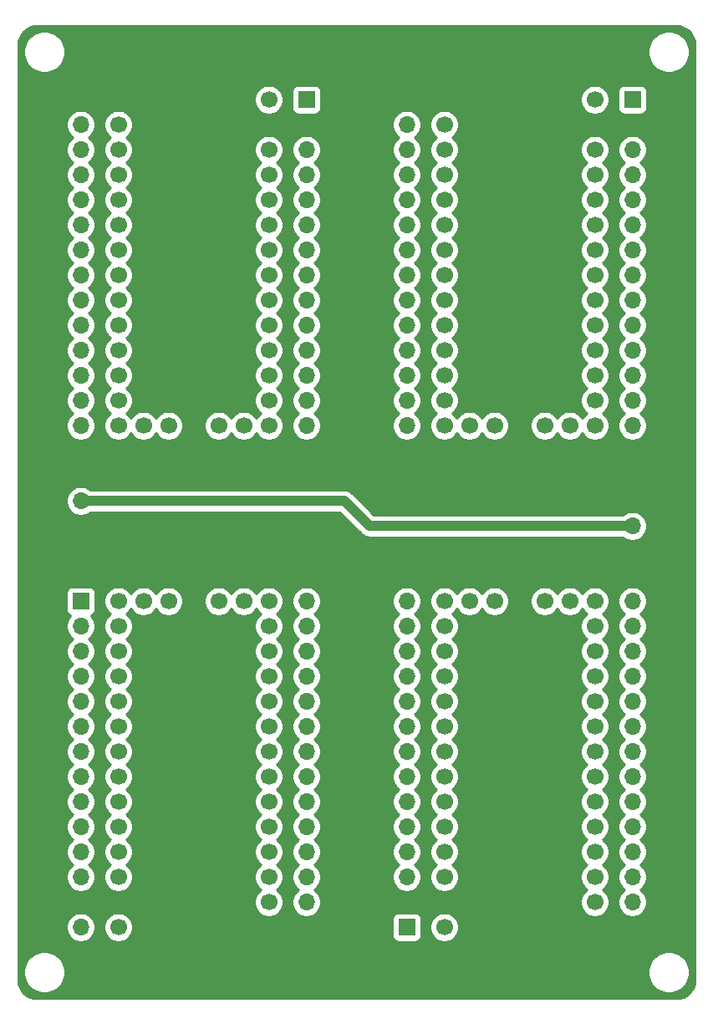
<source format=gbr>
G04 #@! TF.GenerationSoftware,KiCad,Pcbnew,(5.1.7-0-10_14)*
G04 #@! TF.CreationDate,2020-11-01T15:18:42-08:00*
G04 #@! TF.ProjectId,TeensyPCB_oshpark,5465656e-7379-4504-9342-5f6f73687061,rev?*
G04 #@! TF.SameCoordinates,Original*
G04 #@! TF.FileFunction,Copper,L1,Top*
G04 #@! TF.FilePolarity,Positive*
%FSLAX46Y46*%
G04 Gerber Fmt 4.6, Leading zero omitted, Abs format (unit mm)*
G04 Created by KiCad (PCBNEW (5.1.7-0-10_14)) date 2020-11-01 15:18:42*
%MOMM*%
%LPD*%
G01*
G04 APERTURE LIST*
G04 #@! TA.AperFunction,ComponentPad*
%ADD10C,1.700000*%
G04 #@! TD*
G04 #@! TA.AperFunction,ComponentPad*
%ADD11R,1.600000X1.600000*%
G04 #@! TD*
G04 #@! TA.AperFunction,ComponentPad*
%ADD12O,1.700000X1.700000*%
G04 #@! TD*
G04 #@! TA.AperFunction,ComponentPad*
%ADD13R,1.700000X1.700000*%
G04 #@! TD*
G04 #@! TA.AperFunction,ViaPad*
%ADD14C,0.685800*%
G04 #@! TD*
G04 #@! TA.AperFunction,Conductor*
%ADD15C,1.016000*%
G04 #@! TD*
G04 #@! TA.AperFunction,Conductor*
%ADD16C,0.254000*%
G04 #@! TD*
G04 #@! TA.AperFunction,Conductor*
%ADD17C,0.100000*%
G04 #@! TD*
G04 APERTURE END LIST*
D10*
X153035000Y-92710000D03*
X155575000Y-92710000D03*
X158115000Y-92710000D03*
X160655000Y-92710000D03*
X150495000Y-92710000D03*
X147955000Y-92710000D03*
X145415000Y-92710000D03*
X160655000Y-90170000D03*
X160655000Y-87630000D03*
X160655000Y-85090000D03*
X160655000Y-82550000D03*
X160655000Y-80010000D03*
X160655000Y-77470000D03*
X160655000Y-74930000D03*
X160655000Y-72390000D03*
X160655000Y-69850000D03*
X160655000Y-67310000D03*
X160655000Y-64770000D03*
X160655000Y-62230000D03*
X160655000Y-59690000D03*
X145415000Y-90170000D03*
X145415000Y-87630000D03*
X145415000Y-85090000D03*
X145415000Y-82550000D03*
X145415000Y-80010000D03*
X145415000Y-77470000D03*
X145415000Y-74930000D03*
X145415000Y-72390000D03*
X145415000Y-69850000D03*
X145415000Y-67310000D03*
X145415000Y-64770000D03*
X145415000Y-62230000D03*
D11*
X145415000Y-59690000D03*
D10*
X120015000Y-92710000D03*
X122555000Y-92710000D03*
X125095000Y-92710000D03*
X127635000Y-92710000D03*
X117475000Y-92710000D03*
X114935000Y-92710000D03*
X112395000Y-92710000D03*
X127635000Y-90170000D03*
X127635000Y-87630000D03*
X127635000Y-85090000D03*
X127635000Y-82550000D03*
X127635000Y-80010000D03*
X127635000Y-77470000D03*
X127635000Y-74930000D03*
X127635000Y-72390000D03*
X127635000Y-69850000D03*
X127635000Y-67310000D03*
X127635000Y-64770000D03*
X127635000Y-62230000D03*
X127635000Y-59690000D03*
X112395000Y-90170000D03*
X112395000Y-87630000D03*
X112395000Y-85090000D03*
X112395000Y-82550000D03*
X112395000Y-80010000D03*
X112395000Y-77470000D03*
X112395000Y-74930000D03*
X112395000Y-72390000D03*
X112395000Y-69850000D03*
X112395000Y-67310000D03*
X112395000Y-64770000D03*
X112395000Y-62230000D03*
D11*
X112395000Y-59690000D03*
D10*
X153035000Y-110490000D03*
X150495000Y-110490000D03*
X147955000Y-110490000D03*
X145415000Y-110490000D03*
X155575000Y-110490000D03*
X158115000Y-110490000D03*
X160655000Y-110490000D03*
X145415000Y-113030000D03*
X145415000Y-115570000D03*
X145415000Y-118110000D03*
X145415000Y-120650000D03*
X145415000Y-123190000D03*
X145415000Y-125730000D03*
X145415000Y-128270000D03*
X145415000Y-130810000D03*
X145415000Y-133350000D03*
X145415000Y-135890000D03*
X145415000Y-138430000D03*
X145415000Y-140970000D03*
X145415000Y-143510000D03*
X160655000Y-113030000D03*
X160655000Y-115570000D03*
X160655000Y-118110000D03*
X160655000Y-120650000D03*
X160655000Y-123190000D03*
X160655000Y-125730000D03*
X160655000Y-128270000D03*
X160655000Y-130810000D03*
X160655000Y-133350000D03*
X160655000Y-135890000D03*
X160655000Y-138430000D03*
X160655000Y-140970000D03*
D11*
X160655000Y-143510000D03*
D10*
X120015000Y-110490000D03*
X117475000Y-110490000D03*
X114935000Y-110490000D03*
X112395000Y-110490000D03*
X122555000Y-110490000D03*
X125095000Y-110490000D03*
X127635000Y-110490000D03*
X112395000Y-113030000D03*
X112395000Y-115570000D03*
X112395000Y-118110000D03*
X112395000Y-120650000D03*
X112395000Y-123190000D03*
X112395000Y-125730000D03*
X112395000Y-128270000D03*
X112395000Y-130810000D03*
X112395000Y-133350000D03*
X112395000Y-135890000D03*
X112395000Y-138430000D03*
X112395000Y-140970000D03*
X112395000Y-143510000D03*
X127635000Y-113030000D03*
X127635000Y-115570000D03*
X127635000Y-118110000D03*
X127635000Y-120650000D03*
X127635000Y-123190000D03*
X127635000Y-125730000D03*
X127635000Y-128270000D03*
X127635000Y-130810000D03*
X127635000Y-133350000D03*
X127635000Y-135890000D03*
X127635000Y-138430000D03*
X127635000Y-140970000D03*
D11*
X127635000Y-143510000D03*
D12*
X167005000Y-128270000D03*
X167005000Y-130810000D03*
X167005000Y-133350000D03*
D13*
X167005000Y-135890000D03*
D12*
X164465000Y-110490000D03*
X164465000Y-113030000D03*
X164465000Y-115570000D03*
X164465000Y-118110000D03*
X164465000Y-120650000D03*
X164465000Y-123190000D03*
X164465000Y-125730000D03*
X164465000Y-128270000D03*
X164465000Y-130810000D03*
X164465000Y-133350000D03*
X164465000Y-135890000D03*
X164465000Y-138430000D03*
X164465000Y-140970000D03*
D13*
X164465000Y-143510000D03*
D12*
X108585000Y-92710000D03*
X108585000Y-90170000D03*
X108585000Y-87630000D03*
X108585000Y-85090000D03*
X108585000Y-82550000D03*
X108585000Y-80010000D03*
X108585000Y-77470000D03*
X108585000Y-74930000D03*
X108585000Y-72390000D03*
X108585000Y-69850000D03*
X108585000Y-67310000D03*
X108585000Y-64770000D03*
X108585000Y-62230000D03*
D13*
X108585000Y-59690000D03*
D12*
X141605000Y-110490000D03*
X141605000Y-113030000D03*
X141605000Y-115570000D03*
X141605000Y-118110000D03*
X141605000Y-120650000D03*
X141605000Y-123190000D03*
X141605000Y-125730000D03*
X141605000Y-128270000D03*
X141605000Y-130810000D03*
X141605000Y-133350000D03*
X141605000Y-135890000D03*
X141605000Y-138430000D03*
X141605000Y-140970000D03*
D13*
X141605000Y-143510000D03*
D12*
X131445000Y-92710000D03*
X131445000Y-90170000D03*
X131445000Y-87630000D03*
X131445000Y-85090000D03*
X131445000Y-82550000D03*
X131445000Y-80010000D03*
X131445000Y-77470000D03*
X131445000Y-74930000D03*
X131445000Y-72390000D03*
X131445000Y-69850000D03*
X131445000Y-67310000D03*
X131445000Y-64770000D03*
X131445000Y-62230000D03*
D13*
X131445000Y-59690000D03*
D12*
X131445000Y-110490000D03*
X131445000Y-113030000D03*
X131445000Y-115570000D03*
X131445000Y-118110000D03*
X131445000Y-120650000D03*
X131445000Y-123190000D03*
X131445000Y-125730000D03*
X131445000Y-128270000D03*
X131445000Y-130810000D03*
X131445000Y-133350000D03*
X131445000Y-135890000D03*
X131445000Y-138430000D03*
X131445000Y-140970000D03*
D13*
X131445000Y-143510000D03*
D12*
X141605000Y-92710000D03*
X141605000Y-90170000D03*
X141605000Y-87630000D03*
X141605000Y-85090000D03*
X141605000Y-82550000D03*
X141605000Y-80010000D03*
X141605000Y-77470000D03*
X141605000Y-74930000D03*
X141605000Y-72390000D03*
X141605000Y-69850000D03*
X141605000Y-67310000D03*
X141605000Y-64770000D03*
X141605000Y-62230000D03*
D13*
X141605000Y-59690000D03*
D12*
X108585000Y-143510000D03*
X108585000Y-140970000D03*
X108585000Y-138430000D03*
X108585000Y-135890000D03*
X108585000Y-133350000D03*
X108585000Y-130810000D03*
X108585000Y-128270000D03*
X108585000Y-125730000D03*
X108585000Y-123190000D03*
X108585000Y-120650000D03*
X108585000Y-118110000D03*
X108585000Y-115570000D03*
X108585000Y-113030000D03*
D13*
X108585000Y-110490000D03*
D12*
X164465000Y-92710000D03*
X164465000Y-90170000D03*
X164465000Y-87630000D03*
X164465000Y-85090000D03*
X164465000Y-82550000D03*
X164465000Y-80010000D03*
X164465000Y-77470000D03*
X164465000Y-74930000D03*
X164465000Y-72390000D03*
X164465000Y-69850000D03*
X164465000Y-67310000D03*
X164465000Y-64770000D03*
X164465000Y-62230000D03*
D13*
X164465000Y-59690000D03*
D12*
X108585000Y-100330000D03*
D13*
X108585000Y-102870000D03*
D12*
X164465000Y-102870000D03*
D13*
X164465000Y-100330000D03*
D12*
X139065000Y-74930000D03*
X139065000Y-72390000D03*
X139065000Y-69850000D03*
D13*
X139065000Y-67310000D03*
D12*
X133985000Y-128270000D03*
X133985000Y-130810000D03*
X133985000Y-133350000D03*
D13*
X133985000Y-135890000D03*
D12*
X106045000Y-74930000D03*
X106045000Y-72390000D03*
X106045000Y-69850000D03*
D13*
X106045000Y-67310000D03*
D14*
X170434000Y-97790000D03*
X170434000Y-77470000D03*
X170434000Y-82550000D03*
X170434000Y-92710000D03*
X170434000Y-107950000D03*
X170434000Y-87630000D03*
X102616000Y-107950000D03*
X102616000Y-77470000D03*
X102616000Y-92710000D03*
X102616000Y-87630000D03*
X102616000Y-97790000D03*
X102616000Y-82550000D03*
X102616000Y-62230000D03*
X102616000Y-133350000D03*
X102616000Y-67310000D03*
X102616000Y-138430000D03*
X102616000Y-113030000D03*
X102616000Y-118110000D03*
X102616000Y-128270000D03*
X102616000Y-143510000D03*
X102616000Y-72390000D03*
X102616000Y-123190000D03*
X130175000Y-98425000D03*
X142240000Y-104775000D03*
X158750000Y-100965000D03*
X147320000Y-104775000D03*
X153035000Y-100965000D03*
X147320000Y-100965000D03*
X153035000Y-104775000D03*
X158750000Y-104775000D03*
X125730000Y-113030000D03*
X125730000Y-138430000D03*
X125730000Y-143510000D03*
X125730000Y-128270000D03*
X125730000Y-123190000D03*
X125730000Y-133350000D03*
X125730000Y-118110000D03*
X114300000Y-113030000D03*
X114300000Y-138430000D03*
X114300000Y-143510000D03*
X114300000Y-128270000D03*
X114300000Y-123190000D03*
X114300000Y-133350000D03*
X114300000Y-118110000D03*
X120015000Y-113030000D03*
X120015000Y-138430000D03*
X120015000Y-143510000D03*
X120015000Y-128270000D03*
X120015000Y-123190000D03*
X120015000Y-133350000D03*
X120015000Y-118110000D03*
X153035000Y-113030000D03*
X153035000Y-138430000D03*
X153035000Y-143510000D03*
X153035000Y-128270000D03*
X153035000Y-123190000D03*
X153035000Y-133350000D03*
X153035000Y-118110000D03*
X106680000Y-113030000D03*
X106680000Y-138430000D03*
X106680000Y-143510000D03*
X106680000Y-128270000D03*
X106680000Y-123190000D03*
X106680000Y-133350000D03*
X106680000Y-118110000D03*
X133985000Y-113030000D03*
X133985000Y-138430000D03*
X133985000Y-143510000D03*
X133985000Y-123190000D03*
X133985000Y-118110000D03*
X125730000Y-59690000D03*
X125730000Y-85090000D03*
X125730000Y-90170000D03*
X125730000Y-74930000D03*
X125730000Y-69850000D03*
X125730000Y-80010000D03*
X125730000Y-64770000D03*
X114300000Y-59690000D03*
X114300000Y-85090000D03*
X114300000Y-90170000D03*
X114300000Y-74930000D03*
X114300000Y-69850000D03*
X114300000Y-80010000D03*
X114300000Y-64770000D03*
X120015000Y-59690000D03*
X120015000Y-85090000D03*
X120015000Y-90170000D03*
X120015000Y-74930000D03*
X120015000Y-69850000D03*
X120015000Y-80010000D03*
X120015000Y-64770000D03*
X147320000Y-59690000D03*
X147320000Y-85090000D03*
X147320000Y-90170000D03*
X147320000Y-74930000D03*
X147320000Y-69850000D03*
X147320000Y-80010000D03*
X147320000Y-64770000D03*
X158750000Y-59690000D03*
X158750000Y-85090000D03*
X158750000Y-90170000D03*
X158750000Y-74930000D03*
X158750000Y-69850000D03*
X158750000Y-80010000D03*
X158750000Y-64770000D03*
X153035000Y-59690000D03*
X153035000Y-85090000D03*
X153035000Y-90170000D03*
X153035000Y-74930000D03*
X153035000Y-69850000D03*
X153035000Y-80010000D03*
X153035000Y-64770000D03*
X167005000Y-59690000D03*
X167005000Y-85090000D03*
X167005000Y-90170000D03*
X167005000Y-74930000D03*
X167005000Y-69850000D03*
X167005000Y-80010000D03*
X167005000Y-64770000D03*
X133350000Y-59690000D03*
X133350000Y-85090000D03*
X133350000Y-90170000D03*
X133350000Y-74930000D03*
X133350000Y-69850000D03*
X133350000Y-80010000D03*
X133350000Y-64770000D03*
X121920000Y-52832000D03*
X118110000Y-52832000D03*
X125730000Y-52832000D03*
X156210000Y-52832000D03*
X137160000Y-52832000D03*
X163830000Y-52832000D03*
X160020000Y-52832000D03*
X129540000Y-52832000D03*
X144780000Y-52832000D03*
X110490000Y-52832000D03*
X140970000Y-52832000D03*
X152400000Y-52832000D03*
X114300000Y-52832000D03*
X133350000Y-52832000D03*
X148590000Y-52832000D03*
X162560000Y-143510000D03*
X166370000Y-142240000D03*
X167005000Y-138430000D03*
X167005000Y-125730000D03*
X167005000Y-120650000D03*
X167005000Y-115570000D03*
X167005000Y-110490000D03*
X110490000Y-59690000D03*
X106045000Y-62230000D03*
X106045000Y-64770000D03*
X106045000Y-77470000D03*
X106045000Y-82550000D03*
X106045000Y-87630000D03*
X106045000Y-92710000D03*
X110490000Y-150368000D03*
X114300000Y-150368000D03*
X118110000Y-150368000D03*
X121920000Y-150368000D03*
X125730000Y-150368000D03*
X129540000Y-150368000D03*
X133350000Y-150368000D03*
X137160000Y-150368000D03*
X140970000Y-150368000D03*
X144780000Y-150368000D03*
X148590000Y-150368000D03*
X152400000Y-150368000D03*
X156210000Y-150368000D03*
X160020000Y-150368000D03*
X163830000Y-150368000D03*
X147320000Y-143510000D03*
X147320000Y-113030000D03*
X158750000Y-113030000D03*
X147320000Y-118110000D03*
X147320000Y-123190000D03*
X147320000Y-128270000D03*
X147320000Y-133350000D03*
X147320000Y-138430000D03*
X158750000Y-138430000D03*
X158750000Y-133350000D03*
X158750000Y-128270000D03*
X158750000Y-123190000D03*
X158750000Y-118110000D03*
X147320000Y-107950000D03*
X158750000Y-107950000D03*
X139700000Y-138430000D03*
X139700000Y-143510000D03*
X139700000Y-133350000D03*
X139700000Y-128270000D03*
X139700000Y-123190000D03*
X139700000Y-118110000D03*
X139700000Y-113030000D03*
X139700000Y-107950000D03*
X170434000Y-143510000D03*
X170434000Y-138430000D03*
X170434000Y-133350000D03*
X170434000Y-128270000D03*
X170434000Y-123190000D03*
X170434000Y-118110000D03*
X170434000Y-113030000D03*
X170434000Y-72390000D03*
X170434000Y-67310000D03*
X170434000Y-62230000D03*
X120015000Y-107950000D03*
X114300000Y-107950000D03*
X106680000Y-107950000D03*
X133985000Y-107950000D03*
X125730000Y-107950000D03*
X153035000Y-107950000D03*
X167005000Y-107950000D03*
X153035000Y-95250000D03*
X147320000Y-95250000D03*
X158750000Y-95250000D03*
X167005000Y-95250000D03*
X133350000Y-95250000D03*
X125730000Y-95250000D03*
X120015000Y-95250000D03*
X114300000Y-95250000D03*
X107188000Y-97536000D03*
X114300000Y-102235000D03*
X114300000Y-98425000D03*
X125730000Y-98425000D03*
X125730000Y-102235000D03*
X158750000Y-143510000D03*
X139700000Y-64770000D03*
X139700000Y-59690000D03*
X139700000Y-80010000D03*
X139700000Y-85090000D03*
X139700000Y-90170000D03*
X139700000Y-95250000D03*
X164338000Y-104775000D03*
D15*
X137795000Y-102870000D02*
X135255000Y-100330000D01*
X135255000Y-100330000D02*
X108585000Y-100330000D01*
X164465000Y-102870000D02*
X137795000Y-102870000D01*
D16*
X169274545Y-52260909D02*
X169625208Y-52366780D01*
X169948625Y-52538744D01*
X170232484Y-52770254D01*
X170465965Y-53052486D01*
X170640183Y-53374695D01*
X170748502Y-53724614D01*
X170790001Y-54119452D01*
X170790000Y-148811721D01*
X170751091Y-149208545D01*
X170645220Y-149559206D01*
X170473257Y-149882623D01*
X170241748Y-150166482D01*
X169959514Y-150399965D01*
X169637304Y-150574184D01*
X169287385Y-150682502D01*
X168892557Y-150724000D01*
X104172279Y-150724000D01*
X103775455Y-150685091D01*
X103424794Y-150579220D01*
X103101377Y-150407257D01*
X102817518Y-150175748D01*
X102584035Y-149893514D01*
X102409816Y-149571304D01*
X102301498Y-149221385D01*
X102260000Y-148826557D01*
X102260000Y-147871721D01*
X102767001Y-147871721D01*
X102767001Y-148292279D01*
X102849048Y-148704756D01*
X103009989Y-149093301D01*
X103243638Y-149442982D01*
X103541018Y-149740362D01*
X103890699Y-149974011D01*
X104279244Y-150134952D01*
X104691721Y-150216999D01*
X105112279Y-150216999D01*
X105524756Y-150134952D01*
X105913301Y-149974011D01*
X106262982Y-149740362D01*
X106560362Y-149442982D01*
X106794011Y-149093301D01*
X106954952Y-148704756D01*
X107036999Y-148292279D01*
X107036999Y-147871721D01*
X166013001Y-147871721D01*
X166013001Y-148292279D01*
X166095048Y-148704756D01*
X166255989Y-149093301D01*
X166489638Y-149442982D01*
X166787018Y-149740362D01*
X167136699Y-149974011D01*
X167525244Y-150134952D01*
X167937721Y-150216999D01*
X168358279Y-150216999D01*
X168770756Y-150134952D01*
X169159301Y-149974011D01*
X169508982Y-149740362D01*
X169806362Y-149442982D01*
X170040011Y-149093301D01*
X170200952Y-148704756D01*
X170282999Y-148292279D01*
X170282999Y-147871721D01*
X170200952Y-147459244D01*
X170040011Y-147070699D01*
X169806362Y-146721018D01*
X169508982Y-146423638D01*
X169159301Y-146189989D01*
X168770756Y-146029048D01*
X168358279Y-145947001D01*
X167937721Y-145947001D01*
X167525244Y-146029048D01*
X167136699Y-146189989D01*
X166787018Y-146423638D01*
X166489638Y-146721018D01*
X166255989Y-147070699D01*
X166095048Y-147459244D01*
X166013001Y-147871721D01*
X107036999Y-147871721D01*
X106954952Y-147459244D01*
X106794011Y-147070699D01*
X106560362Y-146721018D01*
X106262982Y-146423638D01*
X105913301Y-146189989D01*
X105524756Y-146029048D01*
X105112279Y-145947001D01*
X104691721Y-145947001D01*
X104279244Y-146029048D01*
X103890699Y-146189989D01*
X103541018Y-146423638D01*
X103243638Y-146721018D01*
X103009989Y-147070699D01*
X102849048Y-147459244D01*
X102767001Y-147871721D01*
X102260000Y-147871721D01*
X102260000Y-143363740D01*
X107100000Y-143363740D01*
X107100000Y-143656260D01*
X107157068Y-143943158D01*
X107269010Y-144213411D01*
X107431525Y-144456632D01*
X107638368Y-144663475D01*
X107881589Y-144825990D01*
X108151842Y-144937932D01*
X108438740Y-144995000D01*
X108731260Y-144995000D01*
X109018158Y-144937932D01*
X109288411Y-144825990D01*
X109531632Y-144663475D01*
X109738475Y-144456632D01*
X109900990Y-144213411D01*
X110012932Y-143943158D01*
X110070000Y-143656260D01*
X110070000Y-143363740D01*
X110910000Y-143363740D01*
X110910000Y-143656260D01*
X110967068Y-143943158D01*
X111079010Y-144213411D01*
X111241525Y-144456632D01*
X111448368Y-144663475D01*
X111691589Y-144825990D01*
X111961842Y-144937932D01*
X112248740Y-144995000D01*
X112541260Y-144995000D01*
X112828158Y-144937932D01*
X113098411Y-144825990D01*
X113341632Y-144663475D01*
X113548475Y-144456632D01*
X113710990Y-144213411D01*
X113822932Y-143943158D01*
X113880000Y-143656260D01*
X113880000Y-143363740D01*
X113822932Y-143076842D01*
X113710990Y-142806589D01*
X113613043Y-142660000D01*
X140116928Y-142660000D01*
X140116928Y-144360000D01*
X140129188Y-144484482D01*
X140165498Y-144604180D01*
X140224463Y-144714494D01*
X140303815Y-144811185D01*
X140400506Y-144890537D01*
X140510820Y-144949502D01*
X140630518Y-144985812D01*
X140755000Y-144998072D01*
X142455000Y-144998072D01*
X142579482Y-144985812D01*
X142699180Y-144949502D01*
X142809494Y-144890537D01*
X142906185Y-144811185D01*
X142985537Y-144714494D01*
X143044502Y-144604180D01*
X143080812Y-144484482D01*
X143093072Y-144360000D01*
X143093072Y-143363740D01*
X143930000Y-143363740D01*
X143930000Y-143656260D01*
X143987068Y-143943158D01*
X144099010Y-144213411D01*
X144261525Y-144456632D01*
X144468368Y-144663475D01*
X144711589Y-144825990D01*
X144981842Y-144937932D01*
X145268740Y-144995000D01*
X145561260Y-144995000D01*
X145848158Y-144937932D01*
X146118411Y-144825990D01*
X146361632Y-144663475D01*
X146568475Y-144456632D01*
X146730990Y-144213411D01*
X146842932Y-143943158D01*
X146900000Y-143656260D01*
X146900000Y-143363740D01*
X146842932Y-143076842D01*
X146730990Y-142806589D01*
X146568475Y-142563368D01*
X146361632Y-142356525D01*
X146118411Y-142194010D01*
X145848158Y-142082068D01*
X145561260Y-142025000D01*
X145268740Y-142025000D01*
X144981842Y-142082068D01*
X144711589Y-142194010D01*
X144468368Y-142356525D01*
X144261525Y-142563368D01*
X144099010Y-142806589D01*
X143987068Y-143076842D01*
X143930000Y-143363740D01*
X143093072Y-143363740D01*
X143093072Y-142660000D01*
X143080812Y-142535518D01*
X143044502Y-142415820D01*
X142985537Y-142305506D01*
X142906185Y-142208815D01*
X142809494Y-142129463D01*
X142699180Y-142070498D01*
X142579482Y-142034188D01*
X142455000Y-142021928D01*
X140755000Y-142021928D01*
X140630518Y-142034188D01*
X140510820Y-142070498D01*
X140400506Y-142129463D01*
X140303815Y-142208815D01*
X140224463Y-142305506D01*
X140165498Y-142415820D01*
X140129188Y-142535518D01*
X140116928Y-142660000D01*
X113613043Y-142660000D01*
X113548475Y-142563368D01*
X113341632Y-142356525D01*
X113098411Y-142194010D01*
X112828158Y-142082068D01*
X112541260Y-142025000D01*
X112248740Y-142025000D01*
X111961842Y-142082068D01*
X111691589Y-142194010D01*
X111448368Y-142356525D01*
X111241525Y-142563368D01*
X111079010Y-142806589D01*
X110967068Y-143076842D01*
X110910000Y-143363740D01*
X110070000Y-143363740D01*
X110012932Y-143076842D01*
X109900990Y-142806589D01*
X109738475Y-142563368D01*
X109531632Y-142356525D01*
X109288411Y-142194010D01*
X109018158Y-142082068D01*
X108731260Y-142025000D01*
X108438740Y-142025000D01*
X108151842Y-142082068D01*
X107881589Y-142194010D01*
X107638368Y-142356525D01*
X107431525Y-142563368D01*
X107269010Y-142806589D01*
X107157068Y-143076842D01*
X107100000Y-143363740D01*
X102260000Y-143363740D01*
X102260000Y-109640000D01*
X107096928Y-109640000D01*
X107096928Y-111340000D01*
X107109188Y-111464482D01*
X107145498Y-111584180D01*
X107204463Y-111694494D01*
X107283815Y-111791185D01*
X107380506Y-111870537D01*
X107490820Y-111929502D01*
X107563380Y-111951513D01*
X107431525Y-112083368D01*
X107269010Y-112326589D01*
X107157068Y-112596842D01*
X107100000Y-112883740D01*
X107100000Y-113176260D01*
X107157068Y-113463158D01*
X107269010Y-113733411D01*
X107431525Y-113976632D01*
X107638368Y-114183475D01*
X107812760Y-114300000D01*
X107638368Y-114416525D01*
X107431525Y-114623368D01*
X107269010Y-114866589D01*
X107157068Y-115136842D01*
X107100000Y-115423740D01*
X107100000Y-115716260D01*
X107157068Y-116003158D01*
X107269010Y-116273411D01*
X107431525Y-116516632D01*
X107638368Y-116723475D01*
X107812760Y-116840000D01*
X107638368Y-116956525D01*
X107431525Y-117163368D01*
X107269010Y-117406589D01*
X107157068Y-117676842D01*
X107100000Y-117963740D01*
X107100000Y-118256260D01*
X107157068Y-118543158D01*
X107269010Y-118813411D01*
X107431525Y-119056632D01*
X107638368Y-119263475D01*
X107812760Y-119380000D01*
X107638368Y-119496525D01*
X107431525Y-119703368D01*
X107269010Y-119946589D01*
X107157068Y-120216842D01*
X107100000Y-120503740D01*
X107100000Y-120796260D01*
X107157068Y-121083158D01*
X107269010Y-121353411D01*
X107431525Y-121596632D01*
X107638368Y-121803475D01*
X107812760Y-121920000D01*
X107638368Y-122036525D01*
X107431525Y-122243368D01*
X107269010Y-122486589D01*
X107157068Y-122756842D01*
X107100000Y-123043740D01*
X107100000Y-123336260D01*
X107157068Y-123623158D01*
X107269010Y-123893411D01*
X107431525Y-124136632D01*
X107638368Y-124343475D01*
X107812760Y-124460000D01*
X107638368Y-124576525D01*
X107431525Y-124783368D01*
X107269010Y-125026589D01*
X107157068Y-125296842D01*
X107100000Y-125583740D01*
X107100000Y-125876260D01*
X107157068Y-126163158D01*
X107269010Y-126433411D01*
X107431525Y-126676632D01*
X107638368Y-126883475D01*
X107812760Y-127000000D01*
X107638368Y-127116525D01*
X107431525Y-127323368D01*
X107269010Y-127566589D01*
X107157068Y-127836842D01*
X107100000Y-128123740D01*
X107100000Y-128416260D01*
X107157068Y-128703158D01*
X107269010Y-128973411D01*
X107431525Y-129216632D01*
X107638368Y-129423475D01*
X107812760Y-129540000D01*
X107638368Y-129656525D01*
X107431525Y-129863368D01*
X107269010Y-130106589D01*
X107157068Y-130376842D01*
X107100000Y-130663740D01*
X107100000Y-130956260D01*
X107157068Y-131243158D01*
X107269010Y-131513411D01*
X107431525Y-131756632D01*
X107638368Y-131963475D01*
X107812760Y-132080000D01*
X107638368Y-132196525D01*
X107431525Y-132403368D01*
X107269010Y-132646589D01*
X107157068Y-132916842D01*
X107100000Y-133203740D01*
X107100000Y-133496260D01*
X107157068Y-133783158D01*
X107269010Y-134053411D01*
X107431525Y-134296632D01*
X107638368Y-134503475D01*
X107812760Y-134620000D01*
X107638368Y-134736525D01*
X107431525Y-134943368D01*
X107269010Y-135186589D01*
X107157068Y-135456842D01*
X107100000Y-135743740D01*
X107100000Y-136036260D01*
X107157068Y-136323158D01*
X107269010Y-136593411D01*
X107431525Y-136836632D01*
X107638368Y-137043475D01*
X107812760Y-137160000D01*
X107638368Y-137276525D01*
X107431525Y-137483368D01*
X107269010Y-137726589D01*
X107157068Y-137996842D01*
X107100000Y-138283740D01*
X107100000Y-138576260D01*
X107157068Y-138863158D01*
X107269010Y-139133411D01*
X107431525Y-139376632D01*
X107638368Y-139583475D01*
X107881589Y-139745990D01*
X108151842Y-139857932D01*
X108438740Y-139915000D01*
X108731260Y-139915000D01*
X109018158Y-139857932D01*
X109288411Y-139745990D01*
X109531632Y-139583475D01*
X109738475Y-139376632D01*
X109900990Y-139133411D01*
X110012932Y-138863158D01*
X110070000Y-138576260D01*
X110070000Y-138283740D01*
X110012932Y-137996842D01*
X109900990Y-137726589D01*
X109738475Y-137483368D01*
X109531632Y-137276525D01*
X109357240Y-137160000D01*
X109531632Y-137043475D01*
X109738475Y-136836632D01*
X109900990Y-136593411D01*
X110012932Y-136323158D01*
X110070000Y-136036260D01*
X110070000Y-135743740D01*
X110012932Y-135456842D01*
X109900990Y-135186589D01*
X109738475Y-134943368D01*
X109531632Y-134736525D01*
X109357240Y-134620000D01*
X109531632Y-134503475D01*
X109738475Y-134296632D01*
X109900990Y-134053411D01*
X110012932Y-133783158D01*
X110070000Y-133496260D01*
X110070000Y-133203740D01*
X110012932Y-132916842D01*
X109900990Y-132646589D01*
X109738475Y-132403368D01*
X109531632Y-132196525D01*
X109357240Y-132080000D01*
X109531632Y-131963475D01*
X109738475Y-131756632D01*
X109900990Y-131513411D01*
X110012932Y-131243158D01*
X110070000Y-130956260D01*
X110070000Y-130663740D01*
X110012932Y-130376842D01*
X109900990Y-130106589D01*
X109738475Y-129863368D01*
X109531632Y-129656525D01*
X109357240Y-129540000D01*
X109531632Y-129423475D01*
X109738475Y-129216632D01*
X109900990Y-128973411D01*
X110012932Y-128703158D01*
X110070000Y-128416260D01*
X110070000Y-128123740D01*
X110012932Y-127836842D01*
X109900990Y-127566589D01*
X109738475Y-127323368D01*
X109531632Y-127116525D01*
X109357240Y-127000000D01*
X109531632Y-126883475D01*
X109738475Y-126676632D01*
X109900990Y-126433411D01*
X110012932Y-126163158D01*
X110070000Y-125876260D01*
X110070000Y-125583740D01*
X110012932Y-125296842D01*
X109900990Y-125026589D01*
X109738475Y-124783368D01*
X109531632Y-124576525D01*
X109357240Y-124460000D01*
X109531632Y-124343475D01*
X109738475Y-124136632D01*
X109900990Y-123893411D01*
X110012932Y-123623158D01*
X110070000Y-123336260D01*
X110070000Y-123043740D01*
X110012932Y-122756842D01*
X109900990Y-122486589D01*
X109738475Y-122243368D01*
X109531632Y-122036525D01*
X109357240Y-121920000D01*
X109531632Y-121803475D01*
X109738475Y-121596632D01*
X109900990Y-121353411D01*
X110012932Y-121083158D01*
X110070000Y-120796260D01*
X110070000Y-120503740D01*
X110012932Y-120216842D01*
X109900990Y-119946589D01*
X109738475Y-119703368D01*
X109531632Y-119496525D01*
X109357240Y-119380000D01*
X109531632Y-119263475D01*
X109738475Y-119056632D01*
X109900990Y-118813411D01*
X110012932Y-118543158D01*
X110070000Y-118256260D01*
X110070000Y-117963740D01*
X110012932Y-117676842D01*
X109900990Y-117406589D01*
X109738475Y-117163368D01*
X109531632Y-116956525D01*
X109357240Y-116840000D01*
X109531632Y-116723475D01*
X109738475Y-116516632D01*
X109900990Y-116273411D01*
X110012932Y-116003158D01*
X110070000Y-115716260D01*
X110070000Y-115423740D01*
X110012932Y-115136842D01*
X109900990Y-114866589D01*
X109738475Y-114623368D01*
X109531632Y-114416525D01*
X109357240Y-114300000D01*
X109531632Y-114183475D01*
X109738475Y-113976632D01*
X109900990Y-113733411D01*
X110012932Y-113463158D01*
X110070000Y-113176260D01*
X110070000Y-112883740D01*
X110012932Y-112596842D01*
X109900990Y-112326589D01*
X109738475Y-112083368D01*
X109606620Y-111951513D01*
X109679180Y-111929502D01*
X109789494Y-111870537D01*
X109886185Y-111791185D01*
X109965537Y-111694494D01*
X110024502Y-111584180D01*
X110060812Y-111464482D01*
X110073072Y-111340000D01*
X110073072Y-110343740D01*
X110910000Y-110343740D01*
X110910000Y-110636260D01*
X110967068Y-110923158D01*
X111079010Y-111193411D01*
X111241525Y-111436632D01*
X111448368Y-111643475D01*
X111622760Y-111760000D01*
X111448368Y-111876525D01*
X111241525Y-112083368D01*
X111079010Y-112326589D01*
X110967068Y-112596842D01*
X110910000Y-112883740D01*
X110910000Y-113176260D01*
X110967068Y-113463158D01*
X111079010Y-113733411D01*
X111241525Y-113976632D01*
X111448368Y-114183475D01*
X111622760Y-114300000D01*
X111448368Y-114416525D01*
X111241525Y-114623368D01*
X111079010Y-114866589D01*
X110967068Y-115136842D01*
X110910000Y-115423740D01*
X110910000Y-115716260D01*
X110967068Y-116003158D01*
X111079010Y-116273411D01*
X111241525Y-116516632D01*
X111448368Y-116723475D01*
X111622760Y-116840000D01*
X111448368Y-116956525D01*
X111241525Y-117163368D01*
X111079010Y-117406589D01*
X110967068Y-117676842D01*
X110910000Y-117963740D01*
X110910000Y-118256260D01*
X110967068Y-118543158D01*
X111079010Y-118813411D01*
X111241525Y-119056632D01*
X111448368Y-119263475D01*
X111622760Y-119380000D01*
X111448368Y-119496525D01*
X111241525Y-119703368D01*
X111079010Y-119946589D01*
X110967068Y-120216842D01*
X110910000Y-120503740D01*
X110910000Y-120796260D01*
X110967068Y-121083158D01*
X111079010Y-121353411D01*
X111241525Y-121596632D01*
X111448368Y-121803475D01*
X111622760Y-121920000D01*
X111448368Y-122036525D01*
X111241525Y-122243368D01*
X111079010Y-122486589D01*
X110967068Y-122756842D01*
X110910000Y-123043740D01*
X110910000Y-123336260D01*
X110967068Y-123623158D01*
X111079010Y-123893411D01*
X111241525Y-124136632D01*
X111448368Y-124343475D01*
X111622760Y-124460000D01*
X111448368Y-124576525D01*
X111241525Y-124783368D01*
X111079010Y-125026589D01*
X110967068Y-125296842D01*
X110910000Y-125583740D01*
X110910000Y-125876260D01*
X110967068Y-126163158D01*
X111079010Y-126433411D01*
X111241525Y-126676632D01*
X111448368Y-126883475D01*
X111622760Y-127000000D01*
X111448368Y-127116525D01*
X111241525Y-127323368D01*
X111079010Y-127566589D01*
X110967068Y-127836842D01*
X110910000Y-128123740D01*
X110910000Y-128416260D01*
X110967068Y-128703158D01*
X111079010Y-128973411D01*
X111241525Y-129216632D01*
X111448368Y-129423475D01*
X111622760Y-129540000D01*
X111448368Y-129656525D01*
X111241525Y-129863368D01*
X111079010Y-130106589D01*
X110967068Y-130376842D01*
X110910000Y-130663740D01*
X110910000Y-130956260D01*
X110967068Y-131243158D01*
X111079010Y-131513411D01*
X111241525Y-131756632D01*
X111448368Y-131963475D01*
X111622760Y-132080000D01*
X111448368Y-132196525D01*
X111241525Y-132403368D01*
X111079010Y-132646589D01*
X110967068Y-132916842D01*
X110910000Y-133203740D01*
X110910000Y-133496260D01*
X110967068Y-133783158D01*
X111079010Y-134053411D01*
X111241525Y-134296632D01*
X111448368Y-134503475D01*
X111622760Y-134620000D01*
X111448368Y-134736525D01*
X111241525Y-134943368D01*
X111079010Y-135186589D01*
X110967068Y-135456842D01*
X110910000Y-135743740D01*
X110910000Y-136036260D01*
X110967068Y-136323158D01*
X111079010Y-136593411D01*
X111241525Y-136836632D01*
X111448368Y-137043475D01*
X111622760Y-137160000D01*
X111448368Y-137276525D01*
X111241525Y-137483368D01*
X111079010Y-137726589D01*
X110967068Y-137996842D01*
X110910000Y-138283740D01*
X110910000Y-138576260D01*
X110967068Y-138863158D01*
X111079010Y-139133411D01*
X111241525Y-139376632D01*
X111448368Y-139583475D01*
X111691589Y-139745990D01*
X111961842Y-139857932D01*
X112248740Y-139915000D01*
X112541260Y-139915000D01*
X112828158Y-139857932D01*
X113098411Y-139745990D01*
X113341632Y-139583475D01*
X113548475Y-139376632D01*
X113710990Y-139133411D01*
X113822932Y-138863158D01*
X113880000Y-138576260D01*
X113880000Y-138283740D01*
X113822932Y-137996842D01*
X113710990Y-137726589D01*
X113548475Y-137483368D01*
X113341632Y-137276525D01*
X113167240Y-137160000D01*
X113341632Y-137043475D01*
X113548475Y-136836632D01*
X113710990Y-136593411D01*
X113822932Y-136323158D01*
X113880000Y-136036260D01*
X113880000Y-135743740D01*
X113822932Y-135456842D01*
X113710990Y-135186589D01*
X113548475Y-134943368D01*
X113341632Y-134736525D01*
X113167240Y-134620000D01*
X113341632Y-134503475D01*
X113548475Y-134296632D01*
X113710990Y-134053411D01*
X113822932Y-133783158D01*
X113880000Y-133496260D01*
X113880000Y-133203740D01*
X113822932Y-132916842D01*
X113710990Y-132646589D01*
X113548475Y-132403368D01*
X113341632Y-132196525D01*
X113167240Y-132080000D01*
X113341632Y-131963475D01*
X113548475Y-131756632D01*
X113710990Y-131513411D01*
X113822932Y-131243158D01*
X113880000Y-130956260D01*
X113880000Y-130663740D01*
X113822932Y-130376842D01*
X113710990Y-130106589D01*
X113548475Y-129863368D01*
X113341632Y-129656525D01*
X113167240Y-129540000D01*
X113341632Y-129423475D01*
X113548475Y-129216632D01*
X113710990Y-128973411D01*
X113822932Y-128703158D01*
X113880000Y-128416260D01*
X113880000Y-128123740D01*
X113822932Y-127836842D01*
X113710990Y-127566589D01*
X113548475Y-127323368D01*
X113341632Y-127116525D01*
X113167240Y-127000000D01*
X113341632Y-126883475D01*
X113548475Y-126676632D01*
X113710990Y-126433411D01*
X113822932Y-126163158D01*
X113880000Y-125876260D01*
X113880000Y-125583740D01*
X113822932Y-125296842D01*
X113710990Y-125026589D01*
X113548475Y-124783368D01*
X113341632Y-124576525D01*
X113167240Y-124460000D01*
X113341632Y-124343475D01*
X113548475Y-124136632D01*
X113710990Y-123893411D01*
X113822932Y-123623158D01*
X113880000Y-123336260D01*
X113880000Y-123043740D01*
X113822932Y-122756842D01*
X113710990Y-122486589D01*
X113548475Y-122243368D01*
X113341632Y-122036525D01*
X113167240Y-121920000D01*
X113341632Y-121803475D01*
X113548475Y-121596632D01*
X113710990Y-121353411D01*
X113822932Y-121083158D01*
X113880000Y-120796260D01*
X113880000Y-120503740D01*
X113822932Y-120216842D01*
X113710990Y-119946589D01*
X113548475Y-119703368D01*
X113341632Y-119496525D01*
X113167240Y-119380000D01*
X113341632Y-119263475D01*
X113548475Y-119056632D01*
X113710990Y-118813411D01*
X113822932Y-118543158D01*
X113880000Y-118256260D01*
X113880000Y-117963740D01*
X113822932Y-117676842D01*
X113710990Y-117406589D01*
X113548475Y-117163368D01*
X113341632Y-116956525D01*
X113167240Y-116840000D01*
X113341632Y-116723475D01*
X113548475Y-116516632D01*
X113710990Y-116273411D01*
X113822932Y-116003158D01*
X113880000Y-115716260D01*
X113880000Y-115423740D01*
X113822932Y-115136842D01*
X113710990Y-114866589D01*
X113548475Y-114623368D01*
X113341632Y-114416525D01*
X113167240Y-114300000D01*
X113341632Y-114183475D01*
X113548475Y-113976632D01*
X113710990Y-113733411D01*
X113822932Y-113463158D01*
X113880000Y-113176260D01*
X113880000Y-112883740D01*
X113822932Y-112596842D01*
X113710990Y-112326589D01*
X113548475Y-112083368D01*
X113341632Y-111876525D01*
X113167240Y-111760000D01*
X113341632Y-111643475D01*
X113548475Y-111436632D01*
X113665000Y-111262240D01*
X113781525Y-111436632D01*
X113988368Y-111643475D01*
X114231589Y-111805990D01*
X114501842Y-111917932D01*
X114788740Y-111975000D01*
X115081260Y-111975000D01*
X115368158Y-111917932D01*
X115638411Y-111805990D01*
X115881632Y-111643475D01*
X116088475Y-111436632D01*
X116205000Y-111262240D01*
X116321525Y-111436632D01*
X116528368Y-111643475D01*
X116771589Y-111805990D01*
X117041842Y-111917932D01*
X117328740Y-111975000D01*
X117621260Y-111975000D01*
X117908158Y-111917932D01*
X118178411Y-111805990D01*
X118421632Y-111643475D01*
X118628475Y-111436632D01*
X118790990Y-111193411D01*
X118902932Y-110923158D01*
X118960000Y-110636260D01*
X118960000Y-110343740D01*
X121070000Y-110343740D01*
X121070000Y-110636260D01*
X121127068Y-110923158D01*
X121239010Y-111193411D01*
X121401525Y-111436632D01*
X121608368Y-111643475D01*
X121851589Y-111805990D01*
X122121842Y-111917932D01*
X122408740Y-111975000D01*
X122701260Y-111975000D01*
X122988158Y-111917932D01*
X123258411Y-111805990D01*
X123501632Y-111643475D01*
X123708475Y-111436632D01*
X123825000Y-111262240D01*
X123941525Y-111436632D01*
X124148368Y-111643475D01*
X124391589Y-111805990D01*
X124661842Y-111917932D01*
X124948740Y-111975000D01*
X125241260Y-111975000D01*
X125528158Y-111917932D01*
X125798411Y-111805990D01*
X126041632Y-111643475D01*
X126248475Y-111436632D01*
X126365000Y-111262240D01*
X126481525Y-111436632D01*
X126688368Y-111643475D01*
X126862760Y-111760000D01*
X126688368Y-111876525D01*
X126481525Y-112083368D01*
X126319010Y-112326589D01*
X126207068Y-112596842D01*
X126150000Y-112883740D01*
X126150000Y-113176260D01*
X126207068Y-113463158D01*
X126319010Y-113733411D01*
X126481525Y-113976632D01*
X126688368Y-114183475D01*
X126862760Y-114300000D01*
X126688368Y-114416525D01*
X126481525Y-114623368D01*
X126319010Y-114866589D01*
X126207068Y-115136842D01*
X126150000Y-115423740D01*
X126150000Y-115716260D01*
X126207068Y-116003158D01*
X126319010Y-116273411D01*
X126481525Y-116516632D01*
X126688368Y-116723475D01*
X126862760Y-116840000D01*
X126688368Y-116956525D01*
X126481525Y-117163368D01*
X126319010Y-117406589D01*
X126207068Y-117676842D01*
X126150000Y-117963740D01*
X126150000Y-118256260D01*
X126207068Y-118543158D01*
X126319010Y-118813411D01*
X126481525Y-119056632D01*
X126688368Y-119263475D01*
X126862760Y-119380000D01*
X126688368Y-119496525D01*
X126481525Y-119703368D01*
X126319010Y-119946589D01*
X126207068Y-120216842D01*
X126150000Y-120503740D01*
X126150000Y-120796260D01*
X126207068Y-121083158D01*
X126319010Y-121353411D01*
X126481525Y-121596632D01*
X126688368Y-121803475D01*
X126862760Y-121920000D01*
X126688368Y-122036525D01*
X126481525Y-122243368D01*
X126319010Y-122486589D01*
X126207068Y-122756842D01*
X126150000Y-123043740D01*
X126150000Y-123336260D01*
X126207068Y-123623158D01*
X126319010Y-123893411D01*
X126481525Y-124136632D01*
X126688368Y-124343475D01*
X126862760Y-124460000D01*
X126688368Y-124576525D01*
X126481525Y-124783368D01*
X126319010Y-125026589D01*
X126207068Y-125296842D01*
X126150000Y-125583740D01*
X126150000Y-125876260D01*
X126207068Y-126163158D01*
X126319010Y-126433411D01*
X126481525Y-126676632D01*
X126688368Y-126883475D01*
X126862760Y-127000000D01*
X126688368Y-127116525D01*
X126481525Y-127323368D01*
X126319010Y-127566589D01*
X126207068Y-127836842D01*
X126150000Y-128123740D01*
X126150000Y-128416260D01*
X126207068Y-128703158D01*
X126319010Y-128973411D01*
X126481525Y-129216632D01*
X126688368Y-129423475D01*
X126862760Y-129540000D01*
X126688368Y-129656525D01*
X126481525Y-129863368D01*
X126319010Y-130106589D01*
X126207068Y-130376842D01*
X126150000Y-130663740D01*
X126150000Y-130956260D01*
X126207068Y-131243158D01*
X126319010Y-131513411D01*
X126481525Y-131756632D01*
X126688368Y-131963475D01*
X126862760Y-132080000D01*
X126688368Y-132196525D01*
X126481525Y-132403368D01*
X126319010Y-132646589D01*
X126207068Y-132916842D01*
X126150000Y-133203740D01*
X126150000Y-133496260D01*
X126207068Y-133783158D01*
X126319010Y-134053411D01*
X126481525Y-134296632D01*
X126688368Y-134503475D01*
X126862760Y-134620000D01*
X126688368Y-134736525D01*
X126481525Y-134943368D01*
X126319010Y-135186589D01*
X126207068Y-135456842D01*
X126150000Y-135743740D01*
X126150000Y-136036260D01*
X126207068Y-136323158D01*
X126319010Y-136593411D01*
X126481525Y-136836632D01*
X126688368Y-137043475D01*
X126862760Y-137160000D01*
X126688368Y-137276525D01*
X126481525Y-137483368D01*
X126319010Y-137726589D01*
X126207068Y-137996842D01*
X126150000Y-138283740D01*
X126150000Y-138576260D01*
X126207068Y-138863158D01*
X126319010Y-139133411D01*
X126481525Y-139376632D01*
X126688368Y-139583475D01*
X126862760Y-139700000D01*
X126688368Y-139816525D01*
X126481525Y-140023368D01*
X126319010Y-140266589D01*
X126207068Y-140536842D01*
X126150000Y-140823740D01*
X126150000Y-141116260D01*
X126207068Y-141403158D01*
X126319010Y-141673411D01*
X126481525Y-141916632D01*
X126688368Y-142123475D01*
X126931589Y-142285990D01*
X127201842Y-142397932D01*
X127488740Y-142455000D01*
X127781260Y-142455000D01*
X128068158Y-142397932D01*
X128338411Y-142285990D01*
X128581632Y-142123475D01*
X128788475Y-141916632D01*
X128950990Y-141673411D01*
X129062932Y-141403158D01*
X129120000Y-141116260D01*
X129120000Y-140823740D01*
X129062932Y-140536842D01*
X128950990Y-140266589D01*
X128788475Y-140023368D01*
X128581632Y-139816525D01*
X128407240Y-139700000D01*
X128581632Y-139583475D01*
X128788475Y-139376632D01*
X128950990Y-139133411D01*
X129062932Y-138863158D01*
X129120000Y-138576260D01*
X129120000Y-138283740D01*
X129062932Y-137996842D01*
X128950990Y-137726589D01*
X128788475Y-137483368D01*
X128581632Y-137276525D01*
X128407240Y-137160000D01*
X128581632Y-137043475D01*
X128788475Y-136836632D01*
X128950990Y-136593411D01*
X129062932Y-136323158D01*
X129120000Y-136036260D01*
X129120000Y-135743740D01*
X129062932Y-135456842D01*
X128950990Y-135186589D01*
X128788475Y-134943368D01*
X128581632Y-134736525D01*
X128407240Y-134620000D01*
X128581632Y-134503475D01*
X128788475Y-134296632D01*
X128950990Y-134053411D01*
X129062932Y-133783158D01*
X129120000Y-133496260D01*
X129120000Y-133203740D01*
X129062932Y-132916842D01*
X128950990Y-132646589D01*
X128788475Y-132403368D01*
X128581632Y-132196525D01*
X128407240Y-132080000D01*
X128581632Y-131963475D01*
X128788475Y-131756632D01*
X128950990Y-131513411D01*
X129062932Y-131243158D01*
X129120000Y-130956260D01*
X129120000Y-130663740D01*
X129062932Y-130376842D01*
X128950990Y-130106589D01*
X128788475Y-129863368D01*
X128581632Y-129656525D01*
X128407240Y-129540000D01*
X128581632Y-129423475D01*
X128788475Y-129216632D01*
X128950990Y-128973411D01*
X129062932Y-128703158D01*
X129120000Y-128416260D01*
X129120000Y-128123740D01*
X129062932Y-127836842D01*
X128950990Y-127566589D01*
X128788475Y-127323368D01*
X128581632Y-127116525D01*
X128407240Y-127000000D01*
X128581632Y-126883475D01*
X128788475Y-126676632D01*
X128950990Y-126433411D01*
X129062932Y-126163158D01*
X129120000Y-125876260D01*
X129120000Y-125583740D01*
X129062932Y-125296842D01*
X128950990Y-125026589D01*
X128788475Y-124783368D01*
X128581632Y-124576525D01*
X128407240Y-124460000D01*
X128581632Y-124343475D01*
X128788475Y-124136632D01*
X128950990Y-123893411D01*
X129062932Y-123623158D01*
X129120000Y-123336260D01*
X129120000Y-123043740D01*
X129062932Y-122756842D01*
X128950990Y-122486589D01*
X128788475Y-122243368D01*
X128581632Y-122036525D01*
X128407240Y-121920000D01*
X128581632Y-121803475D01*
X128788475Y-121596632D01*
X128950990Y-121353411D01*
X129062932Y-121083158D01*
X129120000Y-120796260D01*
X129120000Y-120503740D01*
X129062932Y-120216842D01*
X128950990Y-119946589D01*
X128788475Y-119703368D01*
X128581632Y-119496525D01*
X128407240Y-119380000D01*
X128581632Y-119263475D01*
X128788475Y-119056632D01*
X128950990Y-118813411D01*
X129062932Y-118543158D01*
X129120000Y-118256260D01*
X129120000Y-117963740D01*
X129062932Y-117676842D01*
X128950990Y-117406589D01*
X128788475Y-117163368D01*
X128581632Y-116956525D01*
X128407240Y-116840000D01*
X128581632Y-116723475D01*
X128788475Y-116516632D01*
X128950990Y-116273411D01*
X129062932Y-116003158D01*
X129120000Y-115716260D01*
X129120000Y-115423740D01*
X129062932Y-115136842D01*
X128950990Y-114866589D01*
X128788475Y-114623368D01*
X128581632Y-114416525D01*
X128407240Y-114300000D01*
X128581632Y-114183475D01*
X128788475Y-113976632D01*
X128950990Y-113733411D01*
X129062932Y-113463158D01*
X129120000Y-113176260D01*
X129120000Y-112883740D01*
X129062932Y-112596842D01*
X128950990Y-112326589D01*
X128788475Y-112083368D01*
X128581632Y-111876525D01*
X128407240Y-111760000D01*
X128581632Y-111643475D01*
X128788475Y-111436632D01*
X128950990Y-111193411D01*
X129062932Y-110923158D01*
X129120000Y-110636260D01*
X129120000Y-110343740D01*
X129960000Y-110343740D01*
X129960000Y-110636260D01*
X130017068Y-110923158D01*
X130129010Y-111193411D01*
X130291525Y-111436632D01*
X130498368Y-111643475D01*
X130672760Y-111760000D01*
X130498368Y-111876525D01*
X130291525Y-112083368D01*
X130129010Y-112326589D01*
X130017068Y-112596842D01*
X129960000Y-112883740D01*
X129960000Y-113176260D01*
X130017068Y-113463158D01*
X130129010Y-113733411D01*
X130291525Y-113976632D01*
X130498368Y-114183475D01*
X130672760Y-114300000D01*
X130498368Y-114416525D01*
X130291525Y-114623368D01*
X130129010Y-114866589D01*
X130017068Y-115136842D01*
X129960000Y-115423740D01*
X129960000Y-115716260D01*
X130017068Y-116003158D01*
X130129010Y-116273411D01*
X130291525Y-116516632D01*
X130498368Y-116723475D01*
X130672760Y-116840000D01*
X130498368Y-116956525D01*
X130291525Y-117163368D01*
X130129010Y-117406589D01*
X130017068Y-117676842D01*
X129960000Y-117963740D01*
X129960000Y-118256260D01*
X130017068Y-118543158D01*
X130129010Y-118813411D01*
X130291525Y-119056632D01*
X130498368Y-119263475D01*
X130672760Y-119380000D01*
X130498368Y-119496525D01*
X130291525Y-119703368D01*
X130129010Y-119946589D01*
X130017068Y-120216842D01*
X129960000Y-120503740D01*
X129960000Y-120796260D01*
X130017068Y-121083158D01*
X130129010Y-121353411D01*
X130291525Y-121596632D01*
X130498368Y-121803475D01*
X130672760Y-121920000D01*
X130498368Y-122036525D01*
X130291525Y-122243368D01*
X130129010Y-122486589D01*
X130017068Y-122756842D01*
X129960000Y-123043740D01*
X129960000Y-123336260D01*
X130017068Y-123623158D01*
X130129010Y-123893411D01*
X130291525Y-124136632D01*
X130498368Y-124343475D01*
X130672760Y-124460000D01*
X130498368Y-124576525D01*
X130291525Y-124783368D01*
X130129010Y-125026589D01*
X130017068Y-125296842D01*
X129960000Y-125583740D01*
X129960000Y-125876260D01*
X130017068Y-126163158D01*
X130129010Y-126433411D01*
X130291525Y-126676632D01*
X130498368Y-126883475D01*
X130672760Y-127000000D01*
X130498368Y-127116525D01*
X130291525Y-127323368D01*
X130129010Y-127566589D01*
X130017068Y-127836842D01*
X129960000Y-128123740D01*
X129960000Y-128416260D01*
X130017068Y-128703158D01*
X130129010Y-128973411D01*
X130291525Y-129216632D01*
X130498368Y-129423475D01*
X130672760Y-129540000D01*
X130498368Y-129656525D01*
X130291525Y-129863368D01*
X130129010Y-130106589D01*
X130017068Y-130376842D01*
X129960000Y-130663740D01*
X129960000Y-130956260D01*
X130017068Y-131243158D01*
X130129010Y-131513411D01*
X130291525Y-131756632D01*
X130498368Y-131963475D01*
X130672760Y-132080000D01*
X130498368Y-132196525D01*
X130291525Y-132403368D01*
X130129010Y-132646589D01*
X130017068Y-132916842D01*
X129960000Y-133203740D01*
X129960000Y-133496260D01*
X130017068Y-133783158D01*
X130129010Y-134053411D01*
X130291525Y-134296632D01*
X130498368Y-134503475D01*
X130672760Y-134620000D01*
X130498368Y-134736525D01*
X130291525Y-134943368D01*
X130129010Y-135186589D01*
X130017068Y-135456842D01*
X129960000Y-135743740D01*
X129960000Y-136036260D01*
X130017068Y-136323158D01*
X130129010Y-136593411D01*
X130291525Y-136836632D01*
X130498368Y-137043475D01*
X130672760Y-137160000D01*
X130498368Y-137276525D01*
X130291525Y-137483368D01*
X130129010Y-137726589D01*
X130017068Y-137996842D01*
X129960000Y-138283740D01*
X129960000Y-138576260D01*
X130017068Y-138863158D01*
X130129010Y-139133411D01*
X130291525Y-139376632D01*
X130498368Y-139583475D01*
X130672760Y-139700000D01*
X130498368Y-139816525D01*
X130291525Y-140023368D01*
X130129010Y-140266589D01*
X130017068Y-140536842D01*
X129960000Y-140823740D01*
X129960000Y-141116260D01*
X130017068Y-141403158D01*
X130129010Y-141673411D01*
X130291525Y-141916632D01*
X130498368Y-142123475D01*
X130741589Y-142285990D01*
X131011842Y-142397932D01*
X131298740Y-142455000D01*
X131591260Y-142455000D01*
X131878158Y-142397932D01*
X132148411Y-142285990D01*
X132391632Y-142123475D01*
X132598475Y-141916632D01*
X132760990Y-141673411D01*
X132872932Y-141403158D01*
X132930000Y-141116260D01*
X132930000Y-140823740D01*
X132872932Y-140536842D01*
X132760990Y-140266589D01*
X132598475Y-140023368D01*
X132391632Y-139816525D01*
X132217240Y-139700000D01*
X132391632Y-139583475D01*
X132598475Y-139376632D01*
X132760990Y-139133411D01*
X132872932Y-138863158D01*
X132930000Y-138576260D01*
X132930000Y-138283740D01*
X132872932Y-137996842D01*
X132760990Y-137726589D01*
X132598475Y-137483368D01*
X132391632Y-137276525D01*
X132217240Y-137160000D01*
X132391632Y-137043475D01*
X132598475Y-136836632D01*
X132760990Y-136593411D01*
X132872932Y-136323158D01*
X132930000Y-136036260D01*
X132930000Y-135743740D01*
X132872932Y-135456842D01*
X132760990Y-135186589D01*
X132598475Y-134943368D01*
X132391632Y-134736525D01*
X132217240Y-134620000D01*
X132391632Y-134503475D01*
X132598475Y-134296632D01*
X132760990Y-134053411D01*
X132872932Y-133783158D01*
X132930000Y-133496260D01*
X132930000Y-133203740D01*
X132872932Y-132916842D01*
X132760990Y-132646589D01*
X132598475Y-132403368D01*
X132391632Y-132196525D01*
X132217240Y-132080000D01*
X132391632Y-131963475D01*
X132598475Y-131756632D01*
X132760990Y-131513411D01*
X132872932Y-131243158D01*
X132930000Y-130956260D01*
X132930000Y-130663740D01*
X132872932Y-130376842D01*
X132760990Y-130106589D01*
X132598475Y-129863368D01*
X132391632Y-129656525D01*
X132217240Y-129540000D01*
X132391632Y-129423475D01*
X132598475Y-129216632D01*
X132760990Y-128973411D01*
X132872932Y-128703158D01*
X132930000Y-128416260D01*
X132930000Y-128123740D01*
X132872932Y-127836842D01*
X132760990Y-127566589D01*
X132598475Y-127323368D01*
X132391632Y-127116525D01*
X132217240Y-127000000D01*
X132391632Y-126883475D01*
X132598475Y-126676632D01*
X132760990Y-126433411D01*
X132872932Y-126163158D01*
X132930000Y-125876260D01*
X132930000Y-125583740D01*
X132872932Y-125296842D01*
X132760990Y-125026589D01*
X132598475Y-124783368D01*
X132391632Y-124576525D01*
X132217240Y-124460000D01*
X132391632Y-124343475D01*
X132598475Y-124136632D01*
X132760990Y-123893411D01*
X132872932Y-123623158D01*
X132930000Y-123336260D01*
X132930000Y-123043740D01*
X132872932Y-122756842D01*
X132760990Y-122486589D01*
X132598475Y-122243368D01*
X132391632Y-122036525D01*
X132217240Y-121920000D01*
X132391632Y-121803475D01*
X132598475Y-121596632D01*
X132760990Y-121353411D01*
X132872932Y-121083158D01*
X132930000Y-120796260D01*
X132930000Y-120503740D01*
X132872932Y-120216842D01*
X132760990Y-119946589D01*
X132598475Y-119703368D01*
X132391632Y-119496525D01*
X132217240Y-119380000D01*
X132391632Y-119263475D01*
X132598475Y-119056632D01*
X132760990Y-118813411D01*
X132872932Y-118543158D01*
X132930000Y-118256260D01*
X132930000Y-117963740D01*
X132872932Y-117676842D01*
X132760990Y-117406589D01*
X132598475Y-117163368D01*
X132391632Y-116956525D01*
X132217240Y-116840000D01*
X132391632Y-116723475D01*
X132598475Y-116516632D01*
X132760990Y-116273411D01*
X132872932Y-116003158D01*
X132930000Y-115716260D01*
X132930000Y-115423740D01*
X132872932Y-115136842D01*
X132760990Y-114866589D01*
X132598475Y-114623368D01*
X132391632Y-114416525D01*
X132217240Y-114300000D01*
X132391632Y-114183475D01*
X132598475Y-113976632D01*
X132760990Y-113733411D01*
X132872932Y-113463158D01*
X132930000Y-113176260D01*
X132930000Y-112883740D01*
X132872932Y-112596842D01*
X132760990Y-112326589D01*
X132598475Y-112083368D01*
X132391632Y-111876525D01*
X132217240Y-111760000D01*
X132391632Y-111643475D01*
X132598475Y-111436632D01*
X132760990Y-111193411D01*
X132872932Y-110923158D01*
X132930000Y-110636260D01*
X132930000Y-110343740D01*
X140120000Y-110343740D01*
X140120000Y-110636260D01*
X140177068Y-110923158D01*
X140289010Y-111193411D01*
X140451525Y-111436632D01*
X140658368Y-111643475D01*
X140832760Y-111760000D01*
X140658368Y-111876525D01*
X140451525Y-112083368D01*
X140289010Y-112326589D01*
X140177068Y-112596842D01*
X140120000Y-112883740D01*
X140120000Y-113176260D01*
X140177068Y-113463158D01*
X140289010Y-113733411D01*
X140451525Y-113976632D01*
X140658368Y-114183475D01*
X140832760Y-114300000D01*
X140658368Y-114416525D01*
X140451525Y-114623368D01*
X140289010Y-114866589D01*
X140177068Y-115136842D01*
X140120000Y-115423740D01*
X140120000Y-115716260D01*
X140177068Y-116003158D01*
X140289010Y-116273411D01*
X140451525Y-116516632D01*
X140658368Y-116723475D01*
X140832760Y-116840000D01*
X140658368Y-116956525D01*
X140451525Y-117163368D01*
X140289010Y-117406589D01*
X140177068Y-117676842D01*
X140120000Y-117963740D01*
X140120000Y-118256260D01*
X140177068Y-118543158D01*
X140289010Y-118813411D01*
X140451525Y-119056632D01*
X140658368Y-119263475D01*
X140832760Y-119380000D01*
X140658368Y-119496525D01*
X140451525Y-119703368D01*
X140289010Y-119946589D01*
X140177068Y-120216842D01*
X140120000Y-120503740D01*
X140120000Y-120796260D01*
X140177068Y-121083158D01*
X140289010Y-121353411D01*
X140451525Y-121596632D01*
X140658368Y-121803475D01*
X140832760Y-121920000D01*
X140658368Y-122036525D01*
X140451525Y-122243368D01*
X140289010Y-122486589D01*
X140177068Y-122756842D01*
X140120000Y-123043740D01*
X140120000Y-123336260D01*
X140177068Y-123623158D01*
X140289010Y-123893411D01*
X140451525Y-124136632D01*
X140658368Y-124343475D01*
X140832760Y-124460000D01*
X140658368Y-124576525D01*
X140451525Y-124783368D01*
X140289010Y-125026589D01*
X140177068Y-125296842D01*
X140120000Y-125583740D01*
X140120000Y-125876260D01*
X140177068Y-126163158D01*
X140289010Y-126433411D01*
X140451525Y-126676632D01*
X140658368Y-126883475D01*
X140832760Y-127000000D01*
X140658368Y-127116525D01*
X140451525Y-127323368D01*
X140289010Y-127566589D01*
X140177068Y-127836842D01*
X140120000Y-128123740D01*
X140120000Y-128416260D01*
X140177068Y-128703158D01*
X140289010Y-128973411D01*
X140451525Y-129216632D01*
X140658368Y-129423475D01*
X140832760Y-129540000D01*
X140658368Y-129656525D01*
X140451525Y-129863368D01*
X140289010Y-130106589D01*
X140177068Y-130376842D01*
X140120000Y-130663740D01*
X140120000Y-130956260D01*
X140177068Y-131243158D01*
X140289010Y-131513411D01*
X140451525Y-131756632D01*
X140658368Y-131963475D01*
X140832760Y-132080000D01*
X140658368Y-132196525D01*
X140451525Y-132403368D01*
X140289010Y-132646589D01*
X140177068Y-132916842D01*
X140120000Y-133203740D01*
X140120000Y-133496260D01*
X140177068Y-133783158D01*
X140289010Y-134053411D01*
X140451525Y-134296632D01*
X140658368Y-134503475D01*
X140832760Y-134620000D01*
X140658368Y-134736525D01*
X140451525Y-134943368D01*
X140289010Y-135186589D01*
X140177068Y-135456842D01*
X140120000Y-135743740D01*
X140120000Y-136036260D01*
X140177068Y-136323158D01*
X140289010Y-136593411D01*
X140451525Y-136836632D01*
X140658368Y-137043475D01*
X140832760Y-137160000D01*
X140658368Y-137276525D01*
X140451525Y-137483368D01*
X140289010Y-137726589D01*
X140177068Y-137996842D01*
X140120000Y-138283740D01*
X140120000Y-138576260D01*
X140177068Y-138863158D01*
X140289010Y-139133411D01*
X140451525Y-139376632D01*
X140658368Y-139583475D01*
X140901589Y-139745990D01*
X141171842Y-139857932D01*
X141458740Y-139915000D01*
X141751260Y-139915000D01*
X142038158Y-139857932D01*
X142308411Y-139745990D01*
X142551632Y-139583475D01*
X142758475Y-139376632D01*
X142920990Y-139133411D01*
X143032932Y-138863158D01*
X143090000Y-138576260D01*
X143090000Y-138283740D01*
X143032932Y-137996842D01*
X142920990Y-137726589D01*
X142758475Y-137483368D01*
X142551632Y-137276525D01*
X142377240Y-137160000D01*
X142551632Y-137043475D01*
X142758475Y-136836632D01*
X142920990Y-136593411D01*
X143032932Y-136323158D01*
X143090000Y-136036260D01*
X143090000Y-135743740D01*
X143032932Y-135456842D01*
X142920990Y-135186589D01*
X142758475Y-134943368D01*
X142551632Y-134736525D01*
X142377240Y-134620000D01*
X142551632Y-134503475D01*
X142758475Y-134296632D01*
X142920990Y-134053411D01*
X143032932Y-133783158D01*
X143090000Y-133496260D01*
X143090000Y-133203740D01*
X143032932Y-132916842D01*
X142920990Y-132646589D01*
X142758475Y-132403368D01*
X142551632Y-132196525D01*
X142377240Y-132080000D01*
X142551632Y-131963475D01*
X142758475Y-131756632D01*
X142920990Y-131513411D01*
X143032932Y-131243158D01*
X143090000Y-130956260D01*
X143090000Y-130663740D01*
X143032932Y-130376842D01*
X142920990Y-130106589D01*
X142758475Y-129863368D01*
X142551632Y-129656525D01*
X142377240Y-129540000D01*
X142551632Y-129423475D01*
X142758475Y-129216632D01*
X142920990Y-128973411D01*
X143032932Y-128703158D01*
X143090000Y-128416260D01*
X143090000Y-128123740D01*
X143032932Y-127836842D01*
X142920990Y-127566589D01*
X142758475Y-127323368D01*
X142551632Y-127116525D01*
X142377240Y-127000000D01*
X142551632Y-126883475D01*
X142758475Y-126676632D01*
X142920990Y-126433411D01*
X143032932Y-126163158D01*
X143090000Y-125876260D01*
X143090000Y-125583740D01*
X143032932Y-125296842D01*
X142920990Y-125026589D01*
X142758475Y-124783368D01*
X142551632Y-124576525D01*
X142377240Y-124460000D01*
X142551632Y-124343475D01*
X142758475Y-124136632D01*
X142920990Y-123893411D01*
X143032932Y-123623158D01*
X143090000Y-123336260D01*
X143090000Y-123043740D01*
X143032932Y-122756842D01*
X142920990Y-122486589D01*
X142758475Y-122243368D01*
X142551632Y-122036525D01*
X142377240Y-121920000D01*
X142551632Y-121803475D01*
X142758475Y-121596632D01*
X142920990Y-121353411D01*
X143032932Y-121083158D01*
X143090000Y-120796260D01*
X143090000Y-120503740D01*
X143032932Y-120216842D01*
X142920990Y-119946589D01*
X142758475Y-119703368D01*
X142551632Y-119496525D01*
X142377240Y-119380000D01*
X142551632Y-119263475D01*
X142758475Y-119056632D01*
X142920990Y-118813411D01*
X143032932Y-118543158D01*
X143090000Y-118256260D01*
X143090000Y-117963740D01*
X143032932Y-117676842D01*
X142920990Y-117406589D01*
X142758475Y-117163368D01*
X142551632Y-116956525D01*
X142377240Y-116840000D01*
X142551632Y-116723475D01*
X142758475Y-116516632D01*
X142920990Y-116273411D01*
X143032932Y-116003158D01*
X143090000Y-115716260D01*
X143090000Y-115423740D01*
X143032932Y-115136842D01*
X142920990Y-114866589D01*
X142758475Y-114623368D01*
X142551632Y-114416525D01*
X142377240Y-114300000D01*
X142551632Y-114183475D01*
X142758475Y-113976632D01*
X142920990Y-113733411D01*
X143032932Y-113463158D01*
X143090000Y-113176260D01*
X143090000Y-112883740D01*
X143032932Y-112596842D01*
X142920990Y-112326589D01*
X142758475Y-112083368D01*
X142551632Y-111876525D01*
X142377240Y-111760000D01*
X142551632Y-111643475D01*
X142758475Y-111436632D01*
X142920990Y-111193411D01*
X143032932Y-110923158D01*
X143090000Y-110636260D01*
X143090000Y-110343740D01*
X143930000Y-110343740D01*
X143930000Y-110636260D01*
X143987068Y-110923158D01*
X144099010Y-111193411D01*
X144261525Y-111436632D01*
X144468368Y-111643475D01*
X144642760Y-111760000D01*
X144468368Y-111876525D01*
X144261525Y-112083368D01*
X144099010Y-112326589D01*
X143987068Y-112596842D01*
X143930000Y-112883740D01*
X143930000Y-113176260D01*
X143987068Y-113463158D01*
X144099010Y-113733411D01*
X144261525Y-113976632D01*
X144468368Y-114183475D01*
X144642760Y-114300000D01*
X144468368Y-114416525D01*
X144261525Y-114623368D01*
X144099010Y-114866589D01*
X143987068Y-115136842D01*
X143930000Y-115423740D01*
X143930000Y-115716260D01*
X143987068Y-116003158D01*
X144099010Y-116273411D01*
X144261525Y-116516632D01*
X144468368Y-116723475D01*
X144642760Y-116840000D01*
X144468368Y-116956525D01*
X144261525Y-117163368D01*
X144099010Y-117406589D01*
X143987068Y-117676842D01*
X143930000Y-117963740D01*
X143930000Y-118256260D01*
X143987068Y-118543158D01*
X144099010Y-118813411D01*
X144261525Y-119056632D01*
X144468368Y-119263475D01*
X144642760Y-119380000D01*
X144468368Y-119496525D01*
X144261525Y-119703368D01*
X144099010Y-119946589D01*
X143987068Y-120216842D01*
X143930000Y-120503740D01*
X143930000Y-120796260D01*
X143987068Y-121083158D01*
X144099010Y-121353411D01*
X144261525Y-121596632D01*
X144468368Y-121803475D01*
X144642760Y-121920000D01*
X144468368Y-122036525D01*
X144261525Y-122243368D01*
X144099010Y-122486589D01*
X143987068Y-122756842D01*
X143930000Y-123043740D01*
X143930000Y-123336260D01*
X143987068Y-123623158D01*
X144099010Y-123893411D01*
X144261525Y-124136632D01*
X144468368Y-124343475D01*
X144642760Y-124460000D01*
X144468368Y-124576525D01*
X144261525Y-124783368D01*
X144099010Y-125026589D01*
X143987068Y-125296842D01*
X143930000Y-125583740D01*
X143930000Y-125876260D01*
X143987068Y-126163158D01*
X144099010Y-126433411D01*
X144261525Y-126676632D01*
X144468368Y-126883475D01*
X144642760Y-127000000D01*
X144468368Y-127116525D01*
X144261525Y-127323368D01*
X144099010Y-127566589D01*
X143987068Y-127836842D01*
X143930000Y-128123740D01*
X143930000Y-128416260D01*
X143987068Y-128703158D01*
X144099010Y-128973411D01*
X144261525Y-129216632D01*
X144468368Y-129423475D01*
X144642760Y-129540000D01*
X144468368Y-129656525D01*
X144261525Y-129863368D01*
X144099010Y-130106589D01*
X143987068Y-130376842D01*
X143930000Y-130663740D01*
X143930000Y-130956260D01*
X143987068Y-131243158D01*
X144099010Y-131513411D01*
X144261525Y-131756632D01*
X144468368Y-131963475D01*
X144642760Y-132080000D01*
X144468368Y-132196525D01*
X144261525Y-132403368D01*
X144099010Y-132646589D01*
X143987068Y-132916842D01*
X143930000Y-133203740D01*
X143930000Y-133496260D01*
X143987068Y-133783158D01*
X144099010Y-134053411D01*
X144261525Y-134296632D01*
X144468368Y-134503475D01*
X144642760Y-134620000D01*
X144468368Y-134736525D01*
X144261525Y-134943368D01*
X144099010Y-135186589D01*
X143987068Y-135456842D01*
X143930000Y-135743740D01*
X143930000Y-136036260D01*
X143987068Y-136323158D01*
X144099010Y-136593411D01*
X144261525Y-136836632D01*
X144468368Y-137043475D01*
X144642760Y-137160000D01*
X144468368Y-137276525D01*
X144261525Y-137483368D01*
X144099010Y-137726589D01*
X143987068Y-137996842D01*
X143930000Y-138283740D01*
X143930000Y-138576260D01*
X143987068Y-138863158D01*
X144099010Y-139133411D01*
X144261525Y-139376632D01*
X144468368Y-139583475D01*
X144711589Y-139745990D01*
X144981842Y-139857932D01*
X145268740Y-139915000D01*
X145561260Y-139915000D01*
X145848158Y-139857932D01*
X146118411Y-139745990D01*
X146361632Y-139583475D01*
X146568475Y-139376632D01*
X146730990Y-139133411D01*
X146842932Y-138863158D01*
X146900000Y-138576260D01*
X146900000Y-138283740D01*
X146842932Y-137996842D01*
X146730990Y-137726589D01*
X146568475Y-137483368D01*
X146361632Y-137276525D01*
X146187240Y-137160000D01*
X146361632Y-137043475D01*
X146568475Y-136836632D01*
X146730990Y-136593411D01*
X146842932Y-136323158D01*
X146900000Y-136036260D01*
X146900000Y-135743740D01*
X146842932Y-135456842D01*
X146730990Y-135186589D01*
X146568475Y-134943368D01*
X146361632Y-134736525D01*
X146187240Y-134620000D01*
X146361632Y-134503475D01*
X146568475Y-134296632D01*
X146730990Y-134053411D01*
X146842932Y-133783158D01*
X146900000Y-133496260D01*
X146900000Y-133203740D01*
X146842932Y-132916842D01*
X146730990Y-132646589D01*
X146568475Y-132403368D01*
X146361632Y-132196525D01*
X146187240Y-132080000D01*
X146361632Y-131963475D01*
X146568475Y-131756632D01*
X146730990Y-131513411D01*
X146842932Y-131243158D01*
X146900000Y-130956260D01*
X146900000Y-130663740D01*
X146842932Y-130376842D01*
X146730990Y-130106589D01*
X146568475Y-129863368D01*
X146361632Y-129656525D01*
X146187240Y-129540000D01*
X146361632Y-129423475D01*
X146568475Y-129216632D01*
X146730990Y-128973411D01*
X146842932Y-128703158D01*
X146900000Y-128416260D01*
X146900000Y-128123740D01*
X146842932Y-127836842D01*
X146730990Y-127566589D01*
X146568475Y-127323368D01*
X146361632Y-127116525D01*
X146187240Y-127000000D01*
X146361632Y-126883475D01*
X146568475Y-126676632D01*
X146730990Y-126433411D01*
X146842932Y-126163158D01*
X146900000Y-125876260D01*
X146900000Y-125583740D01*
X146842932Y-125296842D01*
X146730990Y-125026589D01*
X146568475Y-124783368D01*
X146361632Y-124576525D01*
X146187240Y-124460000D01*
X146361632Y-124343475D01*
X146568475Y-124136632D01*
X146730990Y-123893411D01*
X146842932Y-123623158D01*
X146900000Y-123336260D01*
X146900000Y-123043740D01*
X146842932Y-122756842D01*
X146730990Y-122486589D01*
X146568475Y-122243368D01*
X146361632Y-122036525D01*
X146187240Y-121920000D01*
X146361632Y-121803475D01*
X146568475Y-121596632D01*
X146730990Y-121353411D01*
X146842932Y-121083158D01*
X146900000Y-120796260D01*
X146900000Y-120503740D01*
X146842932Y-120216842D01*
X146730990Y-119946589D01*
X146568475Y-119703368D01*
X146361632Y-119496525D01*
X146187240Y-119380000D01*
X146361632Y-119263475D01*
X146568475Y-119056632D01*
X146730990Y-118813411D01*
X146842932Y-118543158D01*
X146900000Y-118256260D01*
X146900000Y-117963740D01*
X146842932Y-117676842D01*
X146730990Y-117406589D01*
X146568475Y-117163368D01*
X146361632Y-116956525D01*
X146187240Y-116840000D01*
X146361632Y-116723475D01*
X146568475Y-116516632D01*
X146730990Y-116273411D01*
X146842932Y-116003158D01*
X146900000Y-115716260D01*
X146900000Y-115423740D01*
X146842932Y-115136842D01*
X146730990Y-114866589D01*
X146568475Y-114623368D01*
X146361632Y-114416525D01*
X146187240Y-114300000D01*
X146361632Y-114183475D01*
X146568475Y-113976632D01*
X146730990Y-113733411D01*
X146842932Y-113463158D01*
X146900000Y-113176260D01*
X146900000Y-112883740D01*
X146842932Y-112596842D01*
X146730990Y-112326589D01*
X146568475Y-112083368D01*
X146361632Y-111876525D01*
X146187240Y-111760000D01*
X146361632Y-111643475D01*
X146568475Y-111436632D01*
X146685000Y-111262240D01*
X146801525Y-111436632D01*
X147008368Y-111643475D01*
X147251589Y-111805990D01*
X147521842Y-111917932D01*
X147808740Y-111975000D01*
X148101260Y-111975000D01*
X148388158Y-111917932D01*
X148658411Y-111805990D01*
X148901632Y-111643475D01*
X149108475Y-111436632D01*
X149225000Y-111262240D01*
X149341525Y-111436632D01*
X149548368Y-111643475D01*
X149791589Y-111805990D01*
X150061842Y-111917932D01*
X150348740Y-111975000D01*
X150641260Y-111975000D01*
X150928158Y-111917932D01*
X151198411Y-111805990D01*
X151441632Y-111643475D01*
X151648475Y-111436632D01*
X151810990Y-111193411D01*
X151922932Y-110923158D01*
X151980000Y-110636260D01*
X151980000Y-110343740D01*
X154090000Y-110343740D01*
X154090000Y-110636260D01*
X154147068Y-110923158D01*
X154259010Y-111193411D01*
X154421525Y-111436632D01*
X154628368Y-111643475D01*
X154871589Y-111805990D01*
X155141842Y-111917932D01*
X155428740Y-111975000D01*
X155721260Y-111975000D01*
X156008158Y-111917932D01*
X156278411Y-111805990D01*
X156521632Y-111643475D01*
X156728475Y-111436632D01*
X156845000Y-111262240D01*
X156961525Y-111436632D01*
X157168368Y-111643475D01*
X157411589Y-111805990D01*
X157681842Y-111917932D01*
X157968740Y-111975000D01*
X158261260Y-111975000D01*
X158548158Y-111917932D01*
X158818411Y-111805990D01*
X159061632Y-111643475D01*
X159268475Y-111436632D01*
X159385000Y-111262240D01*
X159501525Y-111436632D01*
X159708368Y-111643475D01*
X159882760Y-111760000D01*
X159708368Y-111876525D01*
X159501525Y-112083368D01*
X159339010Y-112326589D01*
X159227068Y-112596842D01*
X159170000Y-112883740D01*
X159170000Y-113176260D01*
X159227068Y-113463158D01*
X159339010Y-113733411D01*
X159501525Y-113976632D01*
X159708368Y-114183475D01*
X159882760Y-114300000D01*
X159708368Y-114416525D01*
X159501525Y-114623368D01*
X159339010Y-114866589D01*
X159227068Y-115136842D01*
X159170000Y-115423740D01*
X159170000Y-115716260D01*
X159227068Y-116003158D01*
X159339010Y-116273411D01*
X159501525Y-116516632D01*
X159708368Y-116723475D01*
X159882760Y-116840000D01*
X159708368Y-116956525D01*
X159501525Y-117163368D01*
X159339010Y-117406589D01*
X159227068Y-117676842D01*
X159170000Y-117963740D01*
X159170000Y-118256260D01*
X159227068Y-118543158D01*
X159339010Y-118813411D01*
X159501525Y-119056632D01*
X159708368Y-119263475D01*
X159882760Y-119380000D01*
X159708368Y-119496525D01*
X159501525Y-119703368D01*
X159339010Y-119946589D01*
X159227068Y-120216842D01*
X159170000Y-120503740D01*
X159170000Y-120796260D01*
X159227068Y-121083158D01*
X159339010Y-121353411D01*
X159501525Y-121596632D01*
X159708368Y-121803475D01*
X159882760Y-121920000D01*
X159708368Y-122036525D01*
X159501525Y-122243368D01*
X159339010Y-122486589D01*
X159227068Y-122756842D01*
X159170000Y-123043740D01*
X159170000Y-123336260D01*
X159227068Y-123623158D01*
X159339010Y-123893411D01*
X159501525Y-124136632D01*
X159708368Y-124343475D01*
X159882760Y-124460000D01*
X159708368Y-124576525D01*
X159501525Y-124783368D01*
X159339010Y-125026589D01*
X159227068Y-125296842D01*
X159170000Y-125583740D01*
X159170000Y-125876260D01*
X159227068Y-126163158D01*
X159339010Y-126433411D01*
X159501525Y-126676632D01*
X159708368Y-126883475D01*
X159882760Y-127000000D01*
X159708368Y-127116525D01*
X159501525Y-127323368D01*
X159339010Y-127566589D01*
X159227068Y-127836842D01*
X159170000Y-128123740D01*
X159170000Y-128416260D01*
X159227068Y-128703158D01*
X159339010Y-128973411D01*
X159501525Y-129216632D01*
X159708368Y-129423475D01*
X159882760Y-129540000D01*
X159708368Y-129656525D01*
X159501525Y-129863368D01*
X159339010Y-130106589D01*
X159227068Y-130376842D01*
X159170000Y-130663740D01*
X159170000Y-130956260D01*
X159227068Y-131243158D01*
X159339010Y-131513411D01*
X159501525Y-131756632D01*
X159708368Y-131963475D01*
X159882760Y-132080000D01*
X159708368Y-132196525D01*
X159501525Y-132403368D01*
X159339010Y-132646589D01*
X159227068Y-132916842D01*
X159170000Y-133203740D01*
X159170000Y-133496260D01*
X159227068Y-133783158D01*
X159339010Y-134053411D01*
X159501525Y-134296632D01*
X159708368Y-134503475D01*
X159882760Y-134620000D01*
X159708368Y-134736525D01*
X159501525Y-134943368D01*
X159339010Y-135186589D01*
X159227068Y-135456842D01*
X159170000Y-135743740D01*
X159170000Y-136036260D01*
X159227068Y-136323158D01*
X159339010Y-136593411D01*
X159501525Y-136836632D01*
X159708368Y-137043475D01*
X159882760Y-137160000D01*
X159708368Y-137276525D01*
X159501525Y-137483368D01*
X159339010Y-137726589D01*
X159227068Y-137996842D01*
X159170000Y-138283740D01*
X159170000Y-138576260D01*
X159227068Y-138863158D01*
X159339010Y-139133411D01*
X159501525Y-139376632D01*
X159708368Y-139583475D01*
X159882760Y-139700000D01*
X159708368Y-139816525D01*
X159501525Y-140023368D01*
X159339010Y-140266589D01*
X159227068Y-140536842D01*
X159170000Y-140823740D01*
X159170000Y-141116260D01*
X159227068Y-141403158D01*
X159339010Y-141673411D01*
X159501525Y-141916632D01*
X159708368Y-142123475D01*
X159951589Y-142285990D01*
X160221842Y-142397932D01*
X160508740Y-142455000D01*
X160801260Y-142455000D01*
X161088158Y-142397932D01*
X161358411Y-142285990D01*
X161601632Y-142123475D01*
X161808475Y-141916632D01*
X161970990Y-141673411D01*
X162082932Y-141403158D01*
X162140000Y-141116260D01*
X162140000Y-140823740D01*
X162082932Y-140536842D01*
X161970990Y-140266589D01*
X161808475Y-140023368D01*
X161601632Y-139816525D01*
X161427240Y-139700000D01*
X161601632Y-139583475D01*
X161808475Y-139376632D01*
X161970990Y-139133411D01*
X162082932Y-138863158D01*
X162140000Y-138576260D01*
X162140000Y-138283740D01*
X162082932Y-137996842D01*
X161970990Y-137726589D01*
X161808475Y-137483368D01*
X161601632Y-137276525D01*
X161427240Y-137160000D01*
X161601632Y-137043475D01*
X161808475Y-136836632D01*
X161970990Y-136593411D01*
X162082932Y-136323158D01*
X162140000Y-136036260D01*
X162140000Y-135743740D01*
X162082932Y-135456842D01*
X161970990Y-135186589D01*
X161808475Y-134943368D01*
X161601632Y-134736525D01*
X161427240Y-134620000D01*
X161601632Y-134503475D01*
X161808475Y-134296632D01*
X161970990Y-134053411D01*
X162082932Y-133783158D01*
X162140000Y-133496260D01*
X162140000Y-133203740D01*
X162082932Y-132916842D01*
X161970990Y-132646589D01*
X161808475Y-132403368D01*
X161601632Y-132196525D01*
X161427240Y-132080000D01*
X161601632Y-131963475D01*
X161808475Y-131756632D01*
X161970990Y-131513411D01*
X162082932Y-131243158D01*
X162140000Y-130956260D01*
X162140000Y-130663740D01*
X162082932Y-130376842D01*
X161970990Y-130106589D01*
X161808475Y-129863368D01*
X161601632Y-129656525D01*
X161427240Y-129540000D01*
X161601632Y-129423475D01*
X161808475Y-129216632D01*
X161970990Y-128973411D01*
X162082932Y-128703158D01*
X162140000Y-128416260D01*
X162140000Y-128123740D01*
X162082932Y-127836842D01*
X161970990Y-127566589D01*
X161808475Y-127323368D01*
X161601632Y-127116525D01*
X161427240Y-127000000D01*
X161601632Y-126883475D01*
X161808475Y-126676632D01*
X161970990Y-126433411D01*
X162082932Y-126163158D01*
X162140000Y-125876260D01*
X162140000Y-125583740D01*
X162082932Y-125296842D01*
X161970990Y-125026589D01*
X161808475Y-124783368D01*
X161601632Y-124576525D01*
X161427240Y-124460000D01*
X161601632Y-124343475D01*
X161808475Y-124136632D01*
X161970990Y-123893411D01*
X162082932Y-123623158D01*
X162140000Y-123336260D01*
X162140000Y-123043740D01*
X162082932Y-122756842D01*
X161970990Y-122486589D01*
X161808475Y-122243368D01*
X161601632Y-122036525D01*
X161427240Y-121920000D01*
X161601632Y-121803475D01*
X161808475Y-121596632D01*
X161970990Y-121353411D01*
X162082932Y-121083158D01*
X162140000Y-120796260D01*
X162140000Y-120503740D01*
X162082932Y-120216842D01*
X161970990Y-119946589D01*
X161808475Y-119703368D01*
X161601632Y-119496525D01*
X161427240Y-119380000D01*
X161601632Y-119263475D01*
X161808475Y-119056632D01*
X161970990Y-118813411D01*
X162082932Y-118543158D01*
X162140000Y-118256260D01*
X162140000Y-117963740D01*
X162082932Y-117676842D01*
X161970990Y-117406589D01*
X161808475Y-117163368D01*
X161601632Y-116956525D01*
X161427240Y-116840000D01*
X161601632Y-116723475D01*
X161808475Y-116516632D01*
X161970990Y-116273411D01*
X162082932Y-116003158D01*
X162140000Y-115716260D01*
X162140000Y-115423740D01*
X162082932Y-115136842D01*
X161970990Y-114866589D01*
X161808475Y-114623368D01*
X161601632Y-114416525D01*
X161427240Y-114300000D01*
X161601632Y-114183475D01*
X161808475Y-113976632D01*
X161970990Y-113733411D01*
X162082932Y-113463158D01*
X162140000Y-113176260D01*
X162140000Y-112883740D01*
X162082932Y-112596842D01*
X161970990Y-112326589D01*
X161808475Y-112083368D01*
X161601632Y-111876525D01*
X161427240Y-111760000D01*
X161601632Y-111643475D01*
X161808475Y-111436632D01*
X161970990Y-111193411D01*
X162082932Y-110923158D01*
X162140000Y-110636260D01*
X162140000Y-110343740D01*
X162980000Y-110343740D01*
X162980000Y-110636260D01*
X163037068Y-110923158D01*
X163149010Y-111193411D01*
X163311525Y-111436632D01*
X163518368Y-111643475D01*
X163692760Y-111760000D01*
X163518368Y-111876525D01*
X163311525Y-112083368D01*
X163149010Y-112326589D01*
X163037068Y-112596842D01*
X162980000Y-112883740D01*
X162980000Y-113176260D01*
X163037068Y-113463158D01*
X163149010Y-113733411D01*
X163311525Y-113976632D01*
X163518368Y-114183475D01*
X163692760Y-114300000D01*
X163518368Y-114416525D01*
X163311525Y-114623368D01*
X163149010Y-114866589D01*
X163037068Y-115136842D01*
X162980000Y-115423740D01*
X162980000Y-115716260D01*
X163037068Y-116003158D01*
X163149010Y-116273411D01*
X163311525Y-116516632D01*
X163518368Y-116723475D01*
X163692760Y-116840000D01*
X163518368Y-116956525D01*
X163311525Y-117163368D01*
X163149010Y-117406589D01*
X163037068Y-117676842D01*
X162980000Y-117963740D01*
X162980000Y-118256260D01*
X163037068Y-118543158D01*
X163149010Y-118813411D01*
X163311525Y-119056632D01*
X163518368Y-119263475D01*
X163692760Y-119380000D01*
X163518368Y-119496525D01*
X163311525Y-119703368D01*
X163149010Y-119946589D01*
X163037068Y-120216842D01*
X162980000Y-120503740D01*
X162980000Y-120796260D01*
X163037068Y-121083158D01*
X163149010Y-121353411D01*
X163311525Y-121596632D01*
X163518368Y-121803475D01*
X163692760Y-121920000D01*
X163518368Y-122036525D01*
X163311525Y-122243368D01*
X163149010Y-122486589D01*
X163037068Y-122756842D01*
X162980000Y-123043740D01*
X162980000Y-123336260D01*
X163037068Y-123623158D01*
X163149010Y-123893411D01*
X163311525Y-124136632D01*
X163518368Y-124343475D01*
X163692760Y-124460000D01*
X163518368Y-124576525D01*
X163311525Y-124783368D01*
X163149010Y-125026589D01*
X163037068Y-125296842D01*
X162980000Y-125583740D01*
X162980000Y-125876260D01*
X163037068Y-126163158D01*
X163149010Y-126433411D01*
X163311525Y-126676632D01*
X163518368Y-126883475D01*
X163692760Y-127000000D01*
X163518368Y-127116525D01*
X163311525Y-127323368D01*
X163149010Y-127566589D01*
X163037068Y-127836842D01*
X162980000Y-128123740D01*
X162980000Y-128416260D01*
X163037068Y-128703158D01*
X163149010Y-128973411D01*
X163311525Y-129216632D01*
X163518368Y-129423475D01*
X163692760Y-129540000D01*
X163518368Y-129656525D01*
X163311525Y-129863368D01*
X163149010Y-130106589D01*
X163037068Y-130376842D01*
X162980000Y-130663740D01*
X162980000Y-130956260D01*
X163037068Y-131243158D01*
X163149010Y-131513411D01*
X163311525Y-131756632D01*
X163518368Y-131963475D01*
X163692760Y-132080000D01*
X163518368Y-132196525D01*
X163311525Y-132403368D01*
X163149010Y-132646589D01*
X163037068Y-132916842D01*
X162980000Y-133203740D01*
X162980000Y-133496260D01*
X163037068Y-133783158D01*
X163149010Y-134053411D01*
X163311525Y-134296632D01*
X163518368Y-134503475D01*
X163692760Y-134620000D01*
X163518368Y-134736525D01*
X163311525Y-134943368D01*
X163149010Y-135186589D01*
X163037068Y-135456842D01*
X162980000Y-135743740D01*
X162980000Y-136036260D01*
X163037068Y-136323158D01*
X163149010Y-136593411D01*
X163311525Y-136836632D01*
X163518368Y-137043475D01*
X163692760Y-137160000D01*
X163518368Y-137276525D01*
X163311525Y-137483368D01*
X163149010Y-137726589D01*
X163037068Y-137996842D01*
X162980000Y-138283740D01*
X162980000Y-138576260D01*
X163037068Y-138863158D01*
X163149010Y-139133411D01*
X163311525Y-139376632D01*
X163518368Y-139583475D01*
X163692760Y-139700000D01*
X163518368Y-139816525D01*
X163311525Y-140023368D01*
X163149010Y-140266589D01*
X163037068Y-140536842D01*
X162980000Y-140823740D01*
X162980000Y-141116260D01*
X163037068Y-141403158D01*
X163149010Y-141673411D01*
X163311525Y-141916632D01*
X163518368Y-142123475D01*
X163761589Y-142285990D01*
X164031842Y-142397932D01*
X164318740Y-142455000D01*
X164611260Y-142455000D01*
X164898158Y-142397932D01*
X165168411Y-142285990D01*
X165411632Y-142123475D01*
X165618475Y-141916632D01*
X165780990Y-141673411D01*
X165892932Y-141403158D01*
X165950000Y-141116260D01*
X165950000Y-140823740D01*
X165892932Y-140536842D01*
X165780990Y-140266589D01*
X165618475Y-140023368D01*
X165411632Y-139816525D01*
X165237240Y-139700000D01*
X165411632Y-139583475D01*
X165618475Y-139376632D01*
X165780990Y-139133411D01*
X165892932Y-138863158D01*
X165950000Y-138576260D01*
X165950000Y-138283740D01*
X165892932Y-137996842D01*
X165780990Y-137726589D01*
X165618475Y-137483368D01*
X165411632Y-137276525D01*
X165237240Y-137160000D01*
X165411632Y-137043475D01*
X165618475Y-136836632D01*
X165780990Y-136593411D01*
X165892932Y-136323158D01*
X165950000Y-136036260D01*
X165950000Y-135743740D01*
X165892932Y-135456842D01*
X165780990Y-135186589D01*
X165618475Y-134943368D01*
X165411632Y-134736525D01*
X165237240Y-134620000D01*
X165411632Y-134503475D01*
X165618475Y-134296632D01*
X165780990Y-134053411D01*
X165892932Y-133783158D01*
X165950000Y-133496260D01*
X165950000Y-133203740D01*
X165892932Y-132916842D01*
X165780990Y-132646589D01*
X165618475Y-132403368D01*
X165411632Y-132196525D01*
X165237240Y-132080000D01*
X165411632Y-131963475D01*
X165618475Y-131756632D01*
X165780990Y-131513411D01*
X165892932Y-131243158D01*
X165950000Y-130956260D01*
X165950000Y-130663740D01*
X165892932Y-130376842D01*
X165780990Y-130106589D01*
X165618475Y-129863368D01*
X165411632Y-129656525D01*
X165237240Y-129540000D01*
X165411632Y-129423475D01*
X165618475Y-129216632D01*
X165780990Y-128973411D01*
X165892932Y-128703158D01*
X165950000Y-128416260D01*
X165950000Y-128123740D01*
X165892932Y-127836842D01*
X165780990Y-127566589D01*
X165618475Y-127323368D01*
X165411632Y-127116525D01*
X165237240Y-127000000D01*
X165411632Y-126883475D01*
X165618475Y-126676632D01*
X165780990Y-126433411D01*
X165892932Y-126163158D01*
X165950000Y-125876260D01*
X165950000Y-125583740D01*
X165892932Y-125296842D01*
X165780990Y-125026589D01*
X165618475Y-124783368D01*
X165411632Y-124576525D01*
X165237240Y-124460000D01*
X165411632Y-124343475D01*
X165618475Y-124136632D01*
X165780990Y-123893411D01*
X165892932Y-123623158D01*
X165950000Y-123336260D01*
X165950000Y-123043740D01*
X165892932Y-122756842D01*
X165780990Y-122486589D01*
X165618475Y-122243368D01*
X165411632Y-122036525D01*
X165237240Y-121920000D01*
X165411632Y-121803475D01*
X165618475Y-121596632D01*
X165780990Y-121353411D01*
X165892932Y-121083158D01*
X165950000Y-120796260D01*
X165950000Y-120503740D01*
X165892932Y-120216842D01*
X165780990Y-119946589D01*
X165618475Y-119703368D01*
X165411632Y-119496525D01*
X165237240Y-119380000D01*
X165411632Y-119263475D01*
X165618475Y-119056632D01*
X165780990Y-118813411D01*
X165892932Y-118543158D01*
X165950000Y-118256260D01*
X165950000Y-117963740D01*
X165892932Y-117676842D01*
X165780990Y-117406589D01*
X165618475Y-117163368D01*
X165411632Y-116956525D01*
X165237240Y-116840000D01*
X165411632Y-116723475D01*
X165618475Y-116516632D01*
X165780990Y-116273411D01*
X165892932Y-116003158D01*
X165950000Y-115716260D01*
X165950000Y-115423740D01*
X165892932Y-115136842D01*
X165780990Y-114866589D01*
X165618475Y-114623368D01*
X165411632Y-114416525D01*
X165237240Y-114300000D01*
X165411632Y-114183475D01*
X165618475Y-113976632D01*
X165780990Y-113733411D01*
X165892932Y-113463158D01*
X165950000Y-113176260D01*
X165950000Y-112883740D01*
X165892932Y-112596842D01*
X165780990Y-112326589D01*
X165618475Y-112083368D01*
X165411632Y-111876525D01*
X165237240Y-111760000D01*
X165411632Y-111643475D01*
X165618475Y-111436632D01*
X165780990Y-111193411D01*
X165892932Y-110923158D01*
X165950000Y-110636260D01*
X165950000Y-110343740D01*
X165892932Y-110056842D01*
X165780990Y-109786589D01*
X165618475Y-109543368D01*
X165411632Y-109336525D01*
X165168411Y-109174010D01*
X164898158Y-109062068D01*
X164611260Y-109005000D01*
X164318740Y-109005000D01*
X164031842Y-109062068D01*
X163761589Y-109174010D01*
X163518368Y-109336525D01*
X163311525Y-109543368D01*
X163149010Y-109786589D01*
X163037068Y-110056842D01*
X162980000Y-110343740D01*
X162140000Y-110343740D01*
X162082932Y-110056842D01*
X161970990Y-109786589D01*
X161808475Y-109543368D01*
X161601632Y-109336525D01*
X161358411Y-109174010D01*
X161088158Y-109062068D01*
X160801260Y-109005000D01*
X160508740Y-109005000D01*
X160221842Y-109062068D01*
X159951589Y-109174010D01*
X159708368Y-109336525D01*
X159501525Y-109543368D01*
X159385000Y-109717760D01*
X159268475Y-109543368D01*
X159061632Y-109336525D01*
X158818411Y-109174010D01*
X158548158Y-109062068D01*
X158261260Y-109005000D01*
X157968740Y-109005000D01*
X157681842Y-109062068D01*
X157411589Y-109174010D01*
X157168368Y-109336525D01*
X156961525Y-109543368D01*
X156845000Y-109717760D01*
X156728475Y-109543368D01*
X156521632Y-109336525D01*
X156278411Y-109174010D01*
X156008158Y-109062068D01*
X155721260Y-109005000D01*
X155428740Y-109005000D01*
X155141842Y-109062068D01*
X154871589Y-109174010D01*
X154628368Y-109336525D01*
X154421525Y-109543368D01*
X154259010Y-109786589D01*
X154147068Y-110056842D01*
X154090000Y-110343740D01*
X151980000Y-110343740D01*
X151922932Y-110056842D01*
X151810990Y-109786589D01*
X151648475Y-109543368D01*
X151441632Y-109336525D01*
X151198411Y-109174010D01*
X150928158Y-109062068D01*
X150641260Y-109005000D01*
X150348740Y-109005000D01*
X150061842Y-109062068D01*
X149791589Y-109174010D01*
X149548368Y-109336525D01*
X149341525Y-109543368D01*
X149225000Y-109717760D01*
X149108475Y-109543368D01*
X148901632Y-109336525D01*
X148658411Y-109174010D01*
X148388158Y-109062068D01*
X148101260Y-109005000D01*
X147808740Y-109005000D01*
X147521842Y-109062068D01*
X147251589Y-109174010D01*
X147008368Y-109336525D01*
X146801525Y-109543368D01*
X146685000Y-109717760D01*
X146568475Y-109543368D01*
X146361632Y-109336525D01*
X146118411Y-109174010D01*
X145848158Y-109062068D01*
X145561260Y-109005000D01*
X145268740Y-109005000D01*
X144981842Y-109062068D01*
X144711589Y-109174010D01*
X144468368Y-109336525D01*
X144261525Y-109543368D01*
X144099010Y-109786589D01*
X143987068Y-110056842D01*
X143930000Y-110343740D01*
X143090000Y-110343740D01*
X143032932Y-110056842D01*
X142920990Y-109786589D01*
X142758475Y-109543368D01*
X142551632Y-109336525D01*
X142308411Y-109174010D01*
X142038158Y-109062068D01*
X141751260Y-109005000D01*
X141458740Y-109005000D01*
X141171842Y-109062068D01*
X140901589Y-109174010D01*
X140658368Y-109336525D01*
X140451525Y-109543368D01*
X140289010Y-109786589D01*
X140177068Y-110056842D01*
X140120000Y-110343740D01*
X132930000Y-110343740D01*
X132872932Y-110056842D01*
X132760990Y-109786589D01*
X132598475Y-109543368D01*
X132391632Y-109336525D01*
X132148411Y-109174010D01*
X131878158Y-109062068D01*
X131591260Y-109005000D01*
X131298740Y-109005000D01*
X131011842Y-109062068D01*
X130741589Y-109174010D01*
X130498368Y-109336525D01*
X130291525Y-109543368D01*
X130129010Y-109786589D01*
X130017068Y-110056842D01*
X129960000Y-110343740D01*
X129120000Y-110343740D01*
X129062932Y-110056842D01*
X128950990Y-109786589D01*
X128788475Y-109543368D01*
X128581632Y-109336525D01*
X128338411Y-109174010D01*
X128068158Y-109062068D01*
X127781260Y-109005000D01*
X127488740Y-109005000D01*
X127201842Y-109062068D01*
X126931589Y-109174010D01*
X126688368Y-109336525D01*
X126481525Y-109543368D01*
X126365000Y-109717760D01*
X126248475Y-109543368D01*
X126041632Y-109336525D01*
X125798411Y-109174010D01*
X125528158Y-109062068D01*
X125241260Y-109005000D01*
X124948740Y-109005000D01*
X124661842Y-109062068D01*
X124391589Y-109174010D01*
X124148368Y-109336525D01*
X123941525Y-109543368D01*
X123825000Y-109717760D01*
X123708475Y-109543368D01*
X123501632Y-109336525D01*
X123258411Y-109174010D01*
X122988158Y-109062068D01*
X122701260Y-109005000D01*
X122408740Y-109005000D01*
X122121842Y-109062068D01*
X121851589Y-109174010D01*
X121608368Y-109336525D01*
X121401525Y-109543368D01*
X121239010Y-109786589D01*
X121127068Y-110056842D01*
X121070000Y-110343740D01*
X118960000Y-110343740D01*
X118902932Y-110056842D01*
X118790990Y-109786589D01*
X118628475Y-109543368D01*
X118421632Y-109336525D01*
X118178411Y-109174010D01*
X117908158Y-109062068D01*
X117621260Y-109005000D01*
X117328740Y-109005000D01*
X117041842Y-109062068D01*
X116771589Y-109174010D01*
X116528368Y-109336525D01*
X116321525Y-109543368D01*
X116205000Y-109717760D01*
X116088475Y-109543368D01*
X115881632Y-109336525D01*
X115638411Y-109174010D01*
X115368158Y-109062068D01*
X115081260Y-109005000D01*
X114788740Y-109005000D01*
X114501842Y-109062068D01*
X114231589Y-109174010D01*
X113988368Y-109336525D01*
X113781525Y-109543368D01*
X113665000Y-109717760D01*
X113548475Y-109543368D01*
X113341632Y-109336525D01*
X113098411Y-109174010D01*
X112828158Y-109062068D01*
X112541260Y-109005000D01*
X112248740Y-109005000D01*
X111961842Y-109062068D01*
X111691589Y-109174010D01*
X111448368Y-109336525D01*
X111241525Y-109543368D01*
X111079010Y-109786589D01*
X110967068Y-110056842D01*
X110910000Y-110343740D01*
X110073072Y-110343740D01*
X110073072Y-109640000D01*
X110060812Y-109515518D01*
X110024502Y-109395820D01*
X109965537Y-109285506D01*
X109886185Y-109188815D01*
X109789494Y-109109463D01*
X109679180Y-109050498D01*
X109559482Y-109014188D01*
X109435000Y-109001928D01*
X107735000Y-109001928D01*
X107610518Y-109014188D01*
X107490820Y-109050498D01*
X107380506Y-109109463D01*
X107283815Y-109188815D01*
X107204463Y-109285506D01*
X107145498Y-109395820D01*
X107109188Y-109515518D01*
X107096928Y-109640000D01*
X102260000Y-109640000D01*
X102260000Y-100183740D01*
X107100000Y-100183740D01*
X107100000Y-100476260D01*
X107157068Y-100763158D01*
X107269010Y-101033411D01*
X107431525Y-101276632D01*
X107638368Y-101483475D01*
X107881589Y-101645990D01*
X108151842Y-101757932D01*
X108438740Y-101815000D01*
X108731260Y-101815000D01*
X109018158Y-101757932D01*
X109288411Y-101645990D01*
X109531632Y-101483475D01*
X109542107Y-101473000D01*
X134781555Y-101473000D01*
X136947077Y-103638523D01*
X136982867Y-103682133D01*
X137156911Y-103824968D01*
X137355477Y-103931103D01*
X137505574Y-103976635D01*
X137570932Y-103996461D01*
X137593600Y-103998694D01*
X137738854Y-104013000D01*
X137738860Y-104013000D01*
X137794999Y-104018529D01*
X137851138Y-104013000D01*
X163507893Y-104013000D01*
X163518368Y-104023475D01*
X163761589Y-104185990D01*
X164031842Y-104297932D01*
X164318740Y-104355000D01*
X164611260Y-104355000D01*
X164898158Y-104297932D01*
X165168411Y-104185990D01*
X165411632Y-104023475D01*
X165618475Y-103816632D01*
X165780990Y-103573411D01*
X165892932Y-103303158D01*
X165950000Y-103016260D01*
X165950000Y-102723740D01*
X165892932Y-102436842D01*
X165780990Y-102166589D01*
X165618475Y-101923368D01*
X165411632Y-101716525D01*
X165168411Y-101554010D01*
X164898158Y-101442068D01*
X164611260Y-101385000D01*
X164318740Y-101385000D01*
X164031842Y-101442068D01*
X163761589Y-101554010D01*
X163518368Y-101716525D01*
X163507893Y-101727000D01*
X138268446Y-101727000D01*
X136102927Y-99561482D01*
X136067133Y-99517867D01*
X135893089Y-99375032D01*
X135694523Y-99268897D01*
X135479067Y-99203539D01*
X135311146Y-99187000D01*
X135311139Y-99187000D01*
X135255000Y-99181471D01*
X135198861Y-99187000D01*
X109542107Y-99187000D01*
X109531632Y-99176525D01*
X109288411Y-99014010D01*
X109018158Y-98902068D01*
X108731260Y-98845000D01*
X108438740Y-98845000D01*
X108151842Y-98902068D01*
X107881589Y-99014010D01*
X107638368Y-99176525D01*
X107431525Y-99383368D01*
X107269010Y-99626589D01*
X107157068Y-99896842D01*
X107100000Y-100183740D01*
X102260000Y-100183740D01*
X102260000Y-62083740D01*
X107100000Y-62083740D01*
X107100000Y-62376260D01*
X107157068Y-62663158D01*
X107269010Y-62933411D01*
X107431525Y-63176632D01*
X107638368Y-63383475D01*
X107812760Y-63500000D01*
X107638368Y-63616525D01*
X107431525Y-63823368D01*
X107269010Y-64066589D01*
X107157068Y-64336842D01*
X107100000Y-64623740D01*
X107100000Y-64916260D01*
X107157068Y-65203158D01*
X107269010Y-65473411D01*
X107431525Y-65716632D01*
X107638368Y-65923475D01*
X107812760Y-66040000D01*
X107638368Y-66156525D01*
X107431525Y-66363368D01*
X107269010Y-66606589D01*
X107157068Y-66876842D01*
X107100000Y-67163740D01*
X107100000Y-67456260D01*
X107157068Y-67743158D01*
X107269010Y-68013411D01*
X107431525Y-68256632D01*
X107638368Y-68463475D01*
X107812760Y-68580000D01*
X107638368Y-68696525D01*
X107431525Y-68903368D01*
X107269010Y-69146589D01*
X107157068Y-69416842D01*
X107100000Y-69703740D01*
X107100000Y-69996260D01*
X107157068Y-70283158D01*
X107269010Y-70553411D01*
X107431525Y-70796632D01*
X107638368Y-71003475D01*
X107812760Y-71120000D01*
X107638368Y-71236525D01*
X107431525Y-71443368D01*
X107269010Y-71686589D01*
X107157068Y-71956842D01*
X107100000Y-72243740D01*
X107100000Y-72536260D01*
X107157068Y-72823158D01*
X107269010Y-73093411D01*
X107431525Y-73336632D01*
X107638368Y-73543475D01*
X107812760Y-73660000D01*
X107638368Y-73776525D01*
X107431525Y-73983368D01*
X107269010Y-74226589D01*
X107157068Y-74496842D01*
X107100000Y-74783740D01*
X107100000Y-75076260D01*
X107157068Y-75363158D01*
X107269010Y-75633411D01*
X107431525Y-75876632D01*
X107638368Y-76083475D01*
X107812760Y-76200000D01*
X107638368Y-76316525D01*
X107431525Y-76523368D01*
X107269010Y-76766589D01*
X107157068Y-77036842D01*
X107100000Y-77323740D01*
X107100000Y-77616260D01*
X107157068Y-77903158D01*
X107269010Y-78173411D01*
X107431525Y-78416632D01*
X107638368Y-78623475D01*
X107812760Y-78740000D01*
X107638368Y-78856525D01*
X107431525Y-79063368D01*
X107269010Y-79306589D01*
X107157068Y-79576842D01*
X107100000Y-79863740D01*
X107100000Y-80156260D01*
X107157068Y-80443158D01*
X107269010Y-80713411D01*
X107431525Y-80956632D01*
X107638368Y-81163475D01*
X107812760Y-81280000D01*
X107638368Y-81396525D01*
X107431525Y-81603368D01*
X107269010Y-81846589D01*
X107157068Y-82116842D01*
X107100000Y-82403740D01*
X107100000Y-82696260D01*
X107157068Y-82983158D01*
X107269010Y-83253411D01*
X107431525Y-83496632D01*
X107638368Y-83703475D01*
X107812760Y-83820000D01*
X107638368Y-83936525D01*
X107431525Y-84143368D01*
X107269010Y-84386589D01*
X107157068Y-84656842D01*
X107100000Y-84943740D01*
X107100000Y-85236260D01*
X107157068Y-85523158D01*
X107269010Y-85793411D01*
X107431525Y-86036632D01*
X107638368Y-86243475D01*
X107812760Y-86360000D01*
X107638368Y-86476525D01*
X107431525Y-86683368D01*
X107269010Y-86926589D01*
X107157068Y-87196842D01*
X107100000Y-87483740D01*
X107100000Y-87776260D01*
X107157068Y-88063158D01*
X107269010Y-88333411D01*
X107431525Y-88576632D01*
X107638368Y-88783475D01*
X107812760Y-88900000D01*
X107638368Y-89016525D01*
X107431525Y-89223368D01*
X107269010Y-89466589D01*
X107157068Y-89736842D01*
X107100000Y-90023740D01*
X107100000Y-90316260D01*
X107157068Y-90603158D01*
X107269010Y-90873411D01*
X107431525Y-91116632D01*
X107638368Y-91323475D01*
X107812760Y-91440000D01*
X107638368Y-91556525D01*
X107431525Y-91763368D01*
X107269010Y-92006589D01*
X107157068Y-92276842D01*
X107100000Y-92563740D01*
X107100000Y-92856260D01*
X107157068Y-93143158D01*
X107269010Y-93413411D01*
X107431525Y-93656632D01*
X107638368Y-93863475D01*
X107881589Y-94025990D01*
X108151842Y-94137932D01*
X108438740Y-94195000D01*
X108731260Y-94195000D01*
X109018158Y-94137932D01*
X109288411Y-94025990D01*
X109531632Y-93863475D01*
X109738475Y-93656632D01*
X109900990Y-93413411D01*
X110012932Y-93143158D01*
X110070000Y-92856260D01*
X110070000Y-92563740D01*
X110012932Y-92276842D01*
X109900990Y-92006589D01*
X109738475Y-91763368D01*
X109531632Y-91556525D01*
X109357240Y-91440000D01*
X109531632Y-91323475D01*
X109738475Y-91116632D01*
X109900990Y-90873411D01*
X110012932Y-90603158D01*
X110070000Y-90316260D01*
X110070000Y-90023740D01*
X110012932Y-89736842D01*
X109900990Y-89466589D01*
X109738475Y-89223368D01*
X109531632Y-89016525D01*
X109357240Y-88900000D01*
X109531632Y-88783475D01*
X109738475Y-88576632D01*
X109900990Y-88333411D01*
X110012932Y-88063158D01*
X110070000Y-87776260D01*
X110070000Y-87483740D01*
X110012932Y-87196842D01*
X109900990Y-86926589D01*
X109738475Y-86683368D01*
X109531632Y-86476525D01*
X109357240Y-86360000D01*
X109531632Y-86243475D01*
X109738475Y-86036632D01*
X109900990Y-85793411D01*
X110012932Y-85523158D01*
X110070000Y-85236260D01*
X110070000Y-84943740D01*
X110012932Y-84656842D01*
X109900990Y-84386589D01*
X109738475Y-84143368D01*
X109531632Y-83936525D01*
X109357240Y-83820000D01*
X109531632Y-83703475D01*
X109738475Y-83496632D01*
X109900990Y-83253411D01*
X110012932Y-82983158D01*
X110070000Y-82696260D01*
X110070000Y-82403740D01*
X110012932Y-82116842D01*
X109900990Y-81846589D01*
X109738475Y-81603368D01*
X109531632Y-81396525D01*
X109357240Y-81280000D01*
X109531632Y-81163475D01*
X109738475Y-80956632D01*
X109900990Y-80713411D01*
X110012932Y-80443158D01*
X110070000Y-80156260D01*
X110070000Y-79863740D01*
X110012932Y-79576842D01*
X109900990Y-79306589D01*
X109738475Y-79063368D01*
X109531632Y-78856525D01*
X109357240Y-78740000D01*
X109531632Y-78623475D01*
X109738475Y-78416632D01*
X109900990Y-78173411D01*
X110012932Y-77903158D01*
X110070000Y-77616260D01*
X110070000Y-77323740D01*
X110012932Y-77036842D01*
X109900990Y-76766589D01*
X109738475Y-76523368D01*
X109531632Y-76316525D01*
X109357240Y-76200000D01*
X109531632Y-76083475D01*
X109738475Y-75876632D01*
X109900990Y-75633411D01*
X110012932Y-75363158D01*
X110070000Y-75076260D01*
X110070000Y-74783740D01*
X110012932Y-74496842D01*
X109900990Y-74226589D01*
X109738475Y-73983368D01*
X109531632Y-73776525D01*
X109357240Y-73660000D01*
X109531632Y-73543475D01*
X109738475Y-73336632D01*
X109900990Y-73093411D01*
X110012932Y-72823158D01*
X110070000Y-72536260D01*
X110070000Y-72243740D01*
X110012932Y-71956842D01*
X109900990Y-71686589D01*
X109738475Y-71443368D01*
X109531632Y-71236525D01*
X109357240Y-71120000D01*
X109531632Y-71003475D01*
X109738475Y-70796632D01*
X109900990Y-70553411D01*
X110012932Y-70283158D01*
X110070000Y-69996260D01*
X110070000Y-69703740D01*
X110012932Y-69416842D01*
X109900990Y-69146589D01*
X109738475Y-68903368D01*
X109531632Y-68696525D01*
X109357240Y-68580000D01*
X109531632Y-68463475D01*
X109738475Y-68256632D01*
X109900990Y-68013411D01*
X110012932Y-67743158D01*
X110070000Y-67456260D01*
X110070000Y-67163740D01*
X110012932Y-66876842D01*
X109900990Y-66606589D01*
X109738475Y-66363368D01*
X109531632Y-66156525D01*
X109357240Y-66040000D01*
X109531632Y-65923475D01*
X109738475Y-65716632D01*
X109900990Y-65473411D01*
X110012932Y-65203158D01*
X110070000Y-64916260D01*
X110070000Y-64623740D01*
X110012932Y-64336842D01*
X109900990Y-64066589D01*
X109738475Y-63823368D01*
X109531632Y-63616525D01*
X109357240Y-63500000D01*
X109531632Y-63383475D01*
X109738475Y-63176632D01*
X109900990Y-62933411D01*
X110012932Y-62663158D01*
X110070000Y-62376260D01*
X110070000Y-62083740D01*
X110910000Y-62083740D01*
X110910000Y-62376260D01*
X110967068Y-62663158D01*
X111079010Y-62933411D01*
X111241525Y-63176632D01*
X111448368Y-63383475D01*
X111622760Y-63500000D01*
X111448368Y-63616525D01*
X111241525Y-63823368D01*
X111079010Y-64066589D01*
X110967068Y-64336842D01*
X110910000Y-64623740D01*
X110910000Y-64916260D01*
X110967068Y-65203158D01*
X111079010Y-65473411D01*
X111241525Y-65716632D01*
X111448368Y-65923475D01*
X111622760Y-66040000D01*
X111448368Y-66156525D01*
X111241525Y-66363368D01*
X111079010Y-66606589D01*
X110967068Y-66876842D01*
X110910000Y-67163740D01*
X110910000Y-67456260D01*
X110967068Y-67743158D01*
X111079010Y-68013411D01*
X111241525Y-68256632D01*
X111448368Y-68463475D01*
X111622760Y-68580000D01*
X111448368Y-68696525D01*
X111241525Y-68903368D01*
X111079010Y-69146589D01*
X110967068Y-69416842D01*
X110910000Y-69703740D01*
X110910000Y-69996260D01*
X110967068Y-70283158D01*
X111079010Y-70553411D01*
X111241525Y-70796632D01*
X111448368Y-71003475D01*
X111622760Y-71120000D01*
X111448368Y-71236525D01*
X111241525Y-71443368D01*
X111079010Y-71686589D01*
X110967068Y-71956842D01*
X110910000Y-72243740D01*
X110910000Y-72536260D01*
X110967068Y-72823158D01*
X111079010Y-73093411D01*
X111241525Y-73336632D01*
X111448368Y-73543475D01*
X111622760Y-73660000D01*
X111448368Y-73776525D01*
X111241525Y-73983368D01*
X111079010Y-74226589D01*
X110967068Y-74496842D01*
X110910000Y-74783740D01*
X110910000Y-75076260D01*
X110967068Y-75363158D01*
X111079010Y-75633411D01*
X111241525Y-75876632D01*
X111448368Y-76083475D01*
X111622760Y-76200000D01*
X111448368Y-76316525D01*
X111241525Y-76523368D01*
X111079010Y-76766589D01*
X110967068Y-77036842D01*
X110910000Y-77323740D01*
X110910000Y-77616260D01*
X110967068Y-77903158D01*
X111079010Y-78173411D01*
X111241525Y-78416632D01*
X111448368Y-78623475D01*
X111622760Y-78740000D01*
X111448368Y-78856525D01*
X111241525Y-79063368D01*
X111079010Y-79306589D01*
X110967068Y-79576842D01*
X110910000Y-79863740D01*
X110910000Y-80156260D01*
X110967068Y-80443158D01*
X111079010Y-80713411D01*
X111241525Y-80956632D01*
X111448368Y-81163475D01*
X111622760Y-81280000D01*
X111448368Y-81396525D01*
X111241525Y-81603368D01*
X111079010Y-81846589D01*
X110967068Y-82116842D01*
X110910000Y-82403740D01*
X110910000Y-82696260D01*
X110967068Y-82983158D01*
X111079010Y-83253411D01*
X111241525Y-83496632D01*
X111448368Y-83703475D01*
X111622760Y-83820000D01*
X111448368Y-83936525D01*
X111241525Y-84143368D01*
X111079010Y-84386589D01*
X110967068Y-84656842D01*
X110910000Y-84943740D01*
X110910000Y-85236260D01*
X110967068Y-85523158D01*
X111079010Y-85793411D01*
X111241525Y-86036632D01*
X111448368Y-86243475D01*
X111622760Y-86360000D01*
X111448368Y-86476525D01*
X111241525Y-86683368D01*
X111079010Y-86926589D01*
X110967068Y-87196842D01*
X110910000Y-87483740D01*
X110910000Y-87776260D01*
X110967068Y-88063158D01*
X111079010Y-88333411D01*
X111241525Y-88576632D01*
X111448368Y-88783475D01*
X111622760Y-88900000D01*
X111448368Y-89016525D01*
X111241525Y-89223368D01*
X111079010Y-89466589D01*
X110967068Y-89736842D01*
X110910000Y-90023740D01*
X110910000Y-90316260D01*
X110967068Y-90603158D01*
X111079010Y-90873411D01*
X111241525Y-91116632D01*
X111448368Y-91323475D01*
X111622760Y-91440000D01*
X111448368Y-91556525D01*
X111241525Y-91763368D01*
X111079010Y-92006589D01*
X110967068Y-92276842D01*
X110910000Y-92563740D01*
X110910000Y-92856260D01*
X110967068Y-93143158D01*
X111079010Y-93413411D01*
X111241525Y-93656632D01*
X111448368Y-93863475D01*
X111691589Y-94025990D01*
X111961842Y-94137932D01*
X112248740Y-94195000D01*
X112541260Y-94195000D01*
X112828158Y-94137932D01*
X113098411Y-94025990D01*
X113341632Y-93863475D01*
X113548475Y-93656632D01*
X113665000Y-93482240D01*
X113781525Y-93656632D01*
X113988368Y-93863475D01*
X114231589Y-94025990D01*
X114501842Y-94137932D01*
X114788740Y-94195000D01*
X115081260Y-94195000D01*
X115368158Y-94137932D01*
X115638411Y-94025990D01*
X115881632Y-93863475D01*
X116088475Y-93656632D01*
X116205000Y-93482240D01*
X116321525Y-93656632D01*
X116528368Y-93863475D01*
X116771589Y-94025990D01*
X117041842Y-94137932D01*
X117328740Y-94195000D01*
X117621260Y-94195000D01*
X117908158Y-94137932D01*
X118178411Y-94025990D01*
X118421632Y-93863475D01*
X118628475Y-93656632D01*
X118790990Y-93413411D01*
X118902932Y-93143158D01*
X118960000Y-92856260D01*
X118960000Y-92563740D01*
X121070000Y-92563740D01*
X121070000Y-92856260D01*
X121127068Y-93143158D01*
X121239010Y-93413411D01*
X121401525Y-93656632D01*
X121608368Y-93863475D01*
X121851589Y-94025990D01*
X122121842Y-94137932D01*
X122408740Y-94195000D01*
X122701260Y-94195000D01*
X122988158Y-94137932D01*
X123258411Y-94025990D01*
X123501632Y-93863475D01*
X123708475Y-93656632D01*
X123825000Y-93482240D01*
X123941525Y-93656632D01*
X124148368Y-93863475D01*
X124391589Y-94025990D01*
X124661842Y-94137932D01*
X124948740Y-94195000D01*
X125241260Y-94195000D01*
X125528158Y-94137932D01*
X125798411Y-94025990D01*
X126041632Y-93863475D01*
X126248475Y-93656632D01*
X126365000Y-93482240D01*
X126481525Y-93656632D01*
X126688368Y-93863475D01*
X126931589Y-94025990D01*
X127201842Y-94137932D01*
X127488740Y-94195000D01*
X127781260Y-94195000D01*
X128068158Y-94137932D01*
X128338411Y-94025990D01*
X128581632Y-93863475D01*
X128788475Y-93656632D01*
X128950990Y-93413411D01*
X129062932Y-93143158D01*
X129120000Y-92856260D01*
X129120000Y-92563740D01*
X129062932Y-92276842D01*
X128950990Y-92006589D01*
X128788475Y-91763368D01*
X128581632Y-91556525D01*
X128407240Y-91440000D01*
X128581632Y-91323475D01*
X128788475Y-91116632D01*
X128950990Y-90873411D01*
X129062932Y-90603158D01*
X129120000Y-90316260D01*
X129120000Y-90023740D01*
X129062932Y-89736842D01*
X128950990Y-89466589D01*
X128788475Y-89223368D01*
X128581632Y-89016525D01*
X128407240Y-88900000D01*
X128581632Y-88783475D01*
X128788475Y-88576632D01*
X128950990Y-88333411D01*
X129062932Y-88063158D01*
X129120000Y-87776260D01*
X129120000Y-87483740D01*
X129062932Y-87196842D01*
X128950990Y-86926589D01*
X128788475Y-86683368D01*
X128581632Y-86476525D01*
X128407240Y-86360000D01*
X128581632Y-86243475D01*
X128788475Y-86036632D01*
X128950990Y-85793411D01*
X129062932Y-85523158D01*
X129120000Y-85236260D01*
X129120000Y-84943740D01*
X129062932Y-84656842D01*
X128950990Y-84386589D01*
X128788475Y-84143368D01*
X128581632Y-83936525D01*
X128407240Y-83820000D01*
X128581632Y-83703475D01*
X128788475Y-83496632D01*
X128950990Y-83253411D01*
X129062932Y-82983158D01*
X129120000Y-82696260D01*
X129120000Y-82403740D01*
X129062932Y-82116842D01*
X128950990Y-81846589D01*
X128788475Y-81603368D01*
X128581632Y-81396525D01*
X128407240Y-81280000D01*
X128581632Y-81163475D01*
X128788475Y-80956632D01*
X128950990Y-80713411D01*
X129062932Y-80443158D01*
X129120000Y-80156260D01*
X129120000Y-79863740D01*
X129062932Y-79576842D01*
X128950990Y-79306589D01*
X128788475Y-79063368D01*
X128581632Y-78856525D01*
X128407240Y-78740000D01*
X128581632Y-78623475D01*
X128788475Y-78416632D01*
X128950990Y-78173411D01*
X129062932Y-77903158D01*
X129120000Y-77616260D01*
X129120000Y-77323740D01*
X129062932Y-77036842D01*
X128950990Y-76766589D01*
X128788475Y-76523368D01*
X128581632Y-76316525D01*
X128407240Y-76200000D01*
X128581632Y-76083475D01*
X128788475Y-75876632D01*
X128950990Y-75633411D01*
X129062932Y-75363158D01*
X129120000Y-75076260D01*
X129120000Y-74783740D01*
X129062932Y-74496842D01*
X128950990Y-74226589D01*
X128788475Y-73983368D01*
X128581632Y-73776525D01*
X128407240Y-73660000D01*
X128581632Y-73543475D01*
X128788475Y-73336632D01*
X128950990Y-73093411D01*
X129062932Y-72823158D01*
X129120000Y-72536260D01*
X129120000Y-72243740D01*
X129062932Y-71956842D01*
X128950990Y-71686589D01*
X128788475Y-71443368D01*
X128581632Y-71236525D01*
X128407240Y-71120000D01*
X128581632Y-71003475D01*
X128788475Y-70796632D01*
X128950990Y-70553411D01*
X129062932Y-70283158D01*
X129120000Y-69996260D01*
X129120000Y-69703740D01*
X129062932Y-69416842D01*
X128950990Y-69146589D01*
X128788475Y-68903368D01*
X128581632Y-68696525D01*
X128407240Y-68580000D01*
X128581632Y-68463475D01*
X128788475Y-68256632D01*
X128950990Y-68013411D01*
X129062932Y-67743158D01*
X129120000Y-67456260D01*
X129120000Y-67163740D01*
X129062932Y-66876842D01*
X128950990Y-66606589D01*
X128788475Y-66363368D01*
X128581632Y-66156525D01*
X128407240Y-66040000D01*
X128581632Y-65923475D01*
X128788475Y-65716632D01*
X128950990Y-65473411D01*
X129062932Y-65203158D01*
X129120000Y-64916260D01*
X129120000Y-64623740D01*
X129960000Y-64623740D01*
X129960000Y-64916260D01*
X130017068Y-65203158D01*
X130129010Y-65473411D01*
X130291525Y-65716632D01*
X130498368Y-65923475D01*
X130672760Y-66040000D01*
X130498368Y-66156525D01*
X130291525Y-66363368D01*
X130129010Y-66606589D01*
X130017068Y-66876842D01*
X129960000Y-67163740D01*
X129960000Y-67456260D01*
X130017068Y-67743158D01*
X130129010Y-68013411D01*
X130291525Y-68256632D01*
X130498368Y-68463475D01*
X130672760Y-68580000D01*
X130498368Y-68696525D01*
X130291525Y-68903368D01*
X130129010Y-69146589D01*
X130017068Y-69416842D01*
X129960000Y-69703740D01*
X129960000Y-69996260D01*
X130017068Y-70283158D01*
X130129010Y-70553411D01*
X130291525Y-70796632D01*
X130498368Y-71003475D01*
X130672760Y-71120000D01*
X130498368Y-71236525D01*
X130291525Y-71443368D01*
X130129010Y-71686589D01*
X130017068Y-71956842D01*
X129960000Y-72243740D01*
X129960000Y-72536260D01*
X130017068Y-72823158D01*
X130129010Y-73093411D01*
X130291525Y-73336632D01*
X130498368Y-73543475D01*
X130672760Y-73660000D01*
X130498368Y-73776525D01*
X130291525Y-73983368D01*
X130129010Y-74226589D01*
X130017068Y-74496842D01*
X129960000Y-74783740D01*
X129960000Y-75076260D01*
X130017068Y-75363158D01*
X130129010Y-75633411D01*
X130291525Y-75876632D01*
X130498368Y-76083475D01*
X130672760Y-76200000D01*
X130498368Y-76316525D01*
X130291525Y-76523368D01*
X130129010Y-76766589D01*
X130017068Y-77036842D01*
X129960000Y-77323740D01*
X129960000Y-77616260D01*
X130017068Y-77903158D01*
X130129010Y-78173411D01*
X130291525Y-78416632D01*
X130498368Y-78623475D01*
X130672760Y-78740000D01*
X130498368Y-78856525D01*
X130291525Y-79063368D01*
X130129010Y-79306589D01*
X130017068Y-79576842D01*
X129960000Y-79863740D01*
X129960000Y-80156260D01*
X130017068Y-80443158D01*
X130129010Y-80713411D01*
X130291525Y-80956632D01*
X130498368Y-81163475D01*
X130672760Y-81280000D01*
X130498368Y-81396525D01*
X130291525Y-81603368D01*
X130129010Y-81846589D01*
X130017068Y-82116842D01*
X129960000Y-82403740D01*
X129960000Y-82696260D01*
X130017068Y-82983158D01*
X130129010Y-83253411D01*
X130291525Y-83496632D01*
X130498368Y-83703475D01*
X130672760Y-83820000D01*
X130498368Y-83936525D01*
X130291525Y-84143368D01*
X130129010Y-84386589D01*
X130017068Y-84656842D01*
X129960000Y-84943740D01*
X129960000Y-85236260D01*
X130017068Y-85523158D01*
X130129010Y-85793411D01*
X130291525Y-86036632D01*
X130498368Y-86243475D01*
X130672760Y-86360000D01*
X130498368Y-86476525D01*
X130291525Y-86683368D01*
X130129010Y-86926589D01*
X130017068Y-87196842D01*
X129960000Y-87483740D01*
X129960000Y-87776260D01*
X130017068Y-88063158D01*
X130129010Y-88333411D01*
X130291525Y-88576632D01*
X130498368Y-88783475D01*
X130672760Y-88900000D01*
X130498368Y-89016525D01*
X130291525Y-89223368D01*
X130129010Y-89466589D01*
X130017068Y-89736842D01*
X129960000Y-90023740D01*
X129960000Y-90316260D01*
X130017068Y-90603158D01*
X130129010Y-90873411D01*
X130291525Y-91116632D01*
X130498368Y-91323475D01*
X130672760Y-91440000D01*
X130498368Y-91556525D01*
X130291525Y-91763368D01*
X130129010Y-92006589D01*
X130017068Y-92276842D01*
X129960000Y-92563740D01*
X129960000Y-92856260D01*
X130017068Y-93143158D01*
X130129010Y-93413411D01*
X130291525Y-93656632D01*
X130498368Y-93863475D01*
X130741589Y-94025990D01*
X131011842Y-94137932D01*
X131298740Y-94195000D01*
X131591260Y-94195000D01*
X131878158Y-94137932D01*
X132148411Y-94025990D01*
X132391632Y-93863475D01*
X132598475Y-93656632D01*
X132760990Y-93413411D01*
X132872932Y-93143158D01*
X132930000Y-92856260D01*
X132930000Y-92563740D01*
X132872932Y-92276842D01*
X132760990Y-92006589D01*
X132598475Y-91763368D01*
X132391632Y-91556525D01*
X132217240Y-91440000D01*
X132391632Y-91323475D01*
X132598475Y-91116632D01*
X132760990Y-90873411D01*
X132872932Y-90603158D01*
X132930000Y-90316260D01*
X132930000Y-90023740D01*
X132872932Y-89736842D01*
X132760990Y-89466589D01*
X132598475Y-89223368D01*
X132391632Y-89016525D01*
X132217240Y-88900000D01*
X132391632Y-88783475D01*
X132598475Y-88576632D01*
X132760990Y-88333411D01*
X132872932Y-88063158D01*
X132930000Y-87776260D01*
X132930000Y-87483740D01*
X132872932Y-87196842D01*
X132760990Y-86926589D01*
X132598475Y-86683368D01*
X132391632Y-86476525D01*
X132217240Y-86360000D01*
X132391632Y-86243475D01*
X132598475Y-86036632D01*
X132760990Y-85793411D01*
X132872932Y-85523158D01*
X132930000Y-85236260D01*
X132930000Y-84943740D01*
X132872932Y-84656842D01*
X132760990Y-84386589D01*
X132598475Y-84143368D01*
X132391632Y-83936525D01*
X132217240Y-83820000D01*
X132391632Y-83703475D01*
X132598475Y-83496632D01*
X132760990Y-83253411D01*
X132872932Y-82983158D01*
X132930000Y-82696260D01*
X132930000Y-82403740D01*
X132872932Y-82116842D01*
X132760990Y-81846589D01*
X132598475Y-81603368D01*
X132391632Y-81396525D01*
X132217240Y-81280000D01*
X132391632Y-81163475D01*
X132598475Y-80956632D01*
X132760990Y-80713411D01*
X132872932Y-80443158D01*
X132930000Y-80156260D01*
X132930000Y-79863740D01*
X132872932Y-79576842D01*
X132760990Y-79306589D01*
X132598475Y-79063368D01*
X132391632Y-78856525D01*
X132217240Y-78740000D01*
X132391632Y-78623475D01*
X132598475Y-78416632D01*
X132760990Y-78173411D01*
X132872932Y-77903158D01*
X132930000Y-77616260D01*
X132930000Y-77323740D01*
X132872932Y-77036842D01*
X132760990Y-76766589D01*
X132598475Y-76523368D01*
X132391632Y-76316525D01*
X132217240Y-76200000D01*
X132391632Y-76083475D01*
X132598475Y-75876632D01*
X132760990Y-75633411D01*
X132872932Y-75363158D01*
X132930000Y-75076260D01*
X132930000Y-74783740D01*
X132872932Y-74496842D01*
X132760990Y-74226589D01*
X132598475Y-73983368D01*
X132391632Y-73776525D01*
X132217240Y-73660000D01*
X132391632Y-73543475D01*
X132598475Y-73336632D01*
X132760990Y-73093411D01*
X132872932Y-72823158D01*
X132930000Y-72536260D01*
X132930000Y-72243740D01*
X132872932Y-71956842D01*
X132760990Y-71686589D01*
X132598475Y-71443368D01*
X132391632Y-71236525D01*
X132217240Y-71120000D01*
X132391632Y-71003475D01*
X132598475Y-70796632D01*
X132760990Y-70553411D01*
X132872932Y-70283158D01*
X132930000Y-69996260D01*
X132930000Y-69703740D01*
X132872932Y-69416842D01*
X132760990Y-69146589D01*
X132598475Y-68903368D01*
X132391632Y-68696525D01*
X132217240Y-68580000D01*
X132391632Y-68463475D01*
X132598475Y-68256632D01*
X132760990Y-68013411D01*
X132872932Y-67743158D01*
X132930000Y-67456260D01*
X132930000Y-67163740D01*
X132872932Y-66876842D01*
X132760990Y-66606589D01*
X132598475Y-66363368D01*
X132391632Y-66156525D01*
X132217240Y-66040000D01*
X132391632Y-65923475D01*
X132598475Y-65716632D01*
X132760990Y-65473411D01*
X132872932Y-65203158D01*
X132930000Y-64916260D01*
X132930000Y-64623740D01*
X132872932Y-64336842D01*
X132760990Y-64066589D01*
X132598475Y-63823368D01*
X132391632Y-63616525D01*
X132148411Y-63454010D01*
X131878158Y-63342068D01*
X131591260Y-63285000D01*
X131298740Y-63285000D01*
X131011842Y-63342068D01*
X130741589Y-63454010D01*
X130498368Y-63616525D01*
X130291525Y-63823368D01*
X130129010Y-64066589D01*
X130017068Y-64336842D01*
X129960000Y-64623740D01*
X129120000Y-64623740D01*
X129062932Y-64336842D01*
X128950990Y-64066589D01*
X128788475Y-63823368D01*
X128581632Y-63616525D01*
X128338411Y-63454010D01*
X128068158Y-63342068D01*
X127781260Y-63285000D01*
X127488740Y-63285000D01*
X127201842Y-63342068D01*
X126931589Y-63454010D01*
X126688368Y-63616525D01*
X126481525Y-63823368D01*
X126319010Y-64066589D01*
X126207068Y-64336842D01*
X126150000Y-64623740D01*
X126150000Y-64916260D01*
X126207068Y-65203158D01*
X126319010Y-65473411D01*
X126481525Y-65716632D01*
X126688368Y-65923475D01*
X126862760Y-66040000D01*
X126688368Y-66156525D01*
X126481525Y-66363368D01*
X126319010Y-66606589D01*
X126207068Y-66876842D01*
X126150000Y-67163740D01*
X126150000Y-67456260D01*
X126207068Y-67743158D01*
X126319010Y-68013411D01*
X126481525Y-68256632D01*
X126688368Y-68463475D01*
X126862760Y-68580000D01*
X126688368Y-68696525D01*
X126481525Y-68903368D01*
X126319010Y-69146589D01*
X126207068Y-69416842D01*
X126150000Y-69703740D01*
X126150000Y-69996260D01*
X126207068Y-70283158D01*
X126319010Y-70553411D01*
X126481525Y-70796632D01*
X126688368Y-71003475D01*
X126862760Y-71120000D01*
X126688368Y-71236525D01*
X126481525Y-71443368D01*
X126319010Y-71686589D01*
X126207068Y-71956842D01*
X126150000Y-72243740D01*
X126150000Y-72536260D01*
X126207068Y-72823158D01*
X126319010Y-73093411D01*
X126481525Y-73336632D01*
X126688368Y-73543475D01*
X126862760Y-73660000D01*
X126688368Y-73776525D01*
X126481525Y-73983368D01*
X126319010Y-74226589D01*
X126207068Y-74496842D01*
X126150000Y-74783740D01*
X126150000Y-75076260D01*
X126207068Y-75363158D01*
X126319010Y-75633411D01*
X126481525Y-75876632D01*
X126688368Y-76083475D01*
X126862760Y-76200000D01*
X126688368Y-76316525D01*
X126481525Y-76523368D01*
X126319010Y-76766589D01*
X126207068Y-77036842D01*
X126150000Y-77323740D01*
X126150000Y-77616260D01*
X126207068Y-77903158D01*
X126319010Y-78173411D01*
X126481525Y-78416632D01*
X126688368Y-78623475D01*
X126862760Y-78740000D01*
X126688368Y-78856525D01*
X126481525Y-79063368D01*
X126319010Y-79306589D01*
X126207068Y-79576842D01*
X126150000Y-79863740D01*
X126150000Y-80156260D01*
X126207068Y-80443158D01*
X126319010Y-80713411D01*
X126481525Y-80956632D01*
X126688368Y-81163475D01*
X126862760Y-81280000D01*
X126688368Y-81396525D01*
X126481525Y-81603368D01*
X126319010Y-81846589D01*
X126207068Y-82116842D01*
X126150000Y-82403740D01*
X126150000Y-82696260D01*
X126207068Y-82983158D01*
X126319010Y-83253411D01*
X126481525Y-83496632D01*
X126688368Y-83703475D01*
X126862760Y-83820000D01*
X126688368Y-83936525D01*
X126481525Y-84143368D01*
X126319010Y-84386589D01*
X126207068Y-84656842D01*
X126150000Y-84943740D01*
X126150000Y-85236260D01*
X126207068Y-85523158D01*
X126319010Y-85793411D01*
X126481525Y-86036632D01*
X126688368Y-86243475D01*
X126862760Y-86360000D01*
X126688368Y-86476525D01*
X126481525Y-86683368D01*
X126319010Y-86926589D01*
X126207068Y-87196842D01*
X126150000Y-87483740D01*
X126150000Y-87776260D01*
X126207068Y-88063158D01*
X126319010Y-88333411D01*
X126481525Y-88576632D01*
X126688368Y-88783475D01*
X126862760Y-88900000D01*
X126688368Y-89016525D01*
X126481525Y-89223368D01*
X126319010Y-89466589D01*
X126207068Y-89736842D01*
X126150000Y-90023740D01*
X126150000Y-90316260D01*
X126207068Y-90603158D01*
X126319010Y-90873411D01*
X126481525Y-91116632D01*
X126688368Y-91323475D01*
X126862760Y-91440000D01*
X126688368Y-91556525D01*
X126481525Y-91763368D01*
X126365000Y-91937760D01*
X126248475Y-91763368D01*
X126041632Y-91556525D01*
X125798411Y-91394010D01*
X125528158Y-91282068D01*
X125241260Y-91225000D01*
X124948740Y-91225000D01*
X124661842Y-91282068D01*
X124391589Y-91394010D01*
X124148368Y-91556525D01*
X123941525Y-91763368D01*
X123825000Y-91937760D01*
X123708475Y-91763368D01*
X123501632Y-91556525D01*
X123258411Y-91394010D01*
X122988158Y-91282068D01*
X122701260Y-91225000D01*
X122408740Y-91225000D01*
X122121842Y-91282068D01*
X121851589Y-91394010D01*
X121608368Y-91556525D01*
X121401525Y-91763368D01*
X121239010Y-92006589D01*
X121127068Y-92276842D01*
X121070000Y-92563740D01*
X118960000Y-92563740D01*
X118902932Y-92276842D01*
X118790990Y-92006589D01*
X118628475Y-91763368D01*
X118421632Y-91556525D01*
X118178411Y-91394010D01*
X117908158Y-91282068D01*
X117621260Y-91225000D01*
X117328740Y-91225000D01*
X117041842Y-91282068D01*
X116771589Y-91394010D01*
X116528368Y-91556525D01*
X116321525Y-91763368D01*
X116205000Y-91937760D01*
X116088475Y-91763368D01*
X115881632Y-91556525D01*
X115638411Y-91394010D01*
X115368158Y-91282068D01*
X115081260Y-91225000D01*
X114788740Y-91225000D01*
X114501842Y-91282068D01*
X114231589Y-91394010D01*
X113988368Y-91556525D01*
X113781525Y-91763368D01*
X113665000Y-91937760D01*
X113548475Y-91763368D01*
X113341632Y-91556525D01*
X113167240Y-91440000D01*
X113341632Y-91323475D01*
X113548475Y-91116632D01*
X113710990Y-90873411D01*
X113822932Y-90603158D01*
X113880000Y-90316260D01*
X113880000Y-90023740D01*
X113822932Y-89736842D01*
X113710990Y-89466589D01*
X113548475Y-89223368D01*
X113341632Y-89016525D01*
X113167240Y-88900000D01*
X113341632Y-88783475D01*
X113548475Y-88576632D01*
X113710990Y-88333411D01*
X113822932Y-88063158D01*
X113880000Y-87776260D01*
X113880000Y-87483740D01*
X113822932Y-87196842D01*
X113710990Y-86926589D01*
X113548475Y-86683368D01*
X113341632Y-86476525D01*
X113167240Y-86360000D01*
X113341632Y-86243475D01*
X113548475Y-86036632D01*
X113710990Y-85793411D01*
X113822932Y-85523158D01*
X113880000Y-85236260D01*
X113880000Y-84943740D01*
X113822932Y-84656842D01*
X113710990Y-84386589D01*
X113548475Y-84143368D01*
X113341632Y-83936525D01*
X113167240Y-83820000D01*
X113341632Y-83703475D01*
X113548475Y-83496632D01*
X113710990Y-83253411D01*
X113822932Y-82983158D01*
X113880000Y-82696260D01*
X113880000Y-82403740D01*
X113822932Y-82116842D01*
X113710990Y-81846589D01*
X113548475Y-81603368D01*
X113341632Y-81396525D01*
X113167240Y-81280000D01*
X113341632Y-81163475D01*
X113548475Y-80956632D01*
X113710990Y-80713411D01*
X113822932Y-80443158D01*
X113880000Y-80156260D01*
X113880000Y-79863740D01*
X113822932Y-79576842D01*
X113710990Y-79306589D01*
X113548475Y-79063368D01*
X113341632Y-78856525D01*
X113167240Y-78740000D01*
X113341632Y-78623475D01*
X113548475Y-78416632D01*
X113710990Y-78173411D01*
X113822932Y-77903158D01*
X113880000Y-77616260D01*
X113880000Y-77323740D01*
X113822932Y-77036842D01*
X113710990Y-76766589D01*
X113548475Y-76523368D01*
X113341632Y-76316525D01*
X113167240Y-76200000D01*
X113341632Y-76083475D01*
X113548475Y-75876632D01*
X113710990Y-75633411D01*
X113822932Y-75363158D01*
X113880000Y-75076260D01*
X113880000Y-74783740D01*
X113822932Y-74496842D01*
X113710990Y-74226589D01*
X113548475Y-73983368D01*
X113341632Y-73776525D01*
X113167240Y-73660000D01*
X113341632Y-73543475D01*
X113548475Y-73336632D01*
X113710990Y-73093411D01*
X113822932Y-72823158D01*
X113880000Y-72536260D01*
X113880000Y-72243740D01*
X113822932Y-71956842D01*
X113710990Y-71686589D01*
X113548475Y-71443368D01*
X113341632Y-71236525D01*
X113167240Y-71120000D01*
X113341632Y-71003475D01*
X113548475Y-70796632D01*
X113710990Y-70553411D01*
X113822932Y-70283158D01*
X113880000Y-69996260D01*
X113880000Y-69703740D01*
X113822932Y-69416842D01*
X113710990Y-69146589D01*
X113548475Y-68903368D01*
X113341632Y-68696525D01*
X113167240Y-68580000D01*
X113341632Y-68463475D01*
X113548475Y-68256632D01*
X113710990Y-68013411D01*
X113822932Y-67743158D01*
X113880000Y-67456260D01*
X113880000Y-67163740D01*
X113822932Y-66876842D01*
X113710990Y-66606589D01*
X113548475Y-66363368D01*
X113341632Y-66156525D01*
X113167240Y-66040000D01*
X113341632Y-65923475D01*
X113548475Y-65716632D01*
X113710990Y-65473411D01*
X113822932Y-65203158D01*
X113880000Y-64916260D01*
X113880000Y-64623740D01*
X113822932Y-64336842D01*
X113710990Y-64066589D01*
X113548475Y-63823368D01*
X113341632Y-63616525D01*
X113167240Y-63500000D01*
X113341632Y-63383475D01*
X113548475Y-63176632D01*
X113710990Y-62933411D01*
X113822932Y-62663158D01*
X113880000Y-62376260D01*
X113880000Y-62083740D01*
X140120000Y-62083740D01*
X140120000Y-62376260D01*
X140177068Y-62663158D01*
X140289010Y-62933411D01*
X140451525Y-63176632D01*
X140658368Y-63383475D01*
X140832760Y-63500000D01*
X140658368Y-63616525D01*
X140451525Y-63823368D01*
X140289010Y-64066589D01*
X140177068Y-64336842D01*
X140120000Y-64623740D01*
X140120000Y-64916260D01*
X140177068Y-65203158D01*
X140289010Y-65473411D01*
X140451525Y-65716632D01*
X140658368Y-65923475D01*
X140832760Y-66040000D01*
X140658368Y-66156525D01*
X140451525Y-66363368D01*
X140289010Y-66606589D01*
X140177068Y-66876842D01*
X140120000Y-67163740D01*
X140120000Y-67456260D01*
X140177068Y-67743158D01*
X140289010Y-68013411D01*
X140451525Y-68256632D01*
X140658368Y-68463475D01*
X140832760Y-68580000D01*
X140658368Y-68696525D01*
X140451525Y-68903368D01*
X140289010Y-69146589D01*
X140177068Y-69416842D01*
X140120000Y-69703740D01*
X140120000Y-69996260D01*
X140177068Y-70283158D01*
X140289010Y-70553411D01*
X140451525Y-70796632D01*
X140658368Y-71003475D01*
X140832760Y-71120000D01*
X140658368Y-71236525D01*
X140451525Y-71443368D01*
X140289010Y-71686589D01*
X140177068Y-71956842D01*
X140120000Y-72243740D01*
X140120000Y-72536260D01*
X140177068Y-72823158D01*
X140289010Y-73093411D01*
X140451525Y-73336632D01*
X140658368Y-73543475D01*
X140832760Y-73660000D01*
X140658368Y-73776525D01*
X140451525Y-73983368D01*
X140289010Y-74226589D01*
X140177068Y-74496842D01*
X140120000Y-74783740D01*
X140120000Y-75076260D01*
X140177068Y-75363158D01*
X140289010Y-75633411D01*
X140451525Y-75876632D01*
X140658368Y-76083475D01*
X140832760Y-76200000D01*
X140658368Y-76316525D01*
X140451525Y-76523368D01*
X140289010Y-76766589D01*
X140177068Y-77036842D01*
X140120000Y-77323740D01*
X140120000Y-77616260D01*
X140177068Y-77903158D01*
X140289010Y-78173411D01*
X140451525Y-78416632D01*
X140658368Y-78623475D01*
X140832760Y-78740000D01*
X140658368Y-78856525D01*
X140451525Y-79063368D01*
X140289010Y-79306589D01*
X140177068Y-79576842D01*
X140120000Y-79863740D01*
X140120000Y-80156260D01*
X140177068Y-80443158D01*
X140289010Y-80713411D01*
X140451525Y-80956632D01*
X140658368Y-81163475D01*
X140832760Y-81280000D01*
X140658368Y-81396525D01*
X140451525Y-81603368D01*
X140289010Y-81846589D01*
X140177068Y-82116842D01*
X140120000Y-82403740D01*
X140120000Y-82696260D01*
X140177068Y-82983158D01*
X140289010Y-83253411D01*
X140451525Y-83496632D01*
X140658368Y-83703475D01*
X140832760Y-83820000D01*
X140658368Y-83936525D01*
X140451525Y-84143368D01*
X140289010Y-84386589D01*
X140177068Y-84656842D01*
X140120000Y-84943740D01*
X140120000Y-85236260D01*
X140177068Y-85523158D01*
X140289010Y-85793411D01*
X140451525Y-86036632D01*
X140658368Y-86243475D01*
X140832760Y-86360000D01*
X140658368Y-86476525D01*
X140451525Y-86683368D01*
X140289010Y-86926589D01*
X140177068Y-87196842D01*
X140120000Y-87483740D01*
X140120000Y-87776260D01*
X140177068Y-88063158D01*
X140289010Y-88333411D01*
X140451525Y-88576632D01*
X140658368Y-88783475D01*
X140832760Y-88900000D01*
X140658368Y-89016525D01*
X140451525Y-89223368D01*
X140289010Y-89466589D01*
X140177068Y-89736842D01*
X140120000Y-90023740D01*
X140120000Y-90316260D01*
X140177068Y-90603158D01*
X140289010Y-90873411D01*
X140451525Y-91116632D01*
X140658368Y-91323475D01*
X140832760Y-91440000D01*
X140658368Y-91556525D01*
X140451525Y-91763368D01*
X140289010Y-92006589D01*
X140177068Y-92276842D01*
X140120000Y-92563740D01*
X140120000Y-92856260D01*
X140177068Y-93143158D01*
X140289010Y-93413411D01*
X140451525Y-93656632D01*
X140658368Y-93863475D01*
X140901589Y-94025990D01*
X141171842Y-94137932D01*
X141458740Y-94195000D01*
X141751260Y-94195000D01*
X142038158Y-94137932D01*
X142308411Y-94025990D01*
X142551632Y-93863475D01*
X142758475Y-93656632D01*
X142920990Y-93413411D01*
X143032932Y-93143158D01*
X143090000Y-92856260D01*
X143090000Y-92563740D01*
X143032932Y-92276842D01*
X142920990Y-92006589D01*
X142758475Y-91763368D01*
X142551632Y-91556525D01*
X142377240Y-91440000D01*
X142551632Y-91323475D01*
X142758475Y-91116632D01*
X142920990Y-90873411D01*
X143032932Y-90603158D01*
X143090000Y-90316260D01*
X143090000Y-90023740D01*
X143032932Y-89736842D01*
X142920990Y-89466589D01*
X142758475Y-89223368D01*
X142551632Y-89016525D01*
X142377240Y-88900000D01*
X142551632Y-88783475D01*
X142758475Y-88576632D01*
X142920990Y-88333411D01*
X143032932Y-88063158D01*
X143090000Y-87776260D01*
X143090000Y-87483740D01*
X143032932Y-87196842D01*
X142920990Y-86926589D01*
X142758475Y-86683368D01*
X142551632Y-86476525D01*
X142377240Y-86360000D01*
X142551632Y-86243475D01*
X142758475Y-86036632D01*
X142920990Y-85793411D01*
X143032932Y-85523158D01*
X143090000Y-85236260D01*
X143090000Y-84943740D01*
X143032932Y-84656842D01*
X142920990Y-84386589D01*
X142758475Y-84143368D01*
X142551632Y-83936525D01*
X142377240Y-83820000D01*
X142551632Y-83703475D01*
X142758475Y-83496632D01*
X142920990Y-83253411D01*
X143032932Y-82983158D01*
X143090000Y-82696260D01*
X143090000Y-82403740D01*
X143032932Y-82116842D01*
X142920990Y-81846589D01*
X142758475Y-81603368D01*
X142551632Y-81396525D01*
X142377240Y-81280000D01*
X142551632Y-81163475D01*
X142758475Y-80956632D01*
X142920990Y-80713411D01*
X143032932Y-80443158D01*
X143090000Y-80156260D01*
X143090000Y-79863740D01*
X143032932Y-79576842D01*
X142920990Y-79306589D01*
X142758475Y-79063368D01*
X142551632Y-78856525D01*
X142377240Y-78740000D01*
X142551632Y-78623475D01*
X142758475Y-78416632D01*
X142920990Y-78173411D01*
X143032932Y-77903158D01*
X143090000Y-77616260D01*
X143090000Y-77323740D01*
X143032932Y-77036842D01*
X142920990Y-76766589D01*
X142758475Y-76523368D01*
X142551632Y-76316525D01*
X142377240Y-76200000D01*
X142551632Y-76083475D01*
X142758475Y-75876632D01*
X142920990Y-75633411D01*
X143032932Y-75363158D01*
X143090000Y-75076260D01*
X143090000Y-74783740D01*
X143032932Y-74496842D01*
X142920990Y-74226589D01*
X142758475Y-73983368D01*
X142551632Y-73776525D01*
X142377240Y-73660000D01*
X142551632Y-73543475D01*
X142758475Y-73336632D01*
X142920990Y-73093411D01*
X143032932Y-72823158D01*
X143090000Y-72536260D01*
X143090000Y-72243740D01*
X143032932Y-71956842D01*
X142920990Y-71686589D01*
X142758475Y-71443368D01*
X142551632Y-71236525D01*
X142377240Y-71120000D01*
X142551632Y-71003475D01*
X142758475Y-70796632D01*
X142920990Y-70553411D01*
X143032932Y-70283158D01*
X143090000Y-69996260D01*
X143090000Y-69703740D01*
X143032932Y-69416842D01*
X142920990Y-69146589D01*
X142758475Y-68903368D01*
X142551632Y-68696525D01*
X142377240Y-68580000D01*
X142551632Y-68463475D01*
X142758475Y-68256632D01*
X142920990Y-68013411D01*
X143032932Y-67743158D01*
X143090000Y-67456260D01*
X143090000Y-67163740D01*
X143032932Y-66876842D01*
X142920990Y-66606589D01*
X142758475Y-66363368D01*
X142551632Y-66156525D01*
X142377240Y-66040000D01*
X142551632Y-65923475D01*
X142758475Y-65716632D01*
X142920990Y-65473411D01*
X143032932Y-65203158D01*
X143090000Y-64916260D01*
X143090000Y-64623740D01*
X143032932Y-64336842D01*
X142920990Y-64066589D01*
X142758475Y-63823368D01*
X142551632Y-63616525D01*
X142377240Y-63500000D01*
X142551632Y-63383475D01*
X142758475Y-63176632D01*
X142920990Y-62933411D01*
X143032932Y-62663158D01*
X143090000Y-62376260D01*
X143090000Y-62083740D01*
X143930000Y-62083740D01*
X143930000Y-62376260D01*
X143987068Y-62663158D01*
X144099010Y-62933411D01*
X144261525Y-63176632D01*
X144468368Y-63383475D01*
X144642760Y-63500000D01*
X144468368Y-63616525D01*
X144261525Y-63823368D01*
X144099010Y-64066589D01*
X143987068Y-64336842D01*
X143930000Y-64623740D01*
X143930000Y-64916260D01*
X143987068Y-65203158D01*
X144099010Y-65473411D01*
X144261525Y-65716632D01*
X144468368Y-65923475D01*
X144642760Y-66040000D01*
X144468368Y-66156525D01*
X144261525Y-66363368D01*
X144099010Y-66606589D01*
X143987068Y-66876842D01*
X143930000Y-67163740D01*
X143930000Y-67456260D01*
X143987068Y-67743158D01*
X144099010Y-68013411D01*
X144261525Y-68256632D01*
X144468368Y-68463475D01*
X144642760Y-68580000D01*
X144468368Y-68696525D01*
X144261525Y-68903368D01*
X144099010Y-69146589D01*
X143987068Y-69416842D01*
X143930000Y-69703740D01*
X143930000Y-69996260D01*
X143987068Y-70283158D01*
X144099010Y-70553411D01*
X144261525Y-70796632D01*
X144468368Y-71003475D01*
X144642760Y-71120000D01*
X144468368Y-71236525D01*
X144261525Y-71443368D01*
X144099010Y-71686589D01*
X143987068Y-71956842D01*
X143930000Y-72243740D01*
X143930000Y-72536260D01*
X143987068Y-72823158D01*
X144099010Y-73093411D01*
X144261525Y-73336632D01*
X144468368Y-73543475D01*
X144642760Y-73660000D01*
X144468368Y-73776525D01*
X144261525Y-73983368D01*
X144099010Y-74226589D01*
X143987068Y-74496842D01*
X143930000Y-74783740D01*
X143930000Y-75076260D01*
X143987068Y-75363158D01*
X144099010Y-75633411D01*
X144261525Y-75876632D01*
X144468368Y-76083475D01*
X144642760Y-76200000D01*
X144468368Y-76316525D01*
X144261525Y-76523368D01*
X144099010Y-76766589D01*
X143987068Y-77036842D01*
X143930000Y-77323740D01*
X143930000Y-77616260D01*
X143987068Y-77903158D01*
X144099010Y-78173411D01*
X144261525Y-78416632D01*
X144468368Y-78623475D01*
X144642760Y-78740000D01*
X144468368Y-78856525D01*
X144261525Y-79063368D01*
X144099010Y-79306589D01*
X143987068Y-79576842D01*
X143930000Y-79863740D01*
X143930000Y-80156260D01*
X143987068Y-80443158D01*
X144099010Y-80713411D01*
X144261525Y-80956632D01*
X144468368Y-81163475D01*
X144642760Y-81280000D01*
X144468368Y-81396525D01*
X144261525Y-81603368D01*
X144099010Y-81846589D01*
X143987068Y-82116842D01*
X143930000Y-82403740D01*
X143930000Y-82696260D01*
X143987068Y-82983158D01*
X144099010Y-83253411D01*
X144261525Y-83496632D01*
X144468368Y-83703475D01*
X144642760Y-83820000D01*
X144468368Y-83936525D01*
X144261525Y-84143368D01*
X144099010Y-84386589D01*
X143987068Y-84656842D01*
X143930000Y-84943740D01*
X143930000Y-85236260D01*
X143987068Y-85523158D01*
X144099010Y-85793411D01*
X144261525Y-86036632D01*
X144468368Y-86243475D01*
X144642760Y-86360000D01*
X144468368Y-86476525D01*
X144261525Y-86683368D01*
X144099010Y-86926589D01*
X143987068Y-87196842D01*
X143930000Y-87483740D01*
X143930000Y-87776260D01*
X143987068Y-88063158D01*
X144099010Y-88333411D01*
X144261525Y-88576632D01*
X144468368Y-88783475D01*
X144642760Y-88900000D01*
X144468368Y-89016525D01*
X144261525Y-89223368D01*
X144099010Y-89466589D01*
X143987068Y-89736842D01*
X143930000Y-90023740D01*
X143930000Y-90316260D01*
X143987068Y-90603158D01*
X144099010Y-90873411D01*
X144261525Y-91116632D01*
X144468368Y-91323475D01*
X144642760Y-91440000D01*
X144468368Y-91556525D01*
X144261525Y-91763368D01*
X144099010Y-92006589D01*
X143987068Y-92276842D01*
X143930000Y-92563740D01*
X143930000Y-92856260D01*
X143987068Y-93143158D01*
X144099010Y-93413411D01*
X144261525Y-93656632D01*
X144468368Y-93863475D01*
X144711589Y-94025990D01*
X144981842Y-94137932D01*
X145268740Y-94195000D01*
X145561260Y-94195000D01*
X145848158Y-94137932D01*
X146118411Y-94025990D01*
X146361632Y-93863475D01*
X146568475Y-93656632D01*
X146685000Y-93482240D01*
X146801525Y-93656632D01*
X147008368Y-93863475D01*
X147251589Y-94025990D01*
X147521842Y-94137932D01*
X147808740Y-94195000D01*
X148101260Y-94195000D01*
X148388158Y-94137932D01*
X148658411Y-94025990D01*
X148901632Y-93863475D01*
X149108475Y-93656632D01*
X149225000Y-93482240D01*
X149341525Y-93656632D01*
X149548368Y-93863475D01*
X149791589Y-94025990D01*
X150061842Y-94137932D01*
X150348740Y-94195000D01*
X150641260Y-94195000D01*
X150928158Y-94137932D01*
X151198411Y-94025990D01*
X151441632Y-93863475D01*
X151648475Y-93656632D01*
X151810990Y-93413411D01*
X151922932Y-93143158D01*
X151980000Y-92856260D01*
X151980000Y-92563740D01*
X154090000Y-92563740D01*
X154090000Y-92856260D01*
X154147068Y-93143158D01*
X154259010Y-93413411D01*
X154421525Y-93656632D01*
X154628368Y-93863475D01*
X154871589Y-94025990D01*
X155141842Y-94137932D01*
X155428740Y-94195000D01*
X155721260Y-94195000D01*
X156008158Y-94137932D01*
X156278411Y-94025990D01*
X156521632Y-93863475D01*
X156728475Y-93656632D01*
X156845000Y-93482240D01*
X156961525Y-93656632D01*
X157168368Y-93863475D01*
X157411589Y-94025990D01*
X157681842Y-94137932D01*
X157968740Y-94195000D01*
X158261260Y-94195000D01*
X158548158Y-94137932D01*
X158818411Y-94025990D01*
X159061632Y-93863475D01*
X159268475Y-93656632D01*
X159385000Y-93482240D01*
X159501525Y-93656632D01*
X159708368Y-93863475D01*
X159951589Y-94025990D01*
X160221842Y-94137932D01*
X160508740Y-94195000D01*
X160801260Y-94195000D01*
X161088158Y-94137932D01*
X161358411Y-94025990D01*
X161601632Y-93863475D01*
X161808475Y-93656632D01*
X161970990Y-93413411D01*
X162082932Y-93143158D01*
X162140000Y-92856260D01*
X162140000Y-92563740D01*
X162082932Y-92276842D01*
X161970990Y-92006589D01*
X161808475Y-91763368D01*
X161601632Y-91556525D01*
X161427240Y-91440000D01*
X161601632Y-91323475D01*
X161808475Y-91116632D01*
X161970990Y-90873411D01*
X162082932Y-90603158D01*
X162140000Y-90316260D01*
X162140000Y-90023740D01*
X162082932Y-89736842D01*
X161970990Y-89466589D01*
X161808475Y-89223368D01*
X161601632Y-89016525D01*
X161427240Y-88900000D01*
X161601632Y-88783475D01*
X161808475Y-88576632D01*
X161970990Y-88333411D01*
X162082932Y-88063158D01*
X162140000Y-87776260D01*
X162140000Y-87483740D01*
X162082932Y-87196842D01*
X161970990Y-86926589D01*
X161808475Y-86683368D01*
X161601632Y-86476525D01*
X161427240Y-86360000D01*
X161601632Y-86243475D01*
X161808475Y-86036632D01*
X161970990Y-85793411D01*
X162082932Y-85523158D01*
X162140000Y-85236260D01*
X162140000Y-84943740D01*
X162082932Y-84656842D01*
X161970990Y-84386589D01*
X161808475Y-84143368D01*
X161601632Y-83936525D01*
X161427240Y-83820000D01*
X161601632Y-83703475D01*
X161808475Y-83496632D01*
X161970990Y-83253411D01*
X162082932Y-82983158D01*
X162140000Y-82696260D01*
X162140000Y-82403740D01*
X162082932Y-82116842D01*
X161970990Y-81846589D01*
X161808475Y-81603368D01*
X161601632Y-81396525D01*
X161427240Y-81280000D01*
X161601632Y-81163475D01*
X161808475Y-80956632D01*
X161970990Y-80713411D01*
X162082932Y-80443158D01*
X162140000Y-80156260D01*
X162140000Y-79863740D01*
X162082932Y-79576842D01*
X161970990Y-79306589D01*
X161808475Y-79063368D01*
X161601632Y-78856525D01*
X161427240Y-78740000D01*
X161601632Y-78623475D01*
X161808475Y-78416632D01*
X161970990Y-78173411D01*
X162082932Y-77903158D01*
X162140000Y-77616260D01*
X162140000Y-77323740D01*
X162082932Y-77036842D01*
X161970990Y-76766589D01*
X161808475Y-76523368D01*
X161601632Y-76316525D01*
X161427240Y-76200000D01*
X161601632Y-76083475D01*
X161808475Y-75876632D01*
X161970990Y-75633411D01*
X162082932Y-75363158D01*
X162140000Y-75076260D01*
X162140000Y-74783740D01*
X162082932Y-74496842D01*
X161970990Y-74226589D01*
X161808475Y-73983368D01*
X161601632Y-73776525D01*
X161427240Y-73660000D01*
X161601632Y-73543475D01*
X161808475Y-73336632D01*
X161970990Y-73093411D01*
X162082932Y-72823158D01*
X162140000Y-72536260D01*
X162140000Y-72243740D01*
X162082932Y-71956842D01*
X161970990Y-71686589D01*
X161808475Y-71443368D01*
X161601632Y-71236525D01*
X161427240Y-71120000D01*
X161601632Y-71003475D01*
X161808475Y-70796632D01*
X161970990Y-70553411D01*
X162082932Y-70283158D01*
X162140000Y-69996260D01*
X162140000Y-69703740D01*
X162082932Y-69416842D01*
X161970990Y-69146589D01*
X161808475Y-68903368D01*
X161601632Y-68696525D01*
X161427240Y-68580000D01*
X161601632Y-68463475D01*
X161808475Y-68256632D01*
X161970990Y-68013411D01*
X162082932Y-67743158D01*
X162140000Y-67456260D01*
X162140000Y-67163740D01*
X162082932Y-66876842D01*
X161970990Y-66606589D01*
X161808475Y-66363368D01*
X161601632Y-66156525D01*
X161427240Y-66040000D01*
X161601632Y-65923475D01*
X161808475Y-65716632D01*
X161970990Y-65473411D01*
X162082932Y-65203158D01*
X162140000Y-64916260D01*
X162140000Y-64623740D01*
X162980000Y-64623740D01*
X162980000Y-64916260D01*
X163037068Y-65203158D01*
X163149010Y-65473411D01*
X163311525Y-65716632D01*
X163518368Y-65923475D01*
X163692760Y-66040000D01*
X163518368Y-66156525D01*
X163311525Y-66363368D01*
X163149010Y-66606589D01*
X163037068Y-66876842D01*
X162980000Y-67163740D01*
X162980000Y-67456260D01*
X163037068Y-67743158D01*
X163149010Y-68013411D01*
X163311525Y-68256632D01*
X163518368Y-68463475D01*
X163692760Y-68580000D01*
X163518368Y-68696525D01*
X163311525Y-68903368D01*
X163149010Y-69146589D01*
X163037068Y-69416842D01*
X162980000Y-69703740D01*
X162980000Y-69996260D01*
X163037068Y-70283158D01*
X163149010Y-70553411D01*
X163311525Y-70796632D01*
X163518368Y-71003475D01*
X163692760Y-71120000D01*
X163518368Y-71236525D01*
X163311525Y-71443368D01*
X163149010Y-71686589D01*
X163037068Y-71956842D01*
X162980000Y-72243740D01*
X162980000Y-72536260D01*
X163037068Y-72823158D01*
X163149010Y-73093411D01*
X163311525Y-73336632D01*
X163518368Y-73543475D01*
X163692760Y-73660000D01*
X163518368Y-73776525D01*
X163311525Y-73983368D01*
X163149010Y-74226589D01*
X163037068Y-74496842D01*
X162980000Y-74783740D01*
X162980000Y-75076260D01*
X163037068Y-75363158D01*
X163149010Y-75633411D01*
X163311525Y-75876632D01*
X163518368Y-76083475D01*
X163692760Y-76200000D01*
X163518368Y-76316525D01*
X163311525Y-76523368D01*
X163149010Y-76766589D01*
X163037068Y-77036842D01*
X162980000Y-77323740D01*
X162980000Y-77616260D01*
X163037068Y-77903158D01*
X163149010Y-78173411D01*
X163311525Y-78416632D01*
X163518368Y-78623475D01*
X163692760Y-78740000D01*
X163518368Y-78856525D01*
X163311525Y-79063368D01*
X163149010Y-79306589D01*
X163037068Y-79576842D01*
X162980000Y-79863740D01*
X162980000Y-80156260D01*
X163037068Y-80443158D01*
X163149010Y-80713411D01*
X163311525Y-80956632D01*
X163518368Y-81163475D01*
X163692760Y-81280000D01*
X163518368Y-81396525D01*
X163311525Y-81603368D01*
X163149010Y-81846589D01*
X163037068Y-82116842D01*
X162980000Y-82403740D01*
X162980000Y-82696260D01*
X163037068Y-82983158D01*
X163149010Y-83253411D01*
X163311525Y-83496632D01*
X163518368Y-83703475D01*
X163692760Y-83820000D01*
X163518368Y-83936525D01*
X163311525Y-84143368D01*
X163149010Y-84386589D01*
X163037068Y-84656842D01*
X162980000Y-84943740D01*
X162980000Y-85236260D01*
X163037068Y-85523158D01*
X163149010Y-85793411D01*
X163311525Y-86036632D01*
X163518368Y-86243475D01*
X163692760Y-86360000D01*
X163518368Y-86476525D01*
X163311525Y-86683368D01*
X163149010Y-86926589D01*
X163037068Y-87196842D01*
X162980000Y-87483740D01*
X162980000Y-87776260D01*
X163037068Y-88063158D01*
X163149010Y-88333411D01*
X163311525Y-88576632D01*
X163518368Y-88783475D01*
X163692760Y-88900000D01*
X163518368Y-89016525D01*
X163311525Y-89223368D01*
X163149010Y-89466589D01*
X163037068Y-89736842D01*
X162980000Y-90023740D01*
X162980000Y-90316260D01*
X163037068Y-90603158D01*
X163149010Y-90873411D01*
X163311525Y-91116632D01*
X163518368Y-91323475D01*
X163692760Y-91440000D01*
X163518368Y-91556525D01*
X163311525Y-91763368D01*
X163149010Y-92006589D01*
X163037068Y-92276842D01*
X162980000Y-92563740D01*
X162980000Y-92856260D01*
X163037068Y-93143158D01*
X163149010Y-93413411D01*
X163311525Y-93656632D01*
X163518368Y-93863475D01*
X163761589Y-94025990D01*
X164031842Y-94137932D01*
X164318740Y-94195000D01*
X164611260Y-94195000D01*
X164898158Y-94137932D01*
X165168411Y-94025990D01*
X165411632Y-93863475D01*
X165618475Y-93656632D01*
X165780990Y-93413411D01*
X165892932Y-93143158D01*
X165950000Y-92856260D01*
X165950000Y-92563740D01*
X165892932Y-92276842D01*
X165780990Y-92006589D01*
X165618475Y-91763368D01*
X165411632Y-91556525D01*
X165237240Y-91440000D01*
X165411632Y-91323475D01*
X165618475Y-91116632D01*
X165780990Y-90873411D01*
X165892932Y-90603158D01*
X165950000Y-90316260D01*
X165950000Y-90023740D01*
X165892932Y-89736842D01*
X165780990Y-89466589D01*
X165618475Y-89223368D01*
X165411632Y-89016525D01*
X165237240Y-88900000D01*
X165411632Y-88783475D01*
X165618475Y-88576632D01*
X165780990Y-88333411D01*
X165892932Y-88063158D01*
X165950000Y-87776260D01*
X165950000Y-87483740D01*
X165892932Y-87196842D01*
X165780990Y-86926589D01*
X165618475Y-86683368D01*
X165411632Y-86476525D01*
X165237240Y-86360000D01*
X165411632Y-86243475D01*
X165618475Y-86036632D01*
X165780990Y-85793411D01*
X165892932Y-85523158D01*
X165950000Y-85236260D01*
X165950000Y-84943740D01*
X165892932Y-84656842D01*
X165780990Y-84386589D01*
X165618475Y-84143368D01*
X165411632Y-83936525D01*
X165237240Y-83820000D01*
X165411632Y-83703475D01*
X165618475Y-83496632D01*
X165780990Y-83253411D01*
X165892932Y-82983158D01*
X165950000Y-82696260D01*
X165950000Y-82403740D01*
X165892932Y-82116842D01*
X165780990Y-81846589D01*
X165618475Y-81603368D01*
X165411632Y-81396525D01*
X165237240Y-81280000D01*
X165411632Y-81163475D01*
X165618475Y-80956632D01*
X165780990Y-80713411D01*
X165892932Y-80443158D01*
X165950000Y-80156260D01*
X165950000Y-79863740D01*
X165892932Y-79576842D01*
X165780990Y-79306589D01*
X165618475Y-79063368D01*
X165411632Y-78856525D01*
X165237240Y-78740000D01*
X165411632Y-78623475D01*
X165618475Y-78416632D01*
X165780990Y-78173411D01*
X165892932Y-77903158D01*
X165950000Y-77616260D01*
X165950000Y-77323740D01*
X165892932Y-77036842D01*
X165780990Y-76766589D01*
X165618475Y-76523368D01*
X165411632Y-76316525D01*
X165237240Y-76200000D01*
X165411632Y-76083475D01*
X165618475Y-75876632D01*
X165780990Y-75633411D01*
X165892932Y-75363158D01*
X165950000Y-75076260D01*
X165950000Y-74783740D01*
X165892932Y-74496842D01*
X165780990Y-74226589D01*
X165618475Y-73983368D01*
X165411632Y-73776525D01*
X165237240Y-73660000D01*
X165411632Y-73543475D01*
X165618475Y-73336632D01*
X165780990Y-73093411D01*
X165892932Y-72823158D01*
X165950000Y-72536260D01*
X165950000Y-72243740D01*
X165892932Y-71956842D01*
X165780990Y-71686589D01*
X165618475Y-71443368D01*
X165411632Y-71236525D01*
X165237240Y-71120000D01*
X165411632Y-71003475D01*
X165618475Y-70796632D01*
X165780990Y-70553411D01*
X165892932Y-70283158D01*
X165950000Y-69996260D01*
X165950000Y-69703740D01*
X165892932Y-69416842D01*
X165780990Y-69146589D01*
X165618475Y-68903368D01*
X165411632Y-68696525D01*
X165237240Y-68580000D01*
X165411632Y-68463475D01*
X165618475Y-68256632D01*
X165780990Y-68013411D01*
X165892932Y-67743158D01*
X165950000Y-67456260D01*
X165950000Y-67163740D01*
X165892932Y-66876842D01*
X165780990Y-66606589D01*
X165618475Y-66363368D01*
X165411632Y-66156525D01*
X165237240Y-66040000D01*
X165411632Y-65923475D01*
X165618475Y-65716632D01*
X165780990Y-65473411D01*
X165892932Y-65203158D01*
X165950000Y-64916260D01*
X165950000Y-64623740D01*
X165892932Y-64336842D01*
X165780990Y-64066589D01*
X165618475Y-63823368D01*
X165411632Y-63616525D01*
X165168411Y-63454010D01*
X164898158Y-63342068D01*
X164611260Y-63285000D01*
X164318740Y-63285000D01*
X164031842Y-63342068D01*
X163761589Y-63454010D01*
X163518368Y-63616525D01*
X163311525Y-63823368D01*
X163149010Y-64066589D01*
X163037068Y-64336842D01*
X162980000Y-64623740D01*
X162140000Y-64623740D01*
X162082932Y-64336842D01*
X161970990Y-64066589D01*
X161808475Y-63823368D01*
X161601632Y-63616525D01*
X161358411Y-63454010D01*
X161088158Y-63342068D01*
X160801260Y-63285000D01*
X160508740Y-63285000D01*
X160221842Y-63342068D01*
X159951589Y-63454010D01*
X159708368Y-63616525D01*
X159501525Y-63823368D01*
X159339010Y-64066589D01*
X159227068Y-64336842D01*
X159170000Y-64623740D01*
X159170000Y-64916260D01*
X159227068Y-65203158D01*
X159339010Y-65473411D01*
X159501525Y-65716632D01*
X159708368Y-65923475D01*
X159882760Y-66040000D01*
X159708368Y-66156525D01*
X159501525Y-66363368D01*
X159339010Y-66606589D01*
X159227068Y-66876842D01*
X159170000Y-67163740D01*
X159170000Y-67456260D01*
X159227068Y-67743158D01*
X159339010Y-68013411D01*
X159501525Y-68256632D01*
X159708368Y-68463475D01*
X159882760Y-68580000D01*
X159708368Y-68696525D01*
X159501525Y-68903368D01*
X159339010Y-69146589D01*
X159227068Y-69416842D01*
X159170000Y-69703740D01*
X159170000Y-69996260D01*
X159227068Y-70283158D01*
X159339010Y-70553411D01*
X159501525Y-70796632D01*
X159708368Y-71003475D01*
X159882760Y-71120000D01*
X159708368Y-71236525D01*
X159501525Y-71443368D01*
X159339010Y-71686589D01*
X159227068Y-71956842D01*
X159170000Y-72243740D01*
X159170000Y-72536260D01*
X159227068Y-72823158D01*
X159339010Y-73093411D01*
X159501525Y-73336632D01*
X159708368Y-73543475D01*
X159882760Y-73660000D01*
X159708368Y-73776525D01*
X159501525Y-73983368D01*
X159339010Y-74226589D01*
X159227068Y-74496842D01*
X159170000Y-74783740D01*
X159170000Y-75076260D01*
X159227068Y-75363158D01*
X159339010Y-75633411D01*
X159501525Y-75876632D01*
X159708368Y-76083475D01*
X159882760Y-76200000D01*
X159708368Y-76316525D01*
X159501525Y-76523368D01*
X159339010Y-76766589D01*
X159227068Y-77036842D01*
X159170000Y-77323740D01*
X159170000Y-77616260D01*
X159227068Y-77903158D01*
X159339010Y-78173411D01*
X159501525Y-78416632D01*
X159708368Y-78623475D01*
X159882760Y-78740000D01*
X159708368Y-78856525D01*
X159501525Y-79063368D01*
X159339010Y-79306589D01*
X159227068Y-79576842D01*
X159170000Y-79863740D01*
X159170000Y-80156260D01*
X159227068Y-80443158D01*
X159339010Y-80713411D01*
X159501525Y-80956632D01*
X159708368Y-81163475D01*
X159882760Y-81280000D01*
X159708368Y-81396525D01*
X159501525Y-81603368D01*
X159339010Y-81846589D01*
X159227068Y-82116842D01*
X159170000Y-82403740D01*
X159170000Y-82696260D01*
X159227068Y-82983158D01*
X159339010Y-83253411D01*
X159501525Y-83496632D01*
X159708368Y-83703475D01*
X159882760Y-83820000D01*
X159708368Y-83936525D01*
X159501525Y-84143368D01*
X159339010Y-84386589D01*
X159227068Y-84656842D01*
X159170000Y-84943740D01*
X159170000Y-85236260D01*
X159227068Y-85523158D01*
X159339010Y-85793411D01*
X159501525Y-86036632D01*
X159708368Y-86243475D01*
X159882760Y-86360000D01*
X159708368Y-86476525D01*
X159501525Y-86683368D01*
X159339010Y-86926589D01*
X159227068Y-87196842D01*
X159170000Y-87483740D01*
X159170000Y-87776260D01*
X159227068Y-88063158D01*
X159339010Y-88333411D01*
X159501525Y-88576632D01*
X159708368Y-88783475D01*
X159882760Y-88900000D01*
X159708368Y-89016525D01*
X159501525Y-89223368D01*
X159339010Y-89466589D01*
X159227068Y-89736842D01*
X159170000Y-90023740D01*
X159170000Y-90316260D01*
X159227068Y-90603158D01*
X159339010Y-90873411D01*
X159501525Y-91116632D01*
X159708368Y-91323475D01*
X159882760Y-91440000D01*
X159708368Y-91556525D01*
X159501525Y-91763368D01*
X159385000Y-91937760D01*
X159268475Y-91763368D01*
X159061632Y-91556525D01*
X158818411Y-91394010D01*
X158548158Y-91282068D01*
X158261260Y-91225000D01*
X157968740Y-91225000D01*
X157681842Y-91282068D01*
X157411589Y-91394010D01*
X157168368Y-91556525D01*
X156961525Y-91763368D01*
X156845000Y-91937760D01*
X156728475Y-91763368D01*
X156521632Y-91556525D01*
X156278411Y-91394010D01*
X156008158Y-91282068D01*
X155721260Y-91225000D01*
X155428740Y-91225000D01*
X155141842Y-91282068D01*
X154871589Y-91394010D01*
X154628368Y-91556525D01*
X154421525Y-91763368D01*
X154259010Y-92006589D01*
X154147068Y-92276842D01*
X154090000Y-92563740D01*
X151980000Y-92563740D01*
X151922932Y-92276842D01*
X151810990Y-92006589D01*
X151648475Y-91763368D01*
X151441632Y-91556525D01*
X151198411Y-91394010D01*
X150928158Y-91282068D01*
X150641260Y-91225000D01*
X150348740Y-91225000D01*
X150061842Y-91282068D01*
X149791589Y-91394010D01*
X149548368Y-91556525D01*
X149341525Y-91763368D01*
X149225000Y-91937760D01*
X149108475Y-91763368D01*
X148901632Y-91556525D01*
X148658411Y-91394010D01*
X148388158Y-91282068D01*
X148101260Y-91225000D01*
X147808740Y-91225000D01*
X147521842Y-91282068D01*
X147251589Y-91394010D01*
X147008368Y-91556525D01*
X146801525Y-91763368D01*
X146685000Y-91937760D01*
X146568475Y-91763368D01*
X146361632Y-91556525D01*
X146187240Y-91440000D01*
X146361632Y-91323475D01*
X146568475Y-91116632D01*
X146730990Y-90873411D01*
X146842932Y-90603158D01*
X146900000Y-90316260D01*
X146900000Y-90023740D01*
X146842932Y-89736842D01*
X146730990Y-89466589D01*
X146568475Y-89223368D01*
X146361632Y-89016525D01*
X146187240Y-88900000D01*
X146361632Y-88783475D01*
X146568475Y-88576632D01*
X146730990Y-88333411D01*
X146842932Y-88063158D01*
X146900000Y-87776260D01*
X146900000Y-87483740D01*
X146842932Y-87196842D01*
X146730990Y-86926589D01*
X146568475Y-86683368D01*
X146361632Y-86476525D01*
X146187240Y-86360000D01*
X146361632Y-86243475D01*
X146568475Y-86036632D01*
X146730990Y-85793411D01*
X146842932Y-85523158D01*
X146900000Y-85236260D01*
X146900000Y-84943740D01*
X146842932Y-84656842D01*
X146730990Y-84386589D01*
X146568475Y-84143368D01*
X146361632Y-83936525D01*
X146187240Y-83820000D01*
X146361632Y-83703475D01*
X146568475Y-83496632D01*
X146730990Y-83253411D01*
X146842932Y-82983158D01*
X146900000Y-82696260D01*
X146900000Y-82403740D01*
X146842932Y-82116842D01*
X146730990Y-81846589D01*
X146568475Y-81603368D01*
X146361632Y-81396525D01*
X146187240Y-81280000D01*
X146361632Y-81163475D01*
X146568475Y-80956632D01*
X146730990Y-80713411D01*
X146842932Y-80443158D01*
X146900000Y-80156260D01*
X146900000Y-79863740D01*
X146842932Y-79576842D01*
X146730990Y-79306589D01*
X146568475Y-79063368D01*
X146361632Y-78856525D01*
X146187240Y-78740000D01*
X146361632Y-78623475D01*
X146568475Y-78416632D01*
X146730990Y-78173411D01*
X146842932Y-77903158D01*
X146900000Y-77616260D01*
X146900000Y-77323740D01*
X146842932Y-77036842D01*
X146730990Y-76766589D01*
X146568475Y-76523368D01*
X146361632Y-76316525D01*
X146187240Y-76200000D01*
X146361632Y-76083475D01*
X146568475Y-75876632D01*
X146730990Y-75633411D01*
X146842932Y-75363158D01*
X146900000Y-75076260D01*
X146900000Y-74783740D01*
X146842932Y-74496842D01*
X146730990Y-74226589D01*
X146568475Y-73983368D01*
X146361632Y-73776525D01*
X146187240Y-73660000D01*
X146361632Y-73543475D01*
X146568475Y-73336632D01*
X146730990Y-73093411D01*
X146842932Y-72823158D01*
X146900000Y-72536260D01*
X146900000Y-72243740D01*
X146842932Y-71956842D01*
X146730990Y-71686589D01*
X146568475Y-71443368D01*
X146361632Y-71236525D01*
X146187240Y-71120000D01*
X146361632Y-71003475D01*
X146568475Y-70796632D01*
X146730990Y-70553411D01*
X146842932Y-70283158D01*
X146900000Y-69996260D01*
X146900000Y-69703740D01*
X146842932Y-69416842D01*
X146730990Y-69146589D01*
X146568475Y-68903368D01*
X146361632Y-68696525D01*
X146187240Y-68580000D01*
X146361632Y-68463475D01*
X146568475Y-68256632D01*
X146730990Y-68013411D01*
X146842932Y-67743158D01*
X146900000Y-67456260D01*
X146900000Y-67163740D01*
X146842932Y-66876842D01*
X146730990Y-66606589D01*
X146568475Y-66363368D01*
X146361632Y-66156525D01*
X146187240Y-66040000D01*
X146361632Y-65923475D01*
X146568475Y-65716632D01*
X146730990Y-65473411D01*
X146842932Y-65203158D01*
X146900000Y-64916260D01*
X146900000Y-64623740D01*
X146842932Y-64336842D01*
X146730990Y-64066589D01*
X146568475Y-63823368D01*
X146361632Y-63616525D01*
X146187240Y-63500000D01*
X146361632Y-63383475D01*
X146568475Y-63176632D01*
X146730990Y-62933411D01*
X146842932Y-62663158D01*
X146900000Y-62376260D01*
X146900000Y-62083740D01*
X146842932Y-61796842D01*
X146730990Y-61526589D01*
X146568475Y-61283368D01*
X146361632Y-61076525D01*
X146118411Y-60914010D01*
X145848158Y-60802068D01*
X145561260Y-60745000D01*
X145268740Y-60745000D01*
X144981842Y-60802068D01*
X144711589Y-60914010D01*
X144468368Y-61076525D01*
X144261525Y-61283368D01*
X144099010Y-61526589D01*
X143987068Y-61796842D01*
X143930000Y-62083740D01*
X143090000Y-62083740D01*
X143032932Y-61796842D01*
X142920990Y-61526589D01*
X142758475Y-61283368D01*
X142551632Y-61076525D01*
X142308411Y-60914010D01*
X142038158Y-60802068D01*
X141751260Y-60745000D01*
X141458740Y-60745000D01*
X141171842Y-60802068D01*
X140901589Y-60914010D01*
X140658368Y-61076525D01*
X140451525Y-61283368D01*
X140289010Y-61526589D01*
X140177068Y-61796842D01*
X140120000Y-62083740D01*
X113880000Y-62083740D01*
X113822932Y-61796842D01*
X113710990Y-61526589D01*
X113548475Y-61283368D01*
X113341632Y-61076525D01*
X113098411Y-60914010D01*
X112828158Y-60802068D01*
X112541260Y-60745000D01*
X112248740Y-60745000D01*
X111961842Y-60802068D01*
X111691589Y-60914010D01*
X111448368Y-61076525D01*
X111241525Y-61283368D01*
X111079010Y-61526589D01*
X110967068Y-61796842D01*
X110910000Y-62083740D01*
X110070000Y-62083740D01*
X110012932Y-61796842D01*
X109900990Y-61526589D01*
X109738475Y-61283368D01*
X109531632Y-61076525D01*
X109288411Y-60914010D01*
X109018158Y-60802068D01*
X108731260Y-60745000D01*
X108438740Y-60745000D01*
X108151842Y-60802068D01*
X107881589Y-60914010D01*
X107638368Y-61076525D01*
X107431525Y-61283368D01*
X107269010Y-61526589D01*
X107157068Y-61796842D01*
X107100000Y-62083740D01*
X102260000Y-62083740D01*
X102260000Y-59543740D01*
X126150000Y-59543740D01*
X126150000Y-59836260D01*
X126207068Y-60123158D01*
X126319010Y-60393411D01*
X126481525Y-60636632D01*
X126688368Y-60843475D01*
X126931589Y-61005990D01*
X127201842Y-61117932D01*
X127488740Y-61175000D01*
X127781260Y-61175000D01*
X128068158Y-61117932D01*
X128338411Y-61005990D01*
X128581632Y-60843475D01*
X128788475Y-60636632D01*
X128950990Y-60393411D01*
X129062932Y-60123158D01*
X129120000Y-59836260D01*
X129120000Y-59543740D01*
X129062932Y-59256842D01*
X128950990Y-58986589D01*
X128853043Y-58840000D01*
X129956928Y-58840000D01*
X129956928Y-60540000D01*
X129969188Y-60664482D01*
X130005498Y-60784180D01*
X130064463Y-60894494D01*
X130143815Y-60991185D01*
X130240506Y-61070537D01*
X130350820Y-61129502D01*
X130470518Y-61165812D01*
X130595000Y-61178072D01*
X132295000Y-61178072D01*
X132419482Y-61165812D01*
X132539180Y-61129502D01*
X132649494Y-61070537D01*
X132746185Y-60991185D01*
X132825537Y-60894494D01*
X132884502Y-60784180D01*
X132920812Y-60664482D01*
X132933072Y-60540000D01*
X132933072Y-59543740D01*
X159170000Y-59543740D01*
X159170000Y-59836260D01*
X159227068Y-60123158D01*
X159339010Y-60393411D01*
X159501525Y-60636632D01*
X159708368Y-60843475D01*
X159951589Y-61005990D01*
X160221842Y-61117932D01*
X160508740Y-61175000D01*
X160801260Y-61175000D01*
X161088158Y-61117932D01*
X161358411Y-61005990D01*
X161601632Y-60843475D01*
X161808475Y-60636632D01*
X161970990Y-60393411D01*
X162082932Y-60123158D01*
X162140000Y-59836260D01*
X162140000Y-59543740D01*
X162082932Y-59256842D01*
X161970990Y-58986589D01*
X161873043Y-58840000D01*
X162976928Y-58840000D01*
X162976928Y-60540000D01*
X162989188Y-60664482D01*
X163025498Y-60784180D01*
X163084463Y-60894494D01*
X163163815Y-60991185D01*
X163260506Y-61070537D01*
X163370820Y-61129502D01*
X163490518Y-61165812D01*
X163615000Y-61178072D01*
X165315000Y-61178072D01*
X165439482Y-61165812D01*
X165559180Y-61129502D01*
X165669494Y-61070537D01*
X165766185Y-60991185D01*
X165845537Y-60894494D01*
X165904502Y-60784180D01*
X165940812Y-60664482D01*
X165953072Y-60540000D01*
X165953072Y-58840000D01*
X165940812Y-58715518D01*
X165904502Y-58595820D01*
X165845537Y-58485506D01*
X165766185Y-58388815D01*
X165669494Y-58309463D01*
X165559180Y-58250498D01*
X165439482Y-58214188D01*
X165315000Y-58201928D01*
X163615000Y-58201928D01*
X163490518Y-58214188D01*
X163370820Y-58250498D01*
X163260506Y-58309463D01*
X163163815Y-58388815D01*
X163084463Y-58485506D01*
X163025498Y-58595820D01*
X162989188Y-58715518D01*
X162976928Y-58840000D01*
X161873043Y-58840000D01*
X161808475Y-58743368D01*
X161601632Y-58536525D01*
X161358411Y-58374010D01*
X161088158Y-58262068D01*
X160801260Y-58205000D01*
X160508740Y-58205000D01*
X160221842Y-58262068D01*
X159951589Y-58374010D01*
X159708368Y-58536525D01*
X159501525Y-58743368D01*
X159339010Y-58986589D01*
X159227068Y-59256842D01*
X159170000Y-59543740D01*
X132933072Y-59543740D01*
X132933072Y-58840000D01*
X132920812Y-58715518D01*
X132884502Y-58595820D01*
X132825537Y-58485506D01*
X132746185Y-58388815D01*
X132649494Y-58309463D01*
X132539180Y-58250498D01*
X132419482Y-58214188D01*
X132295000Y-58201928D01*
X130595000Y-58201928D01*
X130470518Y-58214188D01*
X130350820Y-58250498D01*
X130240506Y-58309463D01*
X130143815Y-58388815D01*
X130064463Y-58485506D01*
X130005498Y-58595820D01*
X129969188Y-58715518D01*
X129956928Y-58840000D01*
X128853043Y-58840000D01*
X128788475Y-58743368D01*
X128581632Y-58536525D01*
X128338411Y-58374010D01*
X128068158Y-58262068D01*
X127781260Y-58205000D01*
X127488740Y-58205000D01*
X127201842Y-58262068D01*
X126931589Y-58374010D01*
X126688368Y-58536525D01*
X126481525Y-58743368D01*
X126319010Y-58986589D01*
X126207068Y-59256842D01*
X126150000Y-59543740D01*
X102260000Y-59543740D01*
X102260000Y-54653721D01*
X102767001Y-54653721D01*
X102767001Y-55074279D01*
X102849048Y-55486756D01*
X103009989Y-55875301D01*
X103243638Y-56224982D01*
X103541018Y-56522362D01*
X103890699Y-56756011D01*
X104279244Y-56916952D01*
X104691721Y-56998999D01*
X105112279Y-56998999D01*
X105524756Y-56916952D01*
X105913301Y-56756011D01*
X106262982Y-56522362D01*
X106560362Y-56224982D01*
X106794011Y-55875301D01*
X106954952Y-55486756D01*
X107036999Y-55074279D01*
X107036999Y-54653721D01*
X166013001Y-54653721D01*
X166013001Y-55074279D01*
X166095048Y-55486756D01*
X166255989Y-55875301D01*
X166489638Y-56224982D01*
X166787018Y-56522362D01*
X167136699Y-56756011D01*
X167525244Y-56916952D01*
X167937721Y-56998999D01*
X168358279Y-56998999D01*
X168770756Y-56916952D01*
X169159301Y-56756011D01*
X169508982Y-56522362D01*
X169806362Y-56224982D01*
X170040011Y-55875301D01*
X170200952Y-55486756D01*
X170282999Y-55074279D01*
X170282999Y-54653721D01*
X170200952Y-54241244D01*
X170040011Y-53852699D01*
X169806362Y-53503018D01*
X169508982Y-53205638D01*
X169159301Y-52971989D01*
X168770756Y-52811048D01*
X168358279Y-52729001D01*
X167937721Y-52729001D01*
X167525244Y-52811048D01*
X167136699Y-52971989D01*
X166787018Y-53205638D01*
X166489638Y-53503018D01*
X166255989Y-53852699D01*
X166095048Y-54241244D01*
X166013001Y-54653721D01*
X107036999Y-54653721D01*
X106954952Y-54241244D01*
X106794011Y-53852699D01*
X106560362Y-53503018D01*
X106262982Y-53205638D01*
X105913301Y-52971989D01*
X105524756Y-52811048D01*
X105112279Y-52729001D01*
X104691721Y-52729001D01*
X104279244Y-52811048D01*
X103890699Y-52971989D01*
X103541018Y-53205638D01*
X103243638Y-53503018D01*
X103009989Y-53852699D01*
X102849048Y-54241244D01*
X102767001Y-54653721D01*
X102260000Y-54653721D01*
X102260000Y-54134279D01*
X102298909Y-53737455D01*
X102404780Y-53386792D01*
X102576744Y-53063375D01*
X102808254Y-52779516D01*
X103090486Y-52546035D01*
X103412695Y-52371817D01*
X103762614Y-52263498D01*
X104157443Y-52222000D01*
X168877721Y-52222000D01*
X169274545Y-52260909D01*
G04 #@! TA.AperFunction,Conductor*
D17*
G36*
X169274545Y-52260909D02*
G01*
X169625208Y-52366780D01*
X169948625Y-52538744D01*
X170232484Y-52770254D01*
X170465965Y-53052486D01*
X170640183Y-53374695D01*
X170748502Y-53724614D01*
X170790001Y-54119452D01*
X170790000Y-148811721D01*
X170751091Y-149208545D01*
X170645220Y-149559206D01*
X170473257Y-149882623D01*
X170241748Y-150166482D01*
X169959514Y-150399965D01*
X169637304Y-150574184D01*
X169287385Y-150682502D01*
X168892557Y-150724000D01*
X104172279Y-150724000D01*
X103775455Y-150685091D01*
X103424794Y-150579220D01*
X103101377Y-150407257D01*
X102817518Y-150175748D01*
X102584035Y-149893514D01*
X102409816Y-149571304D01*
X102301498Y-149221385D01*
X102260000Y-148826557D01*
X102260000Y-147871721D01*
X102767001Y-147871721D01*
X102767001Y-148292279D01*
X102849048Y-148704756D01*
X103009989Y-149093301D01*
X103243638Y-149442982D01*
X103541018Y-149740362D01*
X103890699Y-149974011D01*
X104279244Y-150134952D01*
X104691721Y-150216999D01*
X105112279Y-150216999D01*
X105524756Y-150134952D01*
X105913301Y-149974011D01*
X106262982Y-149740362D01*
X106560362Y-149442982D01*
X106794011Y-149093301D01*
X106954952Y-148704756D01*
X107036999Y-148292279D01*
X107036999Y-147871721D01*
X166013001Y-147871721D01*
X166013001Y-148292279D01*
X166095048Y-148704756D01*
X166255989Y-149093301D01*
X166489638Y-149442982D01*
X166787018Y-149740362D01*
X167136699Y-149974011D01*
X167525244Y-150134952D01*
X167937721Y-150216999D01*
X168358279Y-150216999D01*
X168770756Y-150134952D01*
X169159301Y-149974011D01*
X169508982Y-149740362D01*
X169806362Y-149442982D01*
X170040011Y-149093301D01*
X170200952Y-148704756D01*
X170282999Y-148292279D01*
X170282999Y-147871721D01*
X170200952Y-147459244D01*
X170040011Y-147070699D01*
X169806362Y-146721018D01*
X169508982Y-146423638D01*
X169159301Y-146189989D01*
X168770756Y-146029048D01*
X168358279Y-145947001D01*
X167937721Y-145947001D01*
X167525244Y-146029048D01*
X167136699Y-146189989D01*
X166787018Y-146423638D01*
X166489638Y-146721018D01*
X166255989Y-147070699D01*
X166095048Y-147459244D01*
X166013001Y-147871721D01*
X107036999Y-147871721D01*
X106954952Y-147459244D01*
X106794011Y-147070699D01*
X106560362Y-146721018D01*
X106262982Y-146423638D01*
X105913301Y-146189989D01*
X105524756Y-146029048D01*
X105112279Y-145947001D01*
X104691721Y-145947001D01*
X104279244Y-146029048D01*
X103890699Y-146189989D01*
X103541018Y-146423638D01*
X103243638Y-146721018D01*
X103009989Y-147070699D01*
X102849048Y-147459244D01*
X102767001Y-147871721D01*
X102260000Y-147871721D01*
X102260000Y-143363740D01*
X107100000Y-143363740D01*
X107100000Y-143656260D01*
X107157068Y-143943158D01*
X107269010Y-144213411D01*
X107431525Y-144456632D01*
X107638368Y-144663475D01*
X107881589Y-144825990D01*
X108151842Y-144937932D01*
X108438740Y-144995000D01*
X108731260Y-144995000D01*
X109018158Y-144937932D01*
X109288411Y-144825990D01*
X109531632Y-144663475D01*
X109738475Y-144456632D01*
X109900990Y-144213411D01*
X110012932Y-143943158D01*
X110070000Y-143656260D01*
X110070000Y-143363740D01*
X110910000Y-143363740D01*
X110910000Y-143656260D01*
X110967068Y-143943158D01*
X111079010Y-144213411D01*
X111241525Y-144456632D01*
X111448368Y-144663475D01*
X111691589Y-144825990D01*
X111961842Y-144937932D01*
X112248740Y-144995000D01*
X112541260Y-144995000D01*
X112828158Y-144937932D01*
X113098411Y-144825990D01*
X113341632Y-144663475D01*
X113548475Y-144456632D01*
X113710990Y-144213411D01*
X113822932Y-143943158D01*
X113880000Y-143656260D01*
X113880000Y-143363740D01*
X113822932Y-143076842D01*
X113710990Y-142806589D01*
X113613043Y-142660000D01*
X140116928Y-142660000D01*
X140116928Y-144360000D01*
X140129188Y-144484482D01*
X140165498Y-144604180D01*
X140224463Y-144714494D01*
X140303815Y-144811185D01*
X140400506Y-144890537D01*
X140510820Y-144949502D01*
X140630518Y-144985812D01*
X140755000Y-144998072D01*
X142455000Y-144998072D01*
X142579482Y-144985812D01*
X142699180Y-144949502D01*
X142809494Y-144890537D01*
X142906185Y-144811185D01*
X142985537Y-144714494D01*
X143044502Y-144604180D01*
X143080812Y-144484482D01*
X143093072Y-144360000D01*
X143093072Y-143363740D01*
X143930000Y-143363740D01*
X143930000Y-143656260D01*
X143987068Y-143943158D01*
X144099010Y-144213411D01*
X144261525Y-144456632D01*
X144468368Y-144663475D01*
X144711589Y-144825990D01*
X144981842Y-144937932D01*
X145268740Y-144995000D01*
X145561260Y-144995000D01*
X145848158Y-144937932D01*
X146118411Y-144825990D01*
X146361632Y-144663475D01*
X146568475Y-144456632D01*
X146730990Y-144213411D01*
X146842932Y-143943158D01*
X146900000Y-143656260D01*
X146900000Y-143363740D01*
X146842932Y-143076842D01*
X146730990Y-142806589D01*
X146568475Y-142563368D01*
X146361632Y-142356525D01*
X146118411Y-142194010D01*
X145848158Y-142082068D01*
X145561260Y-142025000D01*
X145268740Y-142025000D01*
X144981842Y-142082068D01*
X144711589Y-142194010D01*
X144468368Y-142356525D01*
X144261525Y-142563368D01*
X144099010Y-142806589D01*
X143987068Y-143076842D01*
X143930000Y-143363740D01*
X143093072Y-143363740D01*
X143093072Y-142660000D01*
X143080812Y-142535518D01*
X143044502Y-142415820D01*
X142985537Y-142305506D01*
X142906185Y-142208815D01*
X142809494Y-142129463D01*
X142699180Y-142070498D01*
X142579482Y-142034188D01*
X142455000Y-142021928D01*
X140755000Y-142021928D01*
X140630518Y-142034188D01*
X140510820Y-142070498D01*
X140400506Y-142129463D01*
X140303815Y-142208815D01*
X140224463Y-142305506D01*
X140165498Y-142415820D01*
X140129188Y-142535518D01*
X140116928Y-142660000D01*
X113613043Y-142660000D01*
X113548475Y-142563368D01*
X113341632Y-142356525D01*
X113098411Y-142194010D01*
X112828158Y-142082068D01*
X112541260Y-142025000D01*
X112248740Y-142025000D01*
X111961842Y-142082068D01*
X111691589Y-142194010D01*
X111448368Y-142356525D01*
X111241525Y-142563368D01*
X111079010Y-142806589D01*
X110967068Y-143076842D01*
X110910000Y-143363740D01*
X110070000Y-143363740D01*
X110012932Y-143076842D01*
X109900990Y-142806589D01*
X109738475Y-142563368D01*
X109531632Y-142356525D01*
X109288411Y-142194010D01*
X109018158Y-142082068D01*
X108731260Y-142025000D01*
X108438740Y-142025000D01*
X108151842Y-142082068D01*
X107881589Y-142194010D01*
X107638368Y-142356525D01*
X107431525Y-142563368D01*
X107269010Y-142806589D01*
X107157068Y-143076842D01*
X107100000Y-143363740D01*
X102260000Y-143363740D01*
X102260000Y-109640000D01*
X107096928Y-109640000D01*
X107096928Y-111340000D01*
X107109188Y-111464482D01*
X107145498Y-111584180D01*
X107204463Y-111694494D01*
X107283815Y-111791185D01*
X107380506Y-111870537D01*
X107490820Y-111929502D01*
X107563380Y-111951513D01*
X107431525Y-112083368D01*
X107269010Y-112326589D01*
X107157068Y-112596842D01*
X107100000Y-112883740D01*
X107100000Y-113176260D01*
X107157068Y-113463158D01*
X107269010Y-113733411D01*
X107431525Y-113976632D01*
X107638368Y-114183475D01*
X107812760Y-114300000D01*
X107638368Y-114416525D01*
X107431525Y-114623368D01*
X107269010Y-114866589D01*
X107157068Y-115136842D01*
X107100000Y-115423740D01*
X107100000Y-115716260D01*
X107157068Y-116003158D01*
X107269010Y-116273411D01*
X107431525Y-116516632D01*
X107638368Y-116723475D01*
X107812760Y-116840000D01*
X107638368Y-116956525D01*
X107431525Y-117163368D01*
X107269010Y-117406589D01*
X107157068Y-117676842D01*
X107100000Y-117963740D01*
X107100000Y-118256260D01*
X107157068Y-118543158D01*
X107269010Y-118813411D01*
X107431525Y-119056632D01*
X107638368Y-119263475D01*
X107812760Y-119380000D01*
X107638368Y-119496525D01*
X107431525Y-119703368D01*
X107269010Y-119946589D01*
X107157068Y-120216842D01*
X107100000Y-120503740D01*
X107100000Y-120796260D01*
X107157068Y-121083158D01*
X107269010Y-121353411D01*
X107431525Y-121596632D01*
X107638368Y-121803475D01*
X107812760Y-121920000D01*
X107638368Y-122036525D01*
X107431525Y-122243368D01*
X107269010Y-122486589D01*
X107157068Y-122756842D01*
X107100000Y-123043740D01*
X107100000Y-123336260D01*
X107157068Y-123623158D01*
X107269010Y-123893411D01*
X107431525Y-124136632D01*
X107638368Y-124343475D01*
X107812760Y-124460000D01*
X107638368Y-124576525D01*
X107431525Y-124783368D01*
X107269010Y-125026589D01*
X107157068Y-125296842D01*
X107100000Y-125583740D01*
X107100000Y-125876260D01*
X107157068Y-126163158D01*
X107269010Y-126433411D01*
X107431525Y-126676632D01*
X107638368Y-126883475D01*
X107812760Y-127000000D01*
X107638368Y-127116525D01*
X107431525Y-127323368D01*
X107269010Y-127566589D01*
X107157068Y-127836842D01*
X107100000Y-128123740D01*
X107100000Y-128416260D01*
X107157068Y-128703158D01*
X107269010Y-128973411D01*
X107431525Y-129216632D01*
X107638368Y-129423475D01*
X107812760Y-129540000D01*
X107638368Y-129656525D01*
X107431525Y-129863368D01*
X107269010Y-130106589D01*
X107157068Y-130376842D01*
X107100000Y-130663740D01*
X107100000Y-130956260D01*
X107157068Y-131243158D01*
X107269010Y-131513411D01*
X107431525Y-131756632D01*
X107638368Y-131963475D01*
X107812760Y-132080000D01*
X107638368Y-132196525D01*
X107431525Y-132403368D01*
X107269010Y-132646589D01*
X107157068Y-132916842D01*
X107100000Y-133203740D01*
X107100000Y-133496260D01*
X107157068Y-133783158D01*
X107269010Y-134053411D01*
X107431525Y-134296632D01*
X107638368Y-134503475D01*
X107812760Y-134620000D01*
X107638368Y-134736525D01*
X107431525Y-134943368D01*
X107269010Y-135186589D01*
X107157068Y-135456842D01*
X107100000Y-135743740D01*
X107100000Y-136036260D01*
X107157068Y-136323158D01*
X107269010Y-136593411D01*
X107431525Y-136836632D01*
X107638368Y-137043475D01*
X107812760Y-137160000D01*
X107638368Y-137276525D01*
X107431525Y-137483368D01*
X107269010Y-137726589D01*
X107157068Y-137996842D01*
X107100000Y-138283740D01*
X107100000Y-138576260D01*
X107157068Y-138863158D01*
X107269010Y-139133411D01*
X107431525Y-139376632D01*
X107638368Y-139583475D01*
X107881589Y-139745990D01*
X108151842Y-139857932D01*
X108438740Y-139915000D01*
X108731260Y-139915000D01*
X109018158Y-139857932D01*
X109288411Y-139745990D01*
X109531632Y-139583475D01*
X109738475Y-139376632D01*
X109900990Y-139133411D01*
X110012932Y-138863158D01*
X110070000Y-138576260D01*
X110070000Y-138283740D01*
X110012932Y-137996842D01*
X109900990Y-137726589D01*
X109738475Y-137483368D01*
X109531632Y-137276525D01*
X109357240Y-137160000D01*
X109531632Y-137043475D01*
X109738475Y-136836632D01*
X109900990Y-136593411D01*
X110012932Y-136323158D01*
X110070000Y-136036260D01*
X110070000Y-135743740D01*
X110012932Y-135456842D01*
X109900990Y-135186589D01*
X109738475Y-134943368D01*
X109531632Y-134736525D01*
X109357240Y-134620000D01*
X109531632Y-134503475D01*
X109738475Y-134296632D01*
X109900990Y-134053411D01*
X110012932Y-133783158D01*
X110070000Y-133496260D01*
X110070000Y-133203740D01*
X110012932Y-132916842D01*
X109900990Y-132646589D01*
X109738475Y-132403368D01*
X109531632Y-132196525D01*
X109357240Y-132080000D01*
X109531632Y-131963475D01*
X109738475Y-131756632D01*
X109900990Y-131513411D01*
X110012932Y-131243158D01*
X110070000Y-130956260D01*
X110070000Y-130663740D01*
X110012932Y-130376842D01*
X109900990Y-130106589D01*
X109738475Y-129863368D01*
X109531632Y-129656525D01*
X109357240Y-129540000D01*
X109531632Y-129423475D01*
X109738475Y-129216632D01*
X109900990Y-128973411D01*
X110012932Y-128703158D01*
X110070000Y-128416260D01*
X110070000Y-128123740D01*
X110012932Y-127836842D01*
X109900990Y-127566589D01*
X109738475Y-127323368D01*
X109531632Y-127116525D01*
X109357240Y-127000000D01*
X109531632Y-126883475D01*
X109738475Y-126676632D01*
X109900990Y-126433411D01*
X110012932Y-126163158D01*
X110070000Y-125876260D01*
X110070000Y-125583740D01*
X110012932Y-125296842D01*
X109900990Y-125026589D01*
X109738475Y-124783368D01*
X109531632Y-124576525D01*
X109357240Y-124460000D01*
X109531632Y-124343475D01*
X109738475Y-124136632D01*
X109900990Y-123893411D01*
X110012932Y-123623158D01*
X110070000Y-123336260D01*
X110070000Y-123043740D01*
X110012932Y-122756842D01*
X109900990Y-122486589D01*
X109738475Y-122243368D01*
X109531632Y-122036525D01*
X109357240Y-121920000D01*
X109531632Y-121803475D01*
X109738475Y-121596632D01*
X109900990Y-121353411D01*
X110012932Y-121083158D01*
X110070000Y-120796260D01*
X110070000Y-120503740D01*
X110012932Y-120216842D01*
X109900990Y-119946589D01*
X109738475Y-119703368D01*
X109531632Y-119496525D01*
X109357240Y-119380000D01*
X109531632Y-119263475D01*
X109738475Y-119056632D01*
X109900990Y-118813411D01*
X110012932Y-118543158D01*
X110070000Y-118256260D01*
X110070000Y-117963740D01*
X110012932Y-117676842D01*
X109900990Y-117406589D01*
X109738475Y-117163368D01*
X109531632Y-116956525D01*
X109357240Y-116840000D01*
X109531632Y-116723475D01*
X109738475Y-116516632D01*
X109900990Y-116273411D01*
X110012932Y-116003158D01*
X110070000Y-115716260D01*
X110070000Y-115423740D01*
X110012932Y-115136842D01*
X109900990Y-114866589D01*
X109738475Y-114623368D01*
X109531632Y-114416525D01*
X109357240Y-114300000D01*
X109531632Y-114183475D01*
X109738475Y-113976632D01*
X109900990Y-113733411D01*
X110012932Y-113463158D01*
X110070000Y-113176260D01*
X110070000Y-112883740D01*
X110012932Y-112596842D01*
X109900990Y-112326589D01*
X109738475Y-112083368D01*
X109606620Y-111951513D01*
X109679180Y-111929502D01*
X109789494Y-111870537D01*
X109886185Y-111791185D01*
X109965537Y-111694494D01*
X110024502Y-111584180D01*
X110060812Y-111464482D01*
X110073072Y-111340000D01*
X110073072Y-110343740D01*
X110910000Y-110343740D01*
X110910000Y-110636260D01*
X110967068Y-110923158D01*
X111079010Y-111193411D01*
X111241525Y-111436632D01*
X111448368Y-111643475D01*
X111622760Y-111760000D01*
X111448368Y-111876525D01*
X111241525Y-112083368D01*
X111079010Y-112326589D01*
X110967068Y-112596842D01*
X110910000Y-112883740D01*
X110910000Y-113176260D01*
X110967068Y-113463158D01*
X111079010Y-113733411D01*
X111241525Y-113976632D01*
X111448368Y-114183475D01*
X111622760Y-114300000D01*
X111448368Y-114416525D01*
X111241525Y-114623368D01*
X111079010Y-114866589D01*
X110967068Y-115136842D01*
X110910000Y-115423740D01*
X110910000Y-115716260D01*
X110967068Y-116003158D01*
X111079010Y-116273411D01*
X111241525Y-116516632D01*
X111448368Y-116723475D01*
X111622760Y-116840000D01*
X111448368Y-116956525D01*
X111241525Y-117163368D01*
X111079010Y-117406589D01*
X110967068Y-117676842D01*
X110910000Y-117963740D01*
X110910000Y-118256260D01*
X110967068Y-118543158D01*
X111079010Y-118813411D01*
X111241525Y-119056632D01*
X111448368Y-119263475D01*
X111622760Y-119380000D01*
X111448368Y-119496525D01*
X111241525Y-119703368D01*
X111079010Y-119946589D01*
X110967068Y-120216842D01*
X110910000Y-120503740D01*
X110910000Y-120796260D01*
X110967068Y-121083158D01*
X111079010Y-121353411D01*
X111241525Y-121596632D01*
X111448368Y-121803475D01*
X111622760Y-121920000D01*
X111448368Y-122036525D01*
X111241525Y-122243368D01*
X111079010Y-122486589D01*
X110967068Y-122756842D01*
X110910000Y-123043740D01*
X110910000Y-123336260D01*
X110967068Y-123623158D01*
X111079010Y-123893411D01*
X111241525Y-124136632D01*
X111448368Y-124343475D01*
X111622760Y-124460000D01*
X111448368Y-124576525D01*
X111241525Y-124783368D01*
X111079010Y-125026589D01*
X110967068Y-125296842D01*
X110910000Y-125583740D01*
X110910000Y-125876260D01*
X110967068Y-126163158D01*
X111079010Y-126433411D01*
X111241525Y-126676632D01*
X111448368Y-126883475D01*
X111622760Y-127000000D01*
X111448368Y-127116525D01*
X111241525Y-127323368D01*
X111079010Y-127566589D01*
X110967068Y-127836842D01*
X110910000Y-128123740D01*
X110910000Y-128416260D01*
X110967068Y-128703158D01*
X111079010Y-128973411D01*
X111241525Y-129216632D01*
X111448368Y-129423475D01*
X111622760Y-129540000D01*
X111448368Y-129656525D01*
X111241525Y-129863368D01*
X111079010Y-130106589D01*
X110967068Y-130376842D01*
X110910000Y-130663740D01*
X110910000Y-130956260D01*
X110967068Y-131243158D01*
X111079010Y-131513411D01*
X111241525Y-131756632D01*
X111448368Y-131963475D01*
X111622760Y-132080000D01*
X111448368Y-132196525D01*
X111241525Y-132403368D01*
X111079010Y-132646589D01*
X110967068Y-132916842D01*
X110910000Y-133203740D01*
X110910000Y-133496260D01*
X110967068Y-133783158D01*
X111079010Y-134053411D01*
X111241525Y-134296632D01*
X111448368Y-134503475D01*
X111622760Y-134620000D01*
X111448368Y-134736525D01*
X111241525Y-134943368D01*
X111079010Y-135186589D01*
X110967068Y-135456842D01*
X110910000Y-135743740D01*
X110910000Y-136036260D01*
X110967068Y-136323158D01*
X111079010Y-136593411D01*
X111241525Y-136836632D01*
X111448368Y-137043475D01*
X111622760Y-137160000D01*
X111448368Y-137276525D01*
X111241525Y-137483368D01*
X111079010Y-137726589D01*
X110967068Y-137996842D01*
X110910000Y-138283740D01*
X110910000Y-138576260D01*
X110967068Y-138863158D01*
X111079010Y-139133411D01*
X111241525Y-139376632D01*
X111448368Y-139583475D01*
X111691589Y-139745990D01*
X111961842Y-139857932D01*
X112248740Y-139915000D01*
X112541260Y-139915000D01*
X112828158Y-139857932D01*
X113098411Y-139745990D01*
X113341632Y-139583475D01*
X113548475Y-139376632D01*
X113710990Y-139133411D01*
X113822932Y-138863158D01*
X113880000Y-138576260D01*
X113880000Y-138283740D01*
X113822932Y-137996842D01*
X113710990Y-137726589D01*
X113548475Y-137483368D01*
X113341632Y-137276525D01*
X113167240Y-137160000D01*
X113341632Y-137043475D01*
X113548475Y-136836632D01*
X113710990Y-136593411D01*
X113822932Y-136323158D01*
X113880000Y-136036260D01*
X113880000Y-135743740D01*
X113822932Y-135456842D01*
X113710990Y-135186589D01*
X113548475Y-134943368D01*
X113341632Y-134736525D01*
X113167240Y-134620000D01*
X113341632Y-134503475D01*
X113548475Y-134296632D01*
X113710990Y-134053411D01*
X113822932Y-133783158D01*
X113880000Y-133496260D01*
X113880000Y-133203740D01*
X113822932Y-132916842D01*
X113710990Y-132646589D01*
X113548475Y-132403368D01*
X113341632Y-132196525D01*
X113167240Y-132080000D01*
X113341632Y-131963475D01*
X113548475Y-131756632D01*
X113710990Y-131513411D01*
X113822932Y-131243158D01*
X113880000Y-130956260D01*
X113880000Y-130663740D01*
X113822932Y-130376842D01*
X113710990Y-130106589D01*
X113548475Y-129863368D01*
X113341632Y-129656525D01*
X113167240Y-129540000D01*
X113341632Y-129423475D01*
X113548475Y-129216632D01*
X113710990Y-128973411D01*
X113822932Y-128703158D01*
X113880000Y-128416260D01*
X113880000Y-128123740D01*
X113822932Y-127836842D01*
X113710990Y-127566589D01*
X113548475Y-127323368D01*
X113341632Y-127116525D01*
X113167240Y-127000000D01*
X113341632Y-126883475D01*
X113548475Y-126676632D01*
X113710990Y-126433411D01*
X113822932Y-126163158D01*
X113880000Y-125876260D01*
X113880000Y-125583740D01*
X113822932Y-125296842D01*
X113710990Y-125026589D01*
X113548475Y-124783368D01*
X113341632Y-124576525D01*
X113167240Y-124460000D01*
X113341632Y-124343475D01*
X113548475Y-124136632D01*
X113710990Y-123893411D01*
X113822932Y-123623158D01*
X113880000Y-123336260D01*
X113880000Y-123043740D01*
X113822932Y-122756842D01*
X113710990Y-122486589D01*
X113548475Y-122243368D01*
X113341632Y-122036525D01*
X113167240Y-121920000D01*
X113341632Y-121803475D01*
X113548475Y-121596632D01*
X113710990Y-121353411D01*
X113822932Y-121083158D01*
X113880000Y-120796260D01*
X113880000Y-120503740D01*
X113822932Y-120216842D01*
X113710990Y-119946589D01*
X113548475Y-119703368D01*
X113341632Y-119496525D01*
X113167240Y-119380000D01*
X113341632Y-119263475D01*
X113548475Y-119056632D01*
X113710990Y-118813411D01*
X113822932Y-118543158D01*
X113880000Y-118256260D01*
X113880000Y-117963740D01*
X113822932Y-117676842D01*
X113710990Y-117406589D01*
X113548475Y-117163368D01*
X113341632Y-116956525D01*
X113167240Y-116840000D01*
X113341632Y-116723475D01*
X113548475Y-116516632D01*
X113710990Y-116273411D01*
X113822932Y-116003158D01*
X113880000Y-115716260D01*
X113880000Y-115423740D01*
X113822932Y-115136842D01*
X113710990Y-114866589D01*
X113548475Y-114623368D01*
X113341632Y-114416525D01*
X113167240Y-114300000D01*
X113341632Y-114183475D01*
X113548475Y-113976632D01*
X113710990Y-113733411D01*
X113822932Y-113463158D01*
X113880000Y-113176260D01*
X113880000Y-112883740D01*
X113822932Y-112596842D01*
X113710990Y-112326589D01*
X113548475Y-112083368D01*
X113341632Y-111876525D01*
X113167240Y-111760000D01*
X113341632Y-111643475D01*
X113548475Y-111436632D01*
X113665000Y-111262240D01*
X113781525Y-111436632D01*
X113988368Y-111643475D01*
X114231589Y-111805990D01*
X114501842Y-111917932D01*
X114788740Y-111975000D01*
X115081260Y-111975000D01*
X115368158Y-111917932D01*
X115638411Y-111805990D01*
X115881632Y-111643475D01*
X116088475Y-111436632D01*
X116205000Y-111262240D01*
X116321525Y-111436632D01*
X116528368Y-111643475D01*
X116771589Y-111805990D01*
X117041842Y-111917932D01*
X117328740Y-111975000D01*
X117621260Y-111975000D01*
X117908158Y-111917932D01*
X118178411Y-111805990D01*
X118421632Y-111643475D01*
X118628475Y-111436632D01*
X118790990Y-111193411D01*
X118902932Y-110923158D01*
X118960000Y-110636260D01*
X118960000Y-110343740D01*
X121070000Y-110343740D01*
X121070000Y-110636260D01*
X121127068Y-110923158D01*
X121239010Y-111193411D01*
X121401525Y-111436632D01*
X121608368Y-111643475D01*
X121851589Y-111805990D01*
X122121842Y-111917932D01*
X122408740Y-111975000D01*
X122701260Y-111975000D01*
X122988158Y-111917932D01*
X123258411Y-111805990D01*
X123501632Y-111643475D01*
X123708475Y-111436632D01*
X123825000Y-111262240D01*
X123941525Y-111436632D01*
X124148368Y-111643475D01*
X124391589Y-111805990D01*
X124661842Y-111917932D01*
X124948740Y-111975000D01*
X125241260Y-111975000D01*
X125528158Y-111917932D01*
X125798411Y-111805990D01*
X126041632Y-111643475D01*
X126248475Y-111436632D01*
X126365000Y-111262240D01*
X126481525Y-111436632D01*
X126688368Y-111643475D01*
X126862760Y-111760000D01*
X126688368Y-111876525D01*
X126481525Y-112083368D01*
X126319010Y-112326589D01*
X126207068Y-112596842D01*
X126150000Y-112883740D01*
X126150000Y-113176260D01*
X126207068Y-113463158D01*
X126319010Y-113733411D01*
X126481525Y-113976632D01*
X126688368Y-114183475D01*
X126862760Y-114300000D01*
X126688368Y-114416525D01*
X126481525Y-114623368D01*
X126319010Y-114866589D01*
X126207068Y-115136842D01*
X126150000Y-115423740D01*
X126150000Y-115716260D01*
X126207068Y-116003158D01*
X126319010Y-116273411D01*
X126481525Y-116516632D01*
X126688368Y-116723475D01*
X126862760Y-116840000D01*
X126688368Y-116956525D01*
X126481525Y-117163368D01*
X126319010Y-117406589D01*
X126207068Y-117676842D01*
X126150000Y-117963740D01*
X126150000Y-118256260D01*
X126207068Y-118543158D01*
X126319010Y-118813411D01*
X126481525Y-119056632D01*
X126688368Y-119263475D01*
X126862760Y-119380000D01*
X126688368Y-119496525D01*
X126481525Y-119703368D01*
X126319010Y-119946589D01*
X126207068Y-120216842D01*
X126150000Y-120503740D01*
X126150000Y-120796260D01*
X126207068Y-121083158D01*
X126319010Y-121353411D01*
X126481525Y-121596632D01*
X126688368Y-121803475D01*
X126862760Y-121920000D01*
X126688368Y-122036525D01*
X126481525Y-122243368D01*
X126319010Y-122486589D01*
X126207068Y-122756842D01*
X126150000Y-123043740D01*
X126150000Y-123336260D01*
X126207068Y-123623158D01*
X126319010Y-123893411D01*
X126481525Y-124136632D01*
X126688368Y-124343475D01*
X126862760Y-124460000D01*
X126688368Y-124576525D01*
X126481525Y-124783368D01*
X126319010Y-125026589D01*
X126207068Y-125296842D01*
X126150000Y-125583740D01*
X126150000Y-125876260D01*
X126207068Y-126163158D01*
X126319010Y-126433411D01*
X126481525Y-126676632D01*
X126688368Y-126883475D01*
X126862760Y-127000000D01*
X126688368Y-127116525D01*
X126481525Y-127323368D01*
X126319010Y-127566589D01*
X126207068Y-127836842D01*
X126150000Y-128123740D01*
X126150000Y-128416260D01*
X126207068Y-128703158D01*
X126319010Y-128973411D01*
X126481525Y-129216632D01*
X126688368Y-129423475D01*
X126862760Y-129540000D01*
X126688368Y-129656525D01*
X126481525Y-129863368D01*
X126319010Y-130106589D01*
X126207068Y-130376842D01*
X126150000Y-130663740D01*
X126150000Y-130956260D01*
X126207068Y-131243158D01*
X126319010Y-131513411D01*
X126481525Y-131756632D01*
X126688368Y-131963475D01*
X126862760Y-132080000D01*
X126688368Y-132196525D01*
X126481525Y-132403368D01*
X126319010Y-132646589D01*
X126207068Y-132916842D01*
X126150000Y-133203740D01*
X126150000Y-133496260D01*
X126207068Y-133783158D01*
X126319010Y-134053411D01*
X126481525Y-134296632D01*
X126688368Y-134503475D01*
X126862760Y-134620000D01*
X126688368Y-134736525D01*
X126481525Y-134943368D01*
X126319010Y-135186589D01*
X126207068Y-135456842D01*
X126150000Y-135743740D01*
X126150000Y-136036260D01*
X126207068Y-136323158D01*
X126319010Y-136593411D01*
X126481525Y-136836632D01*
X126688368Y-137043475D01*
X126862760Y-137160000D01*
X126688368Y-137276525D01*
X126481525Y-137483368D01*
X126319010Y-137726589D01*
X126207068Y-137996842D01*
X126150000Y-138283740D01*
X126150000Y-138576260D01*
X126207068Y-138863158D01*
X126319010Y-139133411D01*
X126481525Y-139376632D01*
X126688368Y-139583475D01*
X126862760Y-139700000D01*
X126688368Y-139816525D01*
X126481525Y-140023368D01*
X126319010Y-140266589D01*
X126207068Y-140536842D01*
X126150000Y-140823740D01*
X126150000Y-141116260D01*
X126207068Y-141403158D01*
X126319010Y-141673411D01*
X126481525Y-141916632D01*
X126688368Y-142123475D01*
X126931589Y-142285990D01*
X127201842Y-142397932D01*
X127488740Y-142455000D01*
X127781260Y-142455000D01*
X128068158Y-142397932D01*
X128338411Y-142285990D01*
X128581632Y-142123475D01*
X128788475Y-141916632D01*
X128950990Y-141673411D01*
X129062932Y-141403158D01*
X129120000Y-141116260D01*
X129120000Y-140823740D01*
X129062932Y-140536842D01*
X128950990Y-140266589D01*
X128788475Y-140023368D01*
X128581632Y-139816525D01*
X128407240Y-139700000D01*
X128581632Y-139583475D01*
X128788475Y-139376632D01*
X128950990Y-139133411D01*
X129062932Y-138863158D01*
X129120000Y-138576260D01*
X129120000Y-138283740D01*
X129062932Y-137996842D01*
X128950990Y-137726589D01*
X128788475Y-137483368D01*
X128581632Y-137276525D01*
X128407240Y-137160000D01*
X128581632Y-137043475D01*
X128788475Y-136836632D01*
X128950990Y-136593411D01*
X129062932Y-136323158D01*
X129120000Y-136036260D01*
X129120000Y-135743740D01*
X129062932Y-135456842D01*
X128950990Y-135186589D01*
X128788475Y-134943368D01*
X128581632Y-134736525D01*
X128407240Y-134620000D01*
X128581632Y-134503475D01*
X128788475Y-134296632D01*
X128950990Y-134053411D01*
X129062932Y-133783158D01*
X129120000Y-133496260D01*
X129120000Y-133203740D01*
X129062932Y-132916842D01*
X128950990Y-132646589D01*
X128788475Y-132403368D01*
X128581632Y-132196525D01*
X128407240Y-132080000D01*
X128581632Y-131963475D01*
X128788475Y-131756632D01*
X128950990Y-131513411D01*
X129062932Y-131243158D01*
X129120000Y-130956260D01*
X129120000Y-130663740D01*
X129062932Y-130376842D01*
X128950990Y-130106589D01*
X128788475Y-129863368D01*
X128581632Y-129656525D01*
X128407240Y-129540000D01*
X128581632Y-129423475D01*
X128788475Y-129216632D01*
X128950990Y-128973411D01*
X129062932Y-128703158D01*
X129120000Y-128416260D01*
X129120000Y-128123740D01*
X129062932Y-127836842D01*
X128950990Y-127566589D01*
X128788475Y-127323368D01*
X128581632Y-127116525D01*
X128407240Y-127000000D01*
X128581632Y-126883475D01*
X128788475Y-126676632D01*
X128950990Y-126433411D01*
X129062932Y-126163158D01*
X129120000Y-125876260D01*
X129120000Y-125583740D01*
X129062932Y-125296842D01*
X128950990Y-125026589D01*
X128788475Y-124783368D01*
X128581632Y-124576525D01*
X128407240Y-124460000D01*
X128581632Y-124343475D01*
X128788475Y-124136632D01*
X128950990Y-123893411D01*
X129062932Y-123623158D01*
X129120000Y-123336260D01*
X129120000Y-123043740D01*
X129062932Y-122756842D01*
X128950990Y-122486589D01*
X128788475Y-122243368D01*
X128581632Y-122036525D01*
X128407240Y-121920000D01*
X128581632Y-121803475D01*
X128788475Y-121596632D01*
X128950990Y-121353411D01*
X129062932Y-121083158D01*
X129120000Y-120796260D01*
X129120000Y-120503740D01*
X129062932Y-120216842D01*
X128950990Y-119946589D01*
X128788475Y-119703368D01*
X128581632Y-119496525D01*
X128407240Y-119380000D01*
X128581632Y-119263475D01*
X128788475Y-119056632D01*
X128950990Y-118813411D01*
X129062932Y-118543158D01*
X129120000Y-118256260D01*
X129120000Y-117963740D01*
X129062932Y-117676842D01*
X128950990Y-117406589D01*
X128788475Y-117163368D01*
X128581632Y-116956525D01*
X128407240Y-116840000D01*
X128581632Y-116723475D01*
X128788475Y-116516632D01*
X128950990Y-116273411D01*
X129062932Y-116003158D01*
X129120000Y-115716260D01*
X129120000Y-115423740D01*
X129062932Y-115136842D01*
X128950990Y-114866589D01*
X128788475Y-114623368D01*
X128581632Y-114416525D01*
X128407240Y-114300000D01*
X128581632Y-114183475D01*
X128788475Y-113976632D01*
X128950990Y-113733411D01*
X129062932Y-113463158D01*
X129120000Y-113176260D01*
X129120000Y-112883740D01*
X129062932Y-112596842D01*
X128950990Y-112326589D01*
X128788475Y-112083368D01*
X128581632Y-111876525D01*
X128407240Y-111760000D01*
X128581632Y-111643475D01*
X128788475Y-111436632D01*
X128950990Y-111193411D01*
X129062932Y-110923158D01*
X129120000Y-110636260D01*
X129120000Y-110343740D01*
X129960000Y-110343740D01*
X129960000Y-110636260D01*
X130017068Y-110923158D01*
X130129010Y-111193411D01*
X130291525Y-111436632D01*
X130498368Y-111643475D01*
X130672760Y-111760000D01*
X130498368Y-111876525D01*
X130291525Y-112083368D01*
X130129010Y-112326589D01*
X130017068Y-112596842D01*
X129960000Y-112883740D01*
X129960000Y-113176260D01*
X130017068Y-113463158D01*
X130129010Y-113733411D01*
X130291525Y-113976632D01*
X130498368Y-114183475D01*
X130672760Y-114300000D01*
X130498368Y-114416525D01*
X130291525Y-114623368D01*
X130129010Y-114866589D01*
X130017068Y-115136842D01*
X129960000Y-115423740D01*
X129960000Y-115716260D01*
X130017068Y-116003158D01*
X130129010Y-116273411D01*
X130291525Y-116516632D01*
X130498368Y-116723475D01*
X130672760Y-116840000D01*
X130498368Y-116956525D01*
X130291525Y-117163368D01*
X130129010Y-117406589D01*
X130017068Y-117676842D01*
X129960000Y-117963740D01*
X129960000Y-118256260D01*
X130017068Y-118543158D01*
X130129010Y-118813411D01*
X130291525Y-119056632D01*
X130498368Y-119263475D01*
X130672760Y-119380000D01*
X130498368Y-119496525D01*
X130291525Y-119703368D01*
X130129010Y-119946589D01*
X130017068Y-120216842D01*
X129960000Y-120503740D01*
X129960000Y-120796260D01*
X130017068Y-121083158D01*
X130129010Y-121353411D01*
X130291525Y-121596632D01*
X130498368Y-121803475D01*
X130672760Y-121920000D01*
X130498368Y-122036525D01*
X130291525Y-122243368D01*
X130129010Y-122486589D01*
X130017068Y-122756842D01*
X129960000Y-123043740D01*
X129960000Y-123336260D01*
X130017068Y-123623158D01*
X130129010Y-123893411D01*
X130291525Y-124136632D01*
X130498368Y-124343475D01*
X130672760Y-124460000D01*
X130498368Y-124576525D01*
X130291525Y-124783368D01*
X130129010Y-125026589D01*
X130017068Y-125296842D01*
X129960000Y-125583740D01*
X129960000Y-125876260D01*
X130017068Y-126163158D01*
X130129010Y-126433411D01*
X130291525Y-126676632D01*
X130498368Y-126883475D01*
X130672760Y-127000000D01*
X130498368Y-127116525D01*
X130291525Y-127323368D01*
X130129010Y-127566589D01*
X130017068Y-127836842D01*
X129960000Y-128123740D01*
X129960000Y-128416260D01*
X130017068Y-128703158D01*
X130129010Y-128973411D01*
X130291525Y-129216632D01*
X130498368Y-129423475D01*
X130672760Y-129540000D01*
X130498368Y-129656525D01*
X130291525Y-129863368D01*
X130129010Y-130106589D01*
X130017068Y-130376842D01*
X129960000Y-130663740D01*
X129960000Y-130956260D01*
X130017068Y-131243158D01*
X130129010Y-131513411D01*
X130291525Y-131756632D01*
X130498368Y-131963475D01*
X130672760Y-132080000D01*
X130498368Y-132196525D01*
X130291525Y-132403368D01*
X130129010Y-132646589D01*
X130017068Y-132916842D01*
X129960000Y-133203740D01*
X129960000Y-133496260D01*
X130017068Y-133783158D01*
X130129010Y-134053411D01*
X130291525Y-134296632D01*
X130498368Y-134503475D01*
X130672760Y-134620000D01*
X130498368Y-134736525D01*
X130291525Y-134943368D01*
X130129010Y-135186589D01*
X130017068Y-135456842D01*
X129960000Y-135743740D01*
X129960000Y-136036260D01*
X130017068Y-136323158D01*
X130129010Y-136593411D01*
X130291525Y-136836632D01*
X130498368Y-137043475D01*
X130672760Y-137160000D01*
X130498368Y-137276525D01*
X130291525Y-137483368D01*
X130129010Y-137726589D01*
X130017068Y-137996842D01*
X129960000Y-138283740D01*
X129960000Y-138576260D01*
X130017068Y-138863158D01*
X130129010Y-139133411D01*
X130291525Y-139376632D01*
X130498368Y-139583475D01*
X130672760Y-139700000D01*
X130498368Y-139816525D01*
X130291525Y-140023368D01*
X130129010Y-140266589D01*
X130017068Y-140536842D01*
X129960000Y-140823740D01*
X129960000Y-141116260D01*
X130017068Y-141403158D01*
X130129010Y-141673411D01*
X130291525Y-141916632D01*
X130498368Y-142123475D01*
X130741589Y-142285990D01*
X131011842Y-142397932D01*
X131298740Y-142455000D01*
X131591260Y-142455000D01*
X131878158Y-142397932D01*
X132148411Y-142285990D01*
X132391632Y-142123475D01*
X132598475Y-141916632D01*
X132760990Y-141673411D01*
X132872932Y-141403158D01*
X132930000Y-141116260D01*
X132930000Y-140823740D01*
X132872932Y-140536842D01*
X132760990Y-140266589D01*
X132598475Y-140023368D01*
X132391632Y-139816525D01*
X132217240Y-139700000D01*
X132391632Y-139583475D01*
X132598475Y-139376632D01*
X132760990Y-139133411D01*
X132872932Y-138863158D01*
X132930000Y-138576260D01*
X132930000Y-138283740D01*
X132872932Y-137996842D01*
X132760990Y-137726589D01*
X132598475Y-137483368D01*
X132391632Y-137276525D01*
X132217240Y-137160000D01*
X132391632Y-137043475D01*
X132598475Y-136836632D01*
X132760990Y-136593411D01*
X132872932Y-136323158D01*
X132930000Y-136036260D01*
X132930000Y-135743740D01*
X132872932Y-135456842D01*
X132760990Y-135186589D01*
X132598475Y-134943368D01*
X132391632Y-134736525D01*
X132217240Y-134620000D01*
X132391632Y-134503475D01*
X132598475Y-134296632D01*
X132760990Y-134053411D01*
X132872932Y-133783158D01*
X132930000Y-133496260D01*
X132930000Y-133203740D01*
X132872932Y-132916842D01*
X132760990Y-132646589D01*
X132598475Y-132403368D01*
X132391632Y-132196525D01*
X132217240Y-132080000D01*
X132391632Y-131963475D01*
X132598475Y-131756632D01*
X132760990Y-131513411D01*
X132872932Y-131243158D01*
X132930000Y-130956260D01*
X132930000Y-130663740D01*
X132872932Y-130376842D01*
X132760990Y-130106589D01*
X132598475Y-129863368D01*
X132391632Y-129656525D01*
X132217240Y-129540000D01*
X132391632Y-129423475D01*
X132598475Y-129216632D01*
X132760990Y-128973411D01*
X132872932Y-128703158D01*
X132930000Y-128416260D01*
X132930000Y-128123740D01*
X132872932Y-127836842D01*
X132760990Y-127566589D01*
X132598475Y-127323368D01*
X132391632Y-127116525D01*
X132217240Y-127000000D01*
X132391632Y-126883475D01*
X132598475Y-126676632D01*
X132760990Y-126433411D01*
X132872932Y-126163158D01*
X132930000Y-125876260D01*
X132930000Y-125583740D01*
X132872932Y-125296842D01*
X132760990Y-125026589D01*
X132598475Y-124783368D01*
X132391632Y-124576525D01*
X132217240Y-124460000D01*
X132391632Y-124343475D01*
X132598475Y-124136632D01*
X132760990Y-123893411D01*
X132872932Y-123623158D01*
X132930000Y-123336260D01*
X132930000Y-123043740D01*
X132872932Y-122756842D01*
X132760990Y-122486589D01*
X132598475Y-122243368D01*
X132391632Y-122036525D01*
X132217240Y-121920000D01*
X132391632Y-121803475D01*
X132598475Y-121596632D01*
X132760990Y-121353411D01*
X132872932Y-121083158D01*
X132930000Y-120796260D01*
X132930000Y-120503740D01*
X132872932Y-120216842D01*
X132760990Y-119946589D01*
X132598475Y-119703368D01*
X132391632Y-119496525D01*
X132217240Y-119380000D01*
X132391632Y-119263475D01*
X132598475Y-119056632D01*
X132760990Y-118813411D01*
X132872932Y-118543158D01*
X132930000Y-118256260D01*
X132930000Y-117963740D01*
X132872932Y-117676842D01*
X132760990Y-117406589D01*
X132598475Y-117163368D01*
X132391632Y-116956525D01*
X132217240Y-116840000D01*
X132391632Y-116723475D01*
X132598475Y-116516632D01*
X132760990Y-116273411D01*
X132872932Y-116003158D01*
X132930000Y-115716260D01*
X132930000Y-115423740D01*
X132872932Y-115136842D01*
X132760990Y-114866589D01*
X132598475Y-114623368D01*
X132391632Y-114416525D01*
X132217240Y-114300000D01*
X132391632Y-114183475D01*
X132598475Y-113976632D01*
X132760990Y-113733411D01*
X132872932Y-113463158D01*
X132930000Y-113176260D01*
X132930000Y-112883740D01*
X132872932Y-112596842D01*
X132760990Y-112326589D01*
X132598475Y-112083368D01*
X132391632Y-111876525D01*
X132217240Y-111760000D01*
X132391632Y-111643475D01*
X132598475Y-111436632D01*
X132760990Y-111193411D01*
X132872932Y-110923158D01*
X132930000Y-110636260D01*
X132930000Y-110343740D01*
X140120000Y-110343740D01*
X140120000Y-110636260D01*
X140177068Y-110923158D01*
X140289010Y-111193411D01*
X140451525Y-111436632D01*
X140658368Y-111643475D01*
X140832760Y-111760000D01*
X140658368Y-111876525D01*
X140451525Y-112083368D01*
X140289010Y-112326589D01*
X140177068Y-112596842D01*
X140120000Y-112883740D01*
X140120000Y-113176260D01*
X140177068Y-113463158D01*
X140289010Y-113733411D01*
X140451525Y-113976632D01*
X140658368Y-114183475D01*
X140832760Y-114300000D01*
X140658368Y-114416525D01*
X140451525Y-114623368D01*
X140289010Y-114866589D01*
X140177068Y-115136842D01*
X140120000Y-115423740D01*
X140120000Y-115716260D01*
X140177068Y-116003158D01*
X140289010Y-116273411D01*
X140451525Y-116516632D01*
X140658368Y-116723475D01*
X140832760Y-116840000D01*
X140658368Y-116956525D01*
X140451525Y-117163368D01*
X140289010Y-117406589D01*
X140177068Y-117676842D01*
X140120000Y-117963740D01*
X140120000Y-118256260D01*
X140177068Y-118543158D01*
X140289010Y-118813411D01*
X140451525Y-119056632D01*
X140658368Y-119263475D01*
X140832760Y-119380000D01*
X140658368Y-119496525D01*
X140451525Y-119703368D01*
X140289010Y-119946589D01*
X140177068Y-120216842D01*
X140120000Y-120503740D01*
X140120000Y-120796260D01*
X140177068Y-121083158D01*
X140289010Y-121353411D01*
X140451525Y-121596632D01*
X140658368Y-121803475D01*
X140832760Y-121920000D01*
X140658368Y-122036525D01*
X140451525Y-122243368D01*
X140289010Y-122486589D01*
X140177068Y-122756842D01*
X140120000Y-123043740D01*
X140120000Y-123336260D01*
X140177068Y-123623158D01*
X140289010Y-123893411D01*
X140451525Y-124136632D01*
X140658368Y-124343475D01*
X140832760Y-124460000D01*
X140658368Y-124576525D01*
X140451525Y-124783368D01*
X140289010Y-125026589D01*
X140177068Y-125296842D01*
X140120000Y-125583740D01*
X140120000Y-125876260D01*
X140177068Y-126163158D01*
X140289010Y-126433411D01*
X140451525Y-126676632D01*
X140658368Y-126883475D01*
X140832760Y-127000000D01*
X140658368Y-127116525D01*
X140451525Y-127323368D01*
X140289010Y-127566589D01*
X140177068Y-127836842D01*
X140120000Y-128123740D01*
X140120000Y-128416260D01*
X140177068Y-128703158D01*
X140289010Y-128973411D01*
X140451525Y-129216632D01*
X140658368Y-129423475D01*
X140832760Y-129540000D01*
X140658368Y-129656525D01*
X140451525Y-129863368D01*
X140289010Y-130106589D01*
X140177068Y-130376842D01*
X140120000Y-130663740D01*
X140120000Y-130956260D01*
X140177068Y-131243158D01*
X140289010Y-131513411D01*
X140451525Y-131756632D01*
X140658368Y-131963475D01*
X140832760Y-132080000D01*
X140658368Y-132196525D01*
X140451525Y-132403368D01*
X140289010Y-132646589D01*
X140177068Y-132916842D01*
X140120000Y-133203740D01*
X140120000Y-133496260D01*
X140177068Y-133783158D01*
X140289010Y-134053411D01*
X140451525Y-134296632D01*
X140658368Y-134503475D01*
X140832760Y-134620000D01*
X140658368Y-134736525D01*
X140451525Y-134943368D01*
X140289010Y-135186589D01*
X140177068Y-135456842D01*
X140120000Y-135743740D01*
X140120000Y-136036260D01*
X140177068Y-136323158D01*
X140289010Y-136593411D01*
X140451525Y-136836632D01*
X140658368Y-137043475D01*
X140832760Y-137160000D01*
X140658368Y-137276525D01*
X140451525Y-137483368D01*
X140289010Y-137726589D01*
X140177068Y-137996842D01*
X140120000Y-138283740D01*
X140120000Y-138576260D01*
X140177068Y-138863158D01*
X140289010Y-139133411D01*
X140451525Y-139376632D01*
X140658368Y-139583475D01*
X140901589Y-139745990D01*
X141171842Y-139857932D01*
X141458740Y-139915000D01*
X141751260Y-139915000D01*
X142038158Y-139857932D01*
X142308411Y-139745990D01*
X142551632Y-139583475D01*
X142758475Y-139376632D01*
X142920990Y-139133411D01*
X143032932Y-138863158D01*
X143090000Y-138576260D01*
X143090000Y-138283740D01*
X143032932Y-137996842D01*
X142920990Y-137726589D01*
X142758475Y-137483368D01*
X142551632Y-137276525D01*
X142377240Y-137160000D01*
X142551632Y-137043475D01*
X142758475Y-136836632D01*
X142920990Y-136593411D01*
X143032932Y-136323158D01*
X143090000Y-136036260D01*
X143090000Y-135743740D01*
X143032932Y-135456842D01*
X142920990Y-135186589D01*
X142758475Y-134943368D01*
X142551632Y-134736525D01*
X142377240Y-134620000D01*
X142551632Y-134503475D01*
X142758475Y-134296632D01*
X142920990Y-134053411D01*
X143032932Y-133783158D01*
X143090000Y-133496260D01*
X143090000Y-133203740D01*
X143032932Y-132916842D01*
X142920990Y-132646589D01*
X142758475Y-132403368D01*
X142551632Y-132196525D01*
X142377240Y-132080000D01*
X142551632Y-131963475D01*
X142758475Y-131756632D01*
X142920990Y-131513411D01*
X143032932Y-131243158D01*
X143090000Y-130956260D01*
X143090000Y-130663740D01*
X143032932Y-130376842D01*
X142920990Y-130106589D01*
X142758475Y-129863368D01*
X142551632Y-129656525D01*
X142377240Y-129540000D01*
X142551632Y-129423475D01*
X142758475Y-129216632D01*
X142920990Y-128973411D01*
X143032932Y-128703158D01*
X143090000Y-128416260D01*
X143090000Y-128123740D01*
X143032932Y-127836842D01*
X142920990Y-127566589D01*
X142758475Y-127323368D01*
X142551632Y-127116525D01*
X142377240Y-127000000D01*
X142551632Y-126883475D01*
X142758475Y-126676632D01*
X142920990Y-126433411D01*
X143032932Y-126163158D01*
X143090000Y-125876260D01*
X143090000Y-125583740D01*
X143032932Y-125296842D01*
X142920990Y-125026589D01*
X142758475Y-124783368D01*
X142551632Y-124576525D01*
X142377240Y-124460000D01*
X142551632Y-124343475D01*
X142758475Y-124136632D01*
X142920990Y-123893411D01*
X143032932Y-123623158D01*
X143090000Y-123336260D01*
X143090000Y-123043740D01*
X143032932Y-122756842D01*
X142920990Y-122486589D01*
X142758475Y-122243368D01*
X142551632Y-122036525D01*
X142377240Y-121920000D01*
X142551632Y-121803475D01*
X142758475Y-121596632D01*
X142920990Y-121353411D01*
X143032932Y-121083158D01*
X143090000Y-120796260D01*
X143090000Y-120503740D01*
X143032932Y-120216842D01*
X142920990Y-119946589D01*
X142758475Y-119703368D01*
X142551632Y-119496525D01*
X142377240Y-119380000D01*
X142551632Y-119263475D01*
X142758475Y-119056632D01*
X142920990Y-118813411D01*
X143032932Y-118543158D01*
X143090000Y-118256260D01*
X143090000Y-117963740D01*
X143032932Y-117676842D01*
X142920990Y-117406589D01*
X142758475Y-117163368D01*
X142551632Y-116956525D01*
X142377240Y-116840000D01*
X142551632Y-116723475D01*
X142758475Y-116516632D01*
X142920990Y-116273411D01*
X143032932Y-116003158D01*
X143090000Y-115716260D01*
X143090000Y-115423740D01*
X143032932Y-115136842D01*
X142920990Y-114866589D01*
X142758475Y-114623368D01*
X142551632Y-114416525D01*
X142377240Y-114300000D01*
X142551632Y-114183475D01*
X142758475Y-113976632D01*
X142920990Y-113733411D01*
X143032932Y-113463158D01*
X143090000Y-113176260D01*
X143090000Y-112883740D01*
X143032932Y-112596842D01*
X142920990Y-112326589D01*
X142758475Y-112083368D01*
X142551632Y-111876525D01*
X142377240Y-111760000D01*
X142551632Y-111643475D01*
X142758475Y-111436632D01*
X142920990Y-111193411D01*
X143032932Y-110923158D01*
X143090000Y-110636260D01*
X143090000Y-110343740D01*
X143930000Y-110343740D01*
X143930000Y-110636260D01*
X143987068Y-110923158D01*
X144099010Y-111193411D01*
X144261525Y-111436632D01*
X144468368Y-111643475D01*
X144642760Y-111760000D01*
X144468368Y-111876525D01*
X144261525Y-112083368D01*
X144099010Y-112326589D01*
X143987068Y-112596842D01*
X143930000Y-112883740D01*
X143930000Y-113176260D01*
X143987068Y-113463158D01*
X144099010Y-113733411D01*
X144261525Y-113976632D01*
X144468368Y-114183475D01*
X144642760Y-114300000D01*
X144468368Y-114416525D01*
X144261525Y-114623368D01*
X144099010Y-114866589D01*
X143987068Y-115136842D01*
X143930000Y-115423740D01*
X143930000Y-115716260D01*
X143987068Y-116003158D01*
X144099010Y-116273411D01*
X144261525Y-116516632D01*
X144468368Y-116723475D01*
X144642760Y-116840000D01*
X144468368Y-116956525D01*
X144261525Y-117163368D01*
X144099010Y-117406589D01*
X143987068Y-117676842D01*
X143930000Y-117963740D01*
X143930000Y-118256260D01*
X143987068Y-118543158D01*
X144099010Y-118813411D01*
X144261525Y-119056632D01*
X144468368Y-119263475D01*
X144642760Y-119380000D01*
X144468368Y-119496525D01*
X144261525Y-119703368D01*
X144099010Y-119946589D01*
X143987068Y-120216842D01*
X143930000Y-120503740D01*
X143930000Y-120796260D01*
X143987068Y-121083158D01*
X144099010Y-121353411D01*
X144261525Y-121596632D01*
X144468368Y-121803475D01*
X144642760Y-121920000D01*
X144468368Y-122036525D01*
X144261525Y-122243368D01*
X144099010Y-122486589D01*
X143987068Y-122756842D01*
X143930000Y-123043740D01*
X143930000Y-123336260D01*
X143987068Y-123623158D01*
X144099010Y-123893411D01*
X144261525Y-124136632D01*
X144468368Y-124343475D01*
X144642760Y-124460000D01*
X144468368Y-124576525D01*
X144261525Y-124783368D01*
X144099010Y-125026589D01*
X143987068Y-125296842D01*
X143930000Y-125583740D01*
X143930000Y-125876260D01*
X143987068Y-126163158D01*
X144099010Y-126433411D01*
X144261525Y-126676632D01*
X144468368Y-126883475D01*
X144642760Y-127000000D01*
X144468368Y-127116525D01*
X144261525Y-127323368D01*
X144099010Y-127566589D01*
X143987068Y-127836842D01*
X143930000Y-128123740D01*
X143930000Y-128416260D01*
X143987068Y-128703158D01*
X144099010Y-128973411D01*
X144261525Y-129216632D01*
X144468368Y-129423475D01*
X144642760Y-129540000D01*
X144468368Y-129656525D01*
X144261525Y-129863368D01*
X144099010Y-130106589D01*
X143987068Y-130376842D01*
X143930000Y-130663740D01*
X143930000Y-130956260D01*
X143987068Y-131243158D01*
X144099010Y-131513411D01*
X144261525Y-131756632D01*
X144468368Y-131963475D01*
X144642760Y-132080000D01*
X144468368Y-132196525D01*
X144261525Y-132403368D01*
X144099010Y-132646589D01*
X143987068Y-132916842D01*
X143930000Y-133203740D01*
X143930000Y-133496260D01*
X143987068Y-133783158D01*
X144099010Y-134053411D01*
X144261525Y-134296632D01*
X144468368Y-134503475D01*
X144642760Y-134620000D01*
X144468368Y-134736525D01*
X144261525Y-134943368D01*
X144099010Y-135186589D01*
X143987068Y-135456842D01*
X143930000Y-135743740D01*
X143930000Y-136036260D01*
X143987068Y-136323158D01*
X144099010Y-136593411D01*
X144261525Y-136836632D01*
X144468368Y-137043475D01*
X144642760Y-137160000D01*
X144468368Y-137276525D01*
X144261525Y-137483368D01*
X144099010Y-137726589D01*
X143987068Y-137996842D01*
X143930000Y-138283740D01*
X143930000Y-138576260D01*
X143987068Y-138863158D01*
X144099010Y-139133411D01*
X144261525Y-139376632D01*
X144468368Y-139583475D01*
X144711589Y-139745990D01*
X144981842Y-139857932D01*
X145268740Y-139915000D01*
X145561260Y-139915000D01*
X145848158Y-139857932D01*

... [94371 chars truncated]
</source>
